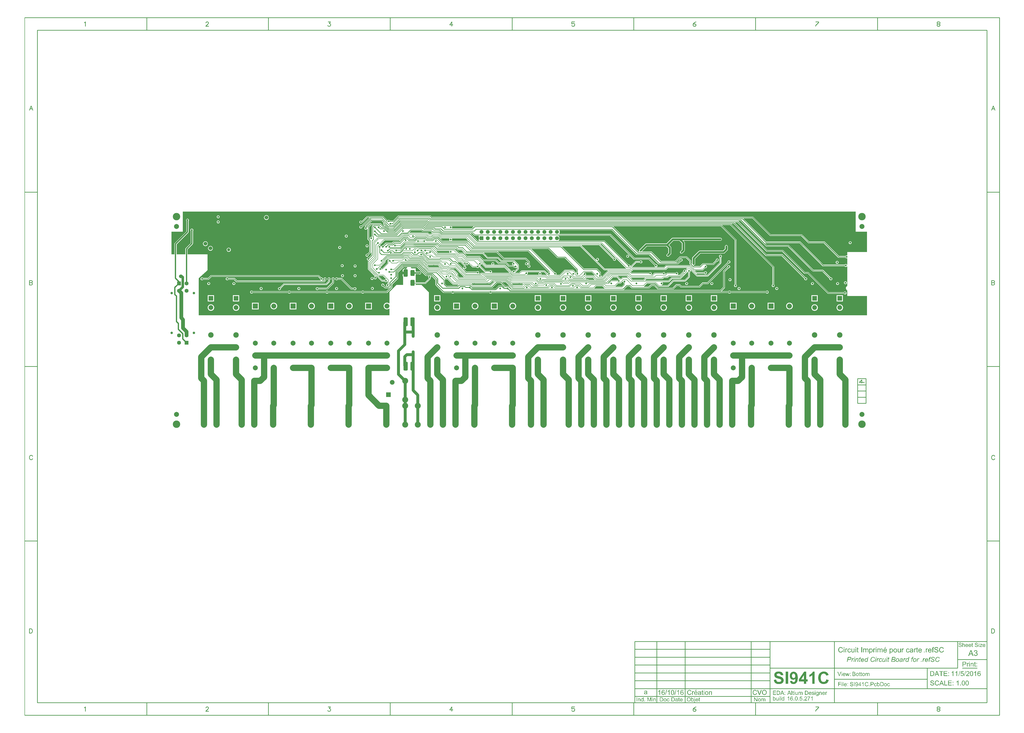
<source format=gbl>
G04 Layer_Physical_Order=4*
G04 Layer_Color=16711680*
%FSLAX25Y25*%
%MOIN*%
G70*
G01*
G75*
%ADD12C,0.03937*%
%ADD34C,0.02000*%
%ADD35C,0.00800*%
%ADD36C,0.01200*%
%ADD37C,0.03000*%
%ADD38C,0.01000*%
%ADD40C,0.04500*%
%ADD41C,0.10000*%
%ADD42C,0.04000*%
%ADD46C,0.06000*%
%ADD51C,0.00500*%
%ADD52R,0.07874X0.07874*%
%ADD53C,0.07874*%
%ADD54C,0.09500*%
%ADD55C,0.08661*%
%ADD56C,0.07480*%
%ADD57R,0.07480X0.07480*%
%ADD58R,0.06299X0.06299*%
%ADD59C,0.06299*%
%ADD60C,0.07874*%
%ADD61C,0.11811*%
%ADD62R,0.07500X0.07500*%
%ADD63C,0.07500*%
%ADD64C,0.02900*%
%ADD65C,0.06000*%
%ADD66C,0.05000*%
G04:AMPARAMS|DCode=67|XSize=137.8mil|YSize=66.54mil|CornerRadius=13.31mil|HoleSize=0mil|Usage=FLASHONLY|Rotation=90.000|XOffset=0mil|YOffset=0mil|HoleType=Round|Shape=RoundedRectangle|*
%AMROUNDEDRECTD67*
21,1,0.13780,0.03992,0,0,90.0*
21,1,0.11118,0.06654,0,0,90.0*
1,1,0.02661,0.01996,0.05559*
1,1,0.02661,0.01996,-0.05559*
1,1,0.02661,-0.01996,-0.05559*
1,1,0.02661,-0.01996,0.05559*
%
%ADD67ROUNDEDRECTD67*%
G04:AMPARAMS|DCode=68|XSize=94.49mil|YSize=66.54mil|CornerRadius=13.31mil|HoleSize=0mil|Usage=FLASHONLY|Rotation=90.000|XOffset=0mil|YOffset=0mil|HoleType=Round|Shape=RoundedRectangle|*
%AMROUNDEDRECTD68*
21,1,0.09449,0.03992,0,0,90.0*
21,1,0.06787,0.06654,0,0,90.0*
1,1,0.02661,0.01996,0.03394*
1,1,0.02661,0.01996,-0.03394*
1,1,0.02661,-0.01996,-0.03394*
1,1,0.02661,-0.01996,0.03394*
%
%ADD68ROUNDEDRECTD68*%
G04:AMPARAMS|DCode=69|XSize=118.11mil|YSize=66.54mil|CornerRadius=13.31mil|HoleSize=0mil|Usage=FLASHONLY|Rotation=90.000|XOffset=0mil|YOffset=0mil|HoleType=Round|Shape=RoundedRectangle|*
%AMROUNDEDRECTD69*
21,1,0.11811,0.03992,0,0,90.0*
21,1,0.09150,0.06654,0,0,90.0*
1,1,0.02661,0.01996,0.04575*
1,1,0.02661,0.01996,-0.04575*
1,1,0.02661,-0.01996,-0.04575*
1,1,0.02661,-0.01996,0.04575*
%
%ADD69ROUNDEDRECTD69*%
G36*
X316187Y297456D02*
Y295000D01*
X316287Y294498D01*
X316572Y294072D01*
X317777Y292867D01*
X317547Y292313D01*
X316044D01*
X312928Y295428D01*
X312502Y295713D01*
X312000Y295813D01*
X296500D01*
X295998Y295713D01*
X295572Y295428D01*
X291572Y291428D01*
X291287Y291002D01*
X291187Y290500D01*
Y289136D01*
X290632Y288896D01*
X290587Y288903D01*
X290113Y289613D01*
X289813Y289814D01*
Y290956D01*
X298544Y299687D01*
X313956D01*
X316187Y297456D01*
D02*
G37*
G36*
X459777Y290633D02*
X456956Y287813D01*
X425785D01*
X425464Y288413D01*
X425608Y288627D01*
X425781Y289500D01*
X425608Y290373D01*
X425464Y290587D01*
X425785Y291187D01*
X459547D01*
X459777Y290633D01*
D02*
G37*
G36*
X378072Y283072D02*
X378498Y282787D01*
X379000Y282687D01*
X391956D01*
X393072Y281572D01*
X393335Y281396D01*
X393508Y280720D01*
X391999Y279211D01*
X389502D01*
X387856Y280856D01*
X387463Y281118D01*
X387000Y281211D01*
X387000Y281211D01*
X358416D01*
X358167Y281811D01*
X360544Y284187D01*
X376956D01*
X378072Y283072D01*
D02*
G37*
G36*
X299777Y292633D02*
X298572Y291428D01*
X298287Y291002D01*
X298187Y290500D01*
Y275500D01*
X298287Y274998D01*
X298479Y274711D01*
X298046Y274278D01*
X298013Y274301D01*
X297140Y274474D01*
X296267Y274301D01*
X295527Y273806D01*
X295032Y273066D01*
X294859Y272193D01*
X295032Y271320D01*
X295329Y270876D01*
X294863Y270493D01*
X293813Y271544D01*
Y289956D01*
X297044Y293187D01*
X299547D01*
X299777Y292633D01*
D02*
G37*
G36*
X461072Y276572D02*
X461498Y276287D01*
X462000Y276187D01*
X468350D01*
Y272687D01*
X472500D01*
Y271487D01*
X468350D01*
Y268313D01*
X466544D01*
X455723Y279133D01*
X455953Y279687D01*
X457956D01*
X461072Y276572D01*
D02*
G37*
G36*
X450921Y268867D02*
X450691Y268313D01*
X425785D01*
X425464Y268913D01*
X425608Y269127D01*
X425781Y270000D01*
X425608Y270873D01*
X425396Y271189D01*
X425717Y271789D01*
X447999D01*
X450921Y268867D01*
D02*
G37*
G36*
X421604Y271189D02*
X421392Y270873D01*
X421219Y270000D01*
X421392Y269127D01*
X421536Y268913D01*
X421215Y268313D01*
X411044D01*
X408121Y271235D01*
X408351Y271789D01*
X421283D01*
X421604Y271189D01*
D02*
G37*
G36*
X342379Y268235D02*
X341456Y267313D01*
X333000D01*
X332498Y267213D01*
X332072Y266928D01*
X329956Y264813D01*
X320500D01*
X319998Y264713D01*
X319572Y264428D01*
X315854Y260711D01*
X315500Y260781D01*
X314627Y260608D01*
X313887Y260113D01*
X313392Y259373D01*
X313302Y258917D01*
X312690D01*
X312608Y259331D01*
X312113Y260070D01*
X311373Y260565D01*
X311167Y260606D01*
X310969Y261257D01*
X318501Y268789D01*
X342149D01*
X342379Y268235D01*
D02*
G37*
G36*
X421356Y251189D02*
X421219Y250500D01*
X421392Y249627D01*
X421604Y249311D01*
X421283Y248711D01*
X403502D01*
X401023Y251189D01*
X401271Y251789D01*
X421004D01*
X421356Y251189D01*
D02*
G37*
G36*
X1067500Y282500D02*
X1085461D01*
Y250000D01*
X1054331D01*
Y245052D01*
X1053731Y244661D01*
X1053125Y244781D01*
X1052252Y244608D01*
X1051512Y244113D01*
X1051311Y243813D01*
X1041044D01*
X1018428Y266428D01*
X1018002Y266713D01*
X1017500Y266813D01*
X993544D01*
X982428Y277928D01*
X982002Y278213D01*
X981500Y278313D01*
X932544D01*
X904928Y305928D01*
X904502Y306213D01*
X904000Y306313D01*
X393544D01*
X391928Y307928D01*
X391502Y308213D01*
X391000Y308313D01*
X340500D01*
X339998Y308213D01*
X339572Y307928D01*
X331956Y300313D01*
X326814D01*
X326613Y300613D01*
X325873Y301108D01*
X325000Y301281D01*
X324127Y301108D01*
X323676Y300806D01*
X323384Y300615D01*
X322901Y300955D01*
X316928Y306928D01*
X316502Y307213D01*
X316000Y307313D01*
X291000D01*
X290498Y307213D01*
X290072Y306928D01*
X282500Y299356D01*
X282113Y299394D01*
X281373Y299889D01*
X280500Y300062D01*
X279627Y299889D01*
X278887Y299394D01*
X278392Y298654D01*
X278219Y297781D01*
X278392Y296908D01*
X278887Y296168D01*
X279627Y295674D01*
X280500Y295500D01*
X281373Y295674D01*
X282113Y296168D01*
X282314Y296469D01*
X282781D01*
X283284Y296568D01*
X283709Y296853D01*
X291544Y304687D01*
X293547D01*
X293777Y304133D01*
X281600Y291956D01*
X281373Y292108D01*
X280500Y292281D01*
X279627Y292108D01*
X278887Y291613D01*
X278392Y290873D01*
X278219Y290000D01*
X278392Y289127D01*
X278887Y288387D01*
X279627Y287892D01*
X280500Y287719D01*
X281373Y287892D01*
X282113Y288387D01*
X282608Y289127D01*
X282638Y289282D01*
X296044Y302687D01*
X297128D01*
X297310Y302087D01*
X297072Y301928D01*
X287572Y292428D01*
X287287Y292002D01*
X287187Y291500D01*
Y289814D01*
X286887Y289613D01*
X286392Y288873D01*
X286219Y288000D01*
X286392Y287127D01*
X286887Y286387D01*
X287627Y285892D01*
X288500Y285719D01*
X289373Y285892D01*
X290113Y286387D01*
X290587Y287097D01*
X290632Y287105D01*
X291187Y286864D01*
Y271000D01*
X291287Y270498D01*
X291572Y270072D01*
X294187Y267456D01*
Y250544D01*
X290854Y247211D01*
X290500Y247281D01*
X289627Y247108D01*
X288887Y246613D01*
X288392Y245873D01*
X288219Y245000D01*
X288392Y244127D01*
X288887Y243387D01*
X289627Y242892D01*
X290500Y242719D01*
X291373Y242892D01*
X292113Y243387D01*
X292608Y244127D01*
X292781Y245000D01*
X292711Y245354D01*
X296428Y249072D01*
X296587Y249310D01*
X297187Y249128D01*
Y245544D01*
X292854Y241211D01*
X292500Y241281D01*
X291627Y241108D01*
X290887Y240613D01*
X290392Y239873D01*
X290219Y239000D01*
X290392Y238127D01*
X290887Y237387D01*
X291627Y236892D01*
X292215Y236775D01*
X292427Y236139D01*
X292144Y235856D01*
X291881Y235463D01*
X291789Y235000D01*
X291789Y235000D01*
Y223500D01*
X291789Y223500D01*
X291881Y223037D01*
X292144Y222644D01*
X302289Y212498D01*
Y210882D01*
X301887Y210613D01*
X301392Y209873D01*
X301219Y209000D01*
X301392Y208127D01*
X301887Y207387D01*
X302627Y206892D01*
X303500Y206719D01*
X304373Y206892D01*
X305113Y207387D01*
X305608Y208127D01*
X305781Y209000D01*
X305608Y209873D01*
X305113Y210613D01*
X304711Y210882D01*
Y211793D01*
X305265Y212023D01*
X313644Y203644D01*
X313644Y203644D01*
X314037Y203381D01*
X314500Y203289D01*
X318618D01*
X318887Y202887D01*
X319627Y202392D01*
X320500Y202219D01*
X321373Y202392D01*
X322113Y202887D01*
X322608Y203627D01*
X322689Y204038D01*
X323289Y203979D01*
Y199916D01*
X323125Y199781D01*
X322252Y199608D01*
X321512Y199113D01*
X321017Y198373D01*
X320844Y197500D01*
X321017Y196627D01*
X321427Y196015D01*
X321221Y195415D01*
X319811D01*
X317860Y197366D01*
X317906Y197600D01*
X317733Y198473D01*
X317238Y199213D01*
X316498Y199708D01*
X315625Y199881D01*
X314752Y199708D01*
X314012Y199213D01*
X313517Y198473D01*
X313344Y197600D01*
X313517Y196727D01*
X314012Y195987D01*
X314752Y195492D01*
X315625Y195319D01*
X315859Y195365D01*
X318225Y193000D01*
X318684Y192693D01*
X319225Y192585D01*
X324500D01*
X325041Y192693D01*
X325500Y193000D01*
X326602Y194102D01*
X327253Y193904D01*
X327278Y193779D01*
X321341Y187842D01*
X285496D01*
X285363Y188040D01*
X284623Y188535D01*
X283750Y188708D01*
X282877Y188535D01*
X282137Y188040D01*
X282004Y187842D01*
X228621D01*
X228488Y188040D01*
X227748Y188535D01*
X226875Y188708D01*
X226002Y188535D01*
X225262Y188040D01*
X225129Y187842D01*
X168621D01*
X168488Y188040D01*
X167748Y188535D01*
X166875Y188708D01*
X166002Y188535D01*
X165262Y188040D01*
X165129Y187842D01*
X108621D01*
X108488Y188040D01*
X107748Y188535D01*
X106875Y188708D01*
X106002Y188535D01*
X105262Y188040D01*
X104767Y187300D01*
X104594Y186427D01*
X104767Y185554D01*
X105262Y184814D01*
X106002Y184320D01*
X106875Y184146D01*
X107748Y184320D01*
X108488Y184814D01*
X108621Y185013D01*
X165129D01*
X165262Y184814D01*
X166002Y184320D01*
X166875Y184146D01*
X167748Y184320D01*
X168488Y184814D01*
X168621Y185013D01*
X225129D01*
X225262Y184814D01*
X226002Y184320D01*
X226875Y184146D01*
X227748Y184320D01*
X228488Y184814D01*
X228621Y185013D01*
X282004D01*
X282137Y184814D01*
X282877Y184320D01*
X283750Y184146D01*
X284623Y184320D01*
X285363Y184814D01*
X285496Y185013D01*
X321927D01*
X322468Y185120D01*
X322927Y185427D01*
X330000Y192500D01*
X330307Y192959D01*
X330415Y193500D01*
Y198414D01*
X339500Y207500D01*
X339807Y207959D01*
X339915Y208500D01*
Y217414D01*
X348586Y226085D01*
X354315D01*
X354519Y225485D01*
X353740Y224888D01*
X352951Y223860D01*
X352927Y223802D01*
X352318D01*
Y221624D01*
X352286Y221378D01*
Y216850D01*
X351718D01*
Y216250D01*
X347346D01*
Y212276D01*
X347527Y211366D01*
X347750Y211032D01*
Y197677D01*
X337250D01*
X326148Y186575D01*
Y168747D01*
X325548Y168451D01*
X324944Y168914D01*
X323651Y169450D01*
X322264Y169632D01*
X320876Y169450D01*
X319583Y168914D01*
X318473Y168062D01*
X317621Y166952D01*
X317086Y165659D01*
X316903Y164272D01*
X317086Y162884D01*
X317621Y161591D01*
X318473Y160481D01*
X319583Y159629D01*
X320876Y159093D01*
X322264Y158911D01*
X323651Y159093D01*
X324944Y159629D01*
X325548Y160092D01*
X326148Y159796D01*
Y149375D01*
X23000Y149375D01*
Y208500D01*
X37000Y221000D01*
X37000Y246500D01*
X6250Y246500D01*
Y246500D01*
X5228D01*
Y254340D01*
X13289Y262400D01*
X13289Y262400D01*
X13684Y262992D01*
X13822Y263689D01*
Y283909D01*
X14024Y284211D01*
X14198Y285084D01*
X14024Y285957D01*
X13529Y286697D01*
X12789Y287191D01*
X11916Y287365D01*
X11043Y287191D01*
X10303Y286697D01*
X9809Y285957D01*
X9635Y285084D01*
X9809Y284211D01*
X10178Y283659D01*
Y264444D01*
X2117Y256383D01*
X1722Y255792D01*
X1583Y255095D01*
X1583Y255094D01*
Y246500D01*
X-12178D01*
Y262245D01*
X6289Y280711D01*
X6289Y280711D01*
X6684Y281303D01*
X6822Y282000D01*
X6822Y282000D01*
Y299700D01*
X7108Y300127D01*
X7281Y301000D01*
X7108Y301873D01*
X6613Y302613D01*
X5873Y303108D01*
X5000Y303281D01*
X4127Y303108D01*
X3387Y302613D01*
X2892Y301873D01*
X2719Y301000D01*
X2892Y300127D01*
X3178Y299700D01*
Y282755D01*
X-15289Y264289D01*
X-15684Y263697D01*
X-15822Y263000D01*
X-15822Y263000D01*
Y246500D01*
X-20461D01*
Y282500D01*
X-2500D01*
Y314418D01*
X1067500D01*
Y282500D01*
D02*
G37*
G36*
X702477Y224311D02*
X702241Y223711D01*
X668502D01*
X656507Y235705D01*
X656803Y236258D01*
X657000Y236219D01*
X657873Y236392D01*
X658613Y236887D01*
X659108Y237627D01*
X659281Y238500D01*
X659108Y239373D01*
X658613Y240113D01*
X657873Y240608D01*
X657000Y240781D01*
X656127Y240608D01*
X655387Y240113D01*
X654892Y239373D01*
X654719Y238500D01*
X654758Y238303D01*
X654205Y238007D01*
X631477Y260735D01*
X631707Y261289D01*
X659499D01*
X681813Y238975D01*
X681719Y238500D01*
X681892Y237627D01*
X682387Y236887D01*
X683127Y236392D01*
X684000Y236219D01*
X684873Y236392D01*
X685613Y236887D01*
X686108Y237627D01*
X686281Y238500D01*
X686108Y239373D01*
X685613Y240113D01*
X684873Y240608D01*
X684000Y240781D01*
X683525Y240687D01*
X661477Y262735D01*
X661707Y263289D01*
X663498D01*
X702477Y224311D01*
D02*
G37*
G36*
X434644Y253644D02*
X434644Y253644D01*
X435037Y253381D01*
X435500Y253289D01*
X440999D01*
X446644Y247644D01*
X446644Y247644D01*
X447037Y247381D01*
X447500Y247289D01*
X474499D01*
X481644Y240144D01*
X481644Y240144D01*
X482037Y239881D01*
X482500Y239789D01*
X498498D01*
X503144Y235144D01*
X503144Y235144D01*
X503537Y234881D01*
X504000Y234789D01*
X504000Y234789D01*
X523498D01*
X523993Y234295D01*
X523697Y233742D01*
X523500Y233781D01*
X522627Y233608D01*
X521887Y233113D01*
X521392Y232373D01*
X521219Y231500D01*
X521392Y230627D01*
X521870Y229913D01*
X521840Y229764D01*
X521666Y229313D01*
X517044D01*
X512928Y233428D01*
X512502Y233713D01*
X512000Y233813D01*
X500544D01*
X496428Y237928D01*
X496002Y238213D01*
X495500Y238313D01*
X475544D01*
X470428Y243428D01*
X470002Y243713D01*
X469500Y243813D01*
X449544D01*
X444428Y248928D01*
X444002Y249213D01*
X443500Y249313D01*
X437544D01*
X431621Y255235D01*
X431851Y255789D01*
X432499D01*
X434644Y253644D01*
D02*
G37*
G36*
X578687Y218956D02*
Y217314D01*
X578387Y217113D01*
X578011Y216550D01*
X577329Y216383D01*
X573356Y220356D01*
X572963Y220619D01*
X572500Y220711D01*
X572500Y220711D01*
X536500D01*
X536500Y220711D01*
X536037Y220619D01*
X535644Y220356D01*
X535644Y220356D01*
X532499Y217211D01*
X526166D01*
X526107Y217811D01*
X526463Y217881D01*
X526856Y218144D01*
X531356Y222644D01*
X531618Y223037D01*
X531711Y223500D01*
X531711Y223500D01*
Y229500D01*
X531711Y229500D01*
X531618Y229963D01*
X531356Y230356D01*
X531356Y230356D01*
X524856Y236856D01*
X524463Y237119D01*
X524000Y237211D01*
X524000Y237211D01*
X504501D01*
X499856Y241856D01*
X499463Y242119D01*
X499000Y242211D01*
X499000Y242211D01*
X483002D01*
X476579Y248633D01*
X476809Y249187D01*
X496456D01*
X507072Y238572D01*
X507498Y238287D01*
X508000Y238187D01*
X542456D01*
X546687Y233956D01*
Y232636D01*
X546132Y232396D01*
X546087Y232403D01*
X545613Y233113D01*
X544873Y233608D01*
X544000Y233781D01*
X543127Y233608D01*
X542387Y233113D01*
X541892Y232373D01*
X541719Y231500D01*
X541892Y230627D01*
X542387Y229887D01*
X543127Y229392D01*
X544000Y229219D01*
X544873Y229392D01*
X545613Y229887D01*
X546087Y230597D01*
X546132Y230605D01*
X546687Y230364D01*
Y229314D01*
X546387Y229113D01*
X545892Y228373D01*
X545719Y227500D01*
X545892Y226627D01*
X546387Y225887D01*
X547127Y225392D01*
X548000Y225219D01*
X548873Y225392D01*
X549613Y225887D01*
X550108Y226627D01*
X550281Y227500D01*
X550108Y228373D01*
X549613Y229113D01*
X549313Y229314D01*
Y234500D01*
X549213Y235002D01*
X548928Y235428D01*
X543928Y240428D01*
X543502Y240713D01*
X543000Y240813D01*
X508544D01*
X498723Y250633D01*
X498953Y251187D01*
X546456D01*
X578687Y218956D01*
D02*
G37*
G36*
X714572Y238572D02*
X714998Y238287D01*
X715500Y238187D01*
X738456D01*
X747789Y228854D01*
X747719Y228500D01*
X747892Y227627D01*
X748387Y226887D01*
X748501Y226811D01*
X748319Y226211D01*
X712271D01*
X712023Y226811D01*
X718502Y233289D01*
X724118D01*
X724387Y232887D01*
X725127Y232392D01*
X726000Y232219D01*
X726873Y232392D01*
X727613Y232887D01*
X728108Y233627D01*
X728281Y234500D01*
X728108Y235373D01*
X727613Y236113D01*
X726873Y236608D01*
X726000Y236781D01*
X725127Y236608D01*
X724387Y236113D01*
X724118Y235711D01*
X718000D01*
X718000Y235711D01*
X717537Y235618D01*
X717144Y235356D01*
X709861Y228073D01*
X709225Y228285D01*
X709108Y228873D01*
X708613Y229613D01*
X707873Y230108D01*
X707000Y230281D01*
X706646Y230211D01*
X668928Y267928D01*
X668502Y268213D01*
X668000Y268313D01*
X595384D01*
X595180Y268913D01*
X595460Y269127D01*
X596125Y269994D01*
X596543Y271003D01*
X596606Y271487D01*
X592500D01*
Y272687D01*
X596606D01*
X596543Y273170D01*
X596125Y274179D01*
X595460Y275046D01*
X594754Y275587D01*
X594958Y276187D01*
X676956D01*
X714572Y238572D01*
D02*
G37*
G36*
X931072Y276072D02*
X931498Y275787D01*
X932000Y275687D01*
X980956D01*
X992072Y264572D01*
X992498Y264287D01*
X993000Y264187D01*
X1016956D01*
X1039572Y241572D01*
X1039998Y241287D01*
X1040500Y241187D01*
X1051311D01*
X1051512Y240887D01*
X1052252Y240392D01*
X1053125Y240219D01*
X1053731Y240339D01*
X1054331Y239948D01*
Y230182D01*
X1053731Y230000D01*
X1053488Y230363D01*
X1052748Y230858D01*
X1051875Y231031D01*
X1051002Y230858D01*
X1050262Y230363D01*
X1050061Y230063D01*
X1016294D01*
X979928Y266428D01*
X979502Y266713D01*
X979000Y266813D01*
X925544D01*
X889223Y303133D01*
X889453Y303687D01*
X903456D01*
X931072Y276072D01*
D02*
G37*
G36*
X718572Y246072D02*
X718998Y245787D01*
X719500Y245687D01*
X738956D01*
X753572Y231072D01*
X753998Y230787D01*
X754500Y230687D01*
X784500D01*
X785002Y230787D01*
X785428Y231072D01*
X789646Y235289D01*
X790000Y235219D01*
X790873Y235392D01*
X791613Y235887D01*
X792108Y236627D01*
X792281Y237500D01*
X792108Y238373D01*
X791613Y239113D01*
X790873Y239608D01*
X790000Y239781D01*
X789127Y239608D01*
X788387Y239113D01*
X787892Y238373D01*
X787719Y237500D01*
X787789Y237146D01*
X783956Y233313D01*
X782517D01*
X782269Y233913D01*
X789044Y240687D01*
X797956D01*
X803237Y235406D01*
Y231950D01*
X803337Y231448D01*
X803622Y231022D01*
X804879Y229765D01*
X804649Y229211D01*
X766000D01*
X766000Y229211D01*
X765537Y229118D01*
X765144Y228856D01*
X762499Y226211D01*
X751681D01*
X751499Y226811D01*
X751613Y226887D01*
X752108Y227627D01*
X752281Y228500D01*
X752108Y229373D01*
X751613Y230113D01*
X750873Y230608D01*
X750000Y230781D01*
X749646Y230711D01*
X739928Y240428D01*
X739502Y240713D01*
X739000Y240813D01*
X716044D01*
X678428Y278428D01*
X678002Y278713D01*
X677500Y278813D01*
X596451D01*
X596155Y279413D01*
X596455Y279803D01*
X596911Y280905D01*
X597067Y282087D01*
X596911Y283268D01*
X596455Y284370D01*
X596241Y284649D01*
X596506Y285187D01*
X679456D01*
X718572Y246072D01*
D02*
G37*
G36*
X405523Y226765D02*
X405293Y226211D01*
X389001D01*
X386477Y228735D01*
X386707Y229289D01*
X402998D01*
X405523Y226765D01*
D02*
G37*
G36*
X324523Y239735D02*
X323144Y238356D01*
X322882Y237963D01*
X322789Y237500D01*
X322789Y237500D01*
Y232502D01*
X314498Y224211D01*
X313382D01*
X313113Y224613D01*
X312373Y225108D01*
X311785Y225224D01*
X311573Y225861D01*
X319356Y233644D01*
X319356Y233644D01*
X319619Y234037D01*
X319711Y234500D01*
X319711Y234500D01*
Y236498D01*
X323501Y240289D01*
X324293D01*
X324523Y239735D01*
D02*
G37*
G36*
X435000Y233789D02*
X439499D01*
X444789Y228499D01*
Y227382D01*
X444387Y227113D01*
X443892Y226373D01*
X443719Y225500D01*
X443892Y224627D01*
X444023Y224432D01*
X443556Y224050D01*
X434394Y233212D01*
X434547Y233846D01*
X434582Y233872D01*
X435000Y233789D01*
D02*
G37*
G36*
X447604Y232689D02*
X447392Y232373D01*
X447219Y231500D01*
X447392Y230627D01*
X447887Y229887D01*
X448627Y229392D01*
X449500Y229219D01*
X450373Y229392D01*
X451113Y229887D01*
X451608Y230627D01*
X451724Y231215D01*
X452361Y231427D01*
X457644Y226144D01*
X457644Y226144D01*
X458037Y225882D01*
X458500Y225789D01*
X464618D01*
X464887Y225387D01*
X465627Y224892D01*
X466500Y224719D01*
X467373Y224892D01*
X468113Y225387D01*
X468608Y226127D01*
X468642Y226298D01*
X469293Y226495D01*
X477644Y218144D01*
X477644Y218144D01*
X478037Y217881D01*
X478393Y217811D01*
X478334Y217211D01*
X472000D01*
X472000Y217211D01*
X471537Y217119D01*
X471144Y216856D01*
X469999Y215711D01*
X468717D01*
X468396Y216311D01*
X468608Y216627D01*
X468781Y217500D01*
X468608Y218373D01*
X468113Y219113D01*
X467373Y219608D01*
X466500Y219781D01*
X465627Y219608D01*
X464887Y219113D01*
X464686Y218813D01*
X448794D01*
X444550Y223056D01*
X444932Y223522D01*
X445127Y223392D01*
X446000Y223219D01*
X446873Y223392D01*
X447613Y223887D01*
X448108Y224627D01*
X448281Y225500D01*
X448108Y226373D01*
X447613Y227113D01*
X447211Y227382D01*
Y229000D01*
X447119Y229463D01*
X446856Y229856D01*
X446856Y229856D01*
X444023Y232689D01*
X444271Y233289D01*
X447283D01*
X447604Y232689D01*
D02*
G37*
G36*
X798977Y224189D02*
X798144Y223356D01*
X797882Y222963D01*
X797789Y222500D01*
X797789Y222500D01*
Y221681D01*
X797189Y221499D01*
X797113Y221613D01*
X796373Y222108D01*
X795500Y222281D01*
X794627Y222108D01*
X793887Y221613D01*
X793392Y220873D01*
X793219Y220000D01*
X793313Y219525D01*
X787499Y213711D01*
X784681D01*
X784499Y214311D01*
X784613Y214387D01*
X785108Y215127D01*
X785281Y216000D01*
X785108Y216873D01*
X784613Y217613D01*
X783873Y218108D01*
X783000Y218281D01*
X782127Y218108D01*
X781387Y217613D01*
X781118Y217211D01*
X768000D01*
X768000Y217211D01*
X767537Y217119D01*
X767144Y216856D01*
X765296Y215008D01*
X764645Y215144D01*
X764618Y215178D01*
X764781Y216000D01*
X764608Y216873D01*
X764113Y217613D01*
X763373Y218108D01*
X762500Y218281D01*
X761627Y218108D01*
X760887Y217613D01*
X760618Y217211D01*
X748000D01*
X748000Y217211D01*
X747537Y217119D01*
X747144Y216856D01*
X747144Y216856D01*
X743998Y213711D01*
X742681D01*
X742499Y214311D01*
X742613Y214387D01*
X743108Y215127D01*
X743281Y216000D01*
X743108Y216873D01*
X742613Y217613D01*
X741873Y218108D01*
X741000Y218281D01*
X740127Y218108D01*
X739387Y217613D01*
X739118Y217211D01*
X711502D01*
X709977Y218735D01*
X710207Y219289D01*
X710500D01*
X710500Y219289D01*
X710963Y219381D01*
X711356Y219644D01*
X713502Y221789D01*
X765500D01*
X765500Y221789D01*
X765963Y221882D01*
X766356Y222144D01*
X769001Y224789D01*
X798741D01*
X798977Y224189D01*
D02*
G37*
G36*
X499072Y231572D02*
X499498Y231287D01*
X500000Y231187D01*
X511456D01*
X515572Y227072D01*
X515998Y226787D01*
X516500Y226687D01*
X522956D01*
X523572Y226072D01*
X523998Y225787D01*
X524500Y225687D01*
X525186D01*
X525387Y225387D01*
X526127Y224892D01*
X527000Y224719D01*
X527873Y224892D01*
X528613Y225387D01*
X528689Y225501D01*
X529289Y225319D01*
Y224002D01*
X525861Y220573D01*
X525113Y220613D01*
X524373Y221108D01*
X523500Y221281D01*
X522627Y221108D01*
X521887Y220613D01*
X521392Y219873D01*
X521358Y219702D01*
X520707Y219505D01*
X510856Y229356D01*
X510463Y229619D01*
X510000Y229711D01*
X510000Y229711D01*
X492717D01*
X492396Y230311D01*
X492608Y230627D01*
X492781Y231500D01*
X492608Y232373D01*
X492113Y233113D01*
X491373Y233608D01*
X490500Y233781D01*
X489627Y233608D01*
X488887Y233113D01*
X488392Y232373D01*
X488219Y231500D01*
X488392Y230627D01*
X488604Y230311D01*
X488283Y229711D01*
X480502D01*
X475125Y235087D01*
X475373Y235687D01*
X494956D01*
X499072Y231572D01*
D02*
G37*
G36*
X478144Y225644D02*
X478144Y225644D01*
X478537Y225381D01*
X479000Y225289D01*
X508998D01*
X516523Y217765D01*
X516293Y217211D01*
X489217D01*
X488896Y217811D01*
X489108Y218127D01*
X489281Y219000D01*
X489108Y219873D01*
X488613Y220613D01*
X487873Y221108D01*
X487000Y221281D01*
X486127Y221108D01*
X485387Y220613D01*
X485118Y220211D01*
X479002D01*
X470505Y228707D01*
X470702Y229358D01*
X470873Y229392D01*
X471613Y229887D01*
X472108Y230627D01*
X472142Y230798D01*
X472793Y230995D01*
X478144Y225644D01*
D02*
G37*
G36*
X592697Y241072D02*
X593123Y240787D01*
X593625Y240687D01*
X604956D01*
X623687Y221956D01*
Y217443D01*
X623221Y217002D01*
X622680Y217155D01*
X622618Y217463D01*
X622356Y217856D01*
X622356Y217856D01*
X618856Y221356D01*
X618463Y221619D01*
X618000Y221711D01*
X618000Y221711D01*
X605000D01*
X605000Y221711D01*
X604537Y221619D01*
X604144Y221356D01*
X604144Y221356D01*
X596498Y213711D01*
X591717D01*
X591396Y214311D01*
X591608Y214627D01*
X591781Y215500D01*
X591608Y216373D01*
X591113Y217113D01*
X590373Y217608D01*
X589500Y217781D01*
X589025Y217687D01*
X552079Y254633D01*
X552309Y255187D01*
X578581D01*
X592697Y241072D01*
D02*
G37*
G36*
X383500Y212500D02*
X383959Y212193D01*
X384500Y212085D01*
X387732D01*
X388015Y211556D01*
X387892Y211373D01*
X387719Y210500D01*
X387892Y209627D01*
X388387Y208887D01*
X388789Y208618D01*
Y208001D01*
X382624Y201836D01*
X367750D01*
Y215028D01*
X373112D01*
X373502Y214767D01*
X374375Y214594D01*
X375248Y214767D01*
X375988Y215262D01*
X376483Y216002D01*
X376656Y216875D01*
X376483Y217748D01*
X375988Y218488D01*
X375248Y218983D01*
X374375Y219156D01*
X373502Y218983D01*
X373038Y218673D01*
X367750D01*
Y224177D01*
X361305D01*
X360760Y224888D01*
X359981Y225485D01*
X360185Y226085D01*
X369914D01*
X383500Y212500D01*
D02*
G37*
G36*
X565038Y217689D02*
X564627Y217608D01*
X563887Y217113D01*
X563392Y216373D01*
X563219Y215500D01*
X563392Y214627D01*
X563604Y214311D01*
X563283Y213711D01*
X544521D01*
X544462Y214311D01*
X544873Y214392D01*
X545613Y214887D01*
X546108Y215627D01*
X546281Y216500D01*
X546108Y217373D01*
X545896Y217689D01*
X546217Y218289D01*
X564979D01*
X565038Y217689D01*
D02*
G37*
G36*
X576082Y214206D02*
X575785Y213654D01*
X575500Y213711D01*
X575500Y213711D01*
X567717D01*
X567396Y214311D01*
X567608Y214627D01*
X567781Y215500D01*
X567608Y216373D01*
X567113Y217113D01*
X566373Y217608D01*
X565962Y217689D01*
X566021Y218289D01*
X571999D01*
X576082Y214206D01*
D02*
G37*
G36*
X652082Y213706D02*
X651786Y213154D01*
X651500Y213211D01*
X651500Y213211D01*
X638717D01*
X638396Y213811D01*
X638608Y214127D01*
X638781Y215000D01*
X638608Y215873D01*
X638113Y216613D01*
X637373Y217108D01*
X636500Y217281D01*
X635678Y217118D01*
X635644Y217145D01*
X635508Y217796D01*
X636001Y218289D01*
X647499D01*
X652082Y213706D01*
D02*
G37*
G36*
X794868Y217428D02*
X795055Y216767D01*
X787998Y209711D01*
X775000D01*
X775000Y209711D01*
X774537Y209618D01*
X774144Y209356D01*
X774144Y209356D01*
X769498Y204711D01*
X732707D01*
X732477Y205265D01*
X734502Y207289D01*
X760000D01*
X760000Y207289D01*
X760463Y207382D01*
X760856Y207644D01*
X762501Y209289D01*
X768000D01*
X768000Y209289D01*
X768463Y209382D01*
X768856Y209644D01*
X770502Y211289D01*
X788000D01*
X788000Y211289D01*
X788463Y211382D01*
X788856Y211644D01*
X794684Y217472D01*
X794868Y217428D01*
D02*
G37*
G36*
X667144Y221644D02*
X667144Y221644D01*
X667537Y221381D01*
X668000Y221289D01*
X668000Y221289D01*
X673293D01*
X673523Y220735D01*
X663876Y211088D01*
X663185Y211241D01*
X663144Y211311D01*
X663281Y212000D01*
X663108Y212873D01*
X662613Y213613D01*
X662313Y213814D01*
Y217500D01*
X662213Y218002D01*
X661928Y218428D01*
X656928Y223428D01*
X656502Y223713D01*
X656000Y223813D01*
X635544D01*
X600621Y258735D01*
X600851Y259289D01*
X629498D01*
X667144Y221644D01*
D02*
G37*
G36*
X704977Y210811D02*
X704729Y210211D01*
X697000D01*
X697000Y210211D01*
X696537Y210119D01*
X696144Y209856D01*
X696144Y209856D01*
X694498Y208211D01*
X693002D01*
X689523Y211689D01*
X689759Y212289D01*
X703499D01*
X704977Y210811D01*
D02*
G37*
G36*
X444023Y210765D02*
X443793Y210211D01*
X437501D01*
X435211Y212502D01*
Y215500D01*
X435211Y215500D01*
X435118Y215963D01*
X434856Y216356D01*
X428306Y222906D01*
X427913Y223169D01*
X427450Y223261D01*
X427450Y223261D01*
X423001D01*
X422573Y223689D01*
X422822Y224289D01*
X430499D01*
X444023Y210765D01*
D02*
G37*
G36*
X800987Y218387D02*
X801289Y218185D01*
Y211502D01*
X795499Y205711D01*
X777500D01*
X777500Y205711D01*
X777037Y205619D01*
X776644Y205356D01*
X776644Y205356D01*
X768499Y197211D01*
X759271D01*
X759212Y197811D01*
X759623Y197892D01*
X760363Y198387D01*
X760858Y199127D01*
X761031Y200000D01*
X760858Y200873D01*
X760363Y201613D01*
X760249Y201689D01*
X760431Y202289D01*
X770000D01*
X770000Y202289D01*
X770463Y202381D01*
X770856Y202644D01*
X775501Y207289D01*
X788500D01*
X788500Y207289D01*
X788963Y207382D01*
X789356Y207644D01*
X799856Y218144D01*
X799856Y218144D01*
X800119Y218537D01*
X800129Y218591D01*
X800766Y218717D01*
X800987Y218387D01*
D02*
G37*
G36*
X320993Y207295D02*
X320697Y206742D01*
X320500Y206781D01*
X319627Y206608D01*
X318887Y206113D01*
X318618Y205711D01*
X315002D01*
X308977Y211735D01*
X309207Y212289D01*
X315999D01*
X320993Y207295D01*
D02*
G37*
G36*
X732523Y208735D02*
X729998Y206211D01*
X713001D01*
X710523Y208689D01*
X710771Y209289D01*
X732293D01*
X732523Y208735D01*
D02*
G37*
G36*
X652523Y206265D02*
X652293Y205711D01*
X643502D01*
X642856Y206356D01*
X642463Y206618D01*
X642000Y206711D01*
X642000Y206711D01*
X638207D01*
X637977Y207265D01*
X639501Y208789D01*
X649999D01*
X652523Y206265D01*
D02*
G37*
G36*
X690927Y206861D02*
X690715Y206224D01*
X690127Y206108D01*
X689387Y205613D01*
X689118Y205211D01*
X679000D01*
X678537Y205118D01*
X678144Y204856D01*
X678144Y204856D01*
X674499Y201211D01*
X673707D01*
X673477Y201765D01*
X681501Y209789D01*
X687998D01*
X690927Y206861D01*
D02*
G37*
G36*
X697758Y203197D02*
X697719Y203000D01*
X697892Y202127D01*
X698387Y201387D01*
X698789Y201118D01*
Y198502D01*
X695499Y195211D01*
X685759D01*
X685523Y195811D01*
X690001Y200289D01*
X693500D01*
X693500Y200289D01*
X693963Y200381D01*
X694356Y200644D01*
X697205Y203493D01*
X697758Y203197D01*
D02*
G37*
G36*
X492023Y203235D02*
X486498Y197711D01*
X458501D01*
X456477Y199735D01*
X456707Y200289D01*
X486000D01*
X486000Y200289D01*
X486463Y200381D01*
X486856Y200644D01*
X490001Y203789D01*
X491793D01*
X492023Y203235D01*
D02*
G37*
G36*
X538523Y199735D02*
X536498Y197711D01*
X523001D01*
X520977Y199735D01*
X521207Y200289D01*
X538293D01*
X538523Y199735D01*
D02*
G37*
G36*
X414500Y206789D02*
X414500Y206789D01*
X418499D01*
X426644Y198644D01*
X426644Y198644D01*
X427037Y198381D01*
X427500Y198289D01*
X427500Y198289D01*
X435149D01*
X435379Y197735D01*
X433956Y196313D01*
X417544D01*
X414313Y199544D01*
Y205500D01*
X414213Y206002D01*
X414034Y206270D01*
X414301Y206757D01*
X414368Y206816D01*
X414500Y206789D01*
D02*
G37*
G36*
X509349Y194295D02*
X509144Y193651D01*
X508893Y193608D01*
X506000Y196500D01*
X505541Y196807D01*
X505000Y196915D01*
X500500D01*
X499959Y196807D01*
X499500Y196500D01*
X494414Y191415D01*
X458086D01*
X456898Y192602D01*
X456930Y192785D01*
X457162Y193187D01*
X489000D01*
X489502Y193287D01*
X489928Y193572D01*
X497044Y200687D01*
X502956D01*
X509349Y194295D01*
D02*
G37*
G36*
X519956Y193332D02*
X519758Y192681D01*
X519689Y192667D01*
X516428Y195928D01*
X516002Y196213D01*
X515500Y196313D01*
X511044D01*
X505621Y201735D01*
X505851Y202289D01*
X510998D01*
X519956Y193332D01*
D02*
G37*
G36*
X667644Y193144D02*
X667685Y192408D01*
X667621Y192313D01*
X652309D01*
X652079Y192867D01*
X655001Y195789D01*
X664998D01*
X667644Y193144D01*
D02*
G37*
G36*
X925072Y259072D02*
X925498Y258787D01*
X926000Y258687D01*
X959956D01*
X998947Y219697D01*
X999373Y219412D01*
X999875Y219312D01*
X1014456D01*
X1025914Y207854D01*
X1025844Y207500D01*
X1026017Y206627D01*
X1026512Y205887D01*
X1027252Y205392D01*
X1028125Y205219D01*
X1028998Y205392D01*
X1029738Y205887D01*
X1030233Y206627D01*
X1030406Y207500D01*
X1030233Y208373D01*
X1029738Y209113D01*
X1028998Y209608D01*
X1028125Y209781D01*
X1027771Y209711D01*
X1015928Y221553D01*
X1015502Y221838D01*
X1015000Y221938D01*
X1000419D01*
X961428Y260928D01*
X961002Y261213D01*
X960500Y261313D01*
X926544D01*
X923874Y263983D01*
X924256Y264449D01*
X924498Y264287D01*
X925000Y264187D01*
X978456D01*
X1014822Y227822D01*
X1015248Y227537D01*
X1015750Y227437D01*
X1050061D01*
X1050262Y227137D01*
X1051002Y226642D01*
X1051875Y226469D01*
X1052748Y226642D01*
X1053488Y227137D01*
X1053731Y227500D01*
X1054331Y227318D01*
Y196433D01*
X1053981Y196288D01*
X1053136Y195640D01*
X1052488Y194795D01*
X1052080Y193812D01*
X1051941Y192756D01*
X1052080Y191700D01*
X1052488Y190716D01*
X1053136Y189872D01*
X1053981Y189223D01*
X1054331Y189078D01*
Y180000D01*
X1085461D01*
Y149375D01*
X388746Y149375D01*
Y186181D01*
X377250Y197677D01*
X367750D01*
Y199414D01*
X383125D01*
X383125Y199414D01*
X383588Y199506D01*
X383981Y199769D01*
X390856Y206644D01*
X390856Y206644D01*
X391119Y207037D01*
X391211Y207500D01*
X391211Y207500D01*
Y208618D01*
X391613Y208887D01*
X392108Y209627D01*
X392281Y210500D01*
X392108Y211373D01*
X391985Y211556D01*
X392268Y212085D01*
X392914D01*
X399335Y205664D01*
Y198250D01*
X399443Y197709D01*
X399750Y197250D01*
X411573Y185427D01*
X412032Y185120D01*
X412573Y185013D01*
X425129D01*
X425262Y184814D01*
X426002Y184320D01*
X426875Y184146D01*
X427748Y184320D01*
X428488Y184814D01*
X428621Y185013D01*
X485129D01*
X485262Y184814D01*
X486002Y184320D01*
X486875Y184146D01*
X487748Y184320D01*
X488488Y184814D01*
X488621Y185013D01*
X865129D01*
X865262Y184814D01*
X866002Y184320D01*
X866875Y184146D01*
X867748Y184320D01*
X868488Y184814D01*
X868621Y185013D01*
X925129D01*
X925262Y184814D01*
X926002Y184320D01*
X926875Y184146D01*
X927748Y184320D01*
X928488Y184814D01*
X928983Y185554D01*
X929156Y186427D01*
X928983Y187300D01*
X928488Y188040D01*
X927748Y188535D01*
X926875Y188708D01*
X926002Y188535D01*
X925262Y188040D01*
X925129Y187842D01*
X868621D01*
X868488Y188040D01*
X867748Y188535D01*
X866875Y188708D01*
X866002Y188535D01*
X865262Y188040D01*
X865129Y187842D01*
X855001D01*
X854772Y188396D01*
X859125Y192750D01*
X859432Y193209D01*
X859540Y193750D01*
Y218789D01*
X865391Y224640D01*
X865625Y224594D01*
X866498Y224767D01*
X867238Y225262D01*
X867733Y226002D01*
X867906Y226875D01*
X867733Y227748D01*
X867238Y228488D01*
X866498Y228983D01*
X865625Y229156D01*
X864752Y228983D01*
X864012Y228488D01*
X863517Y227748D01*
X863344Y226875D01*
X863390Y226641D01*
X857125Y220375D01*
X856818Y219916D01*
X856710Y219375D01*
Y194336D01*
X852289Y189915D01*
X699119D01*
X698871Y190515D01*
X704044Y195687D01*
X707956D01*
X711072Y192572D01*
X711498Y192287D01*
X712000Y192187D01*
X738500D01*
X739002Y192287D01*
X739428Y192572D01*
X743044Y196187D01*
X747456D01*
X752572Y191072D01*
X752998Y190787D01*
X753500Y190687D01*
X777000D01*
X777502Y190787D01*
X777928Y191072D01*
X783044Y196187D01*
X786956D01*
X789072Y194072D01*
X789498Y193787D01*
X790000Y193687D01*
X819000D01*
X819502Y193787D01*
X819928Y194072D01*
X825044Y199187D01*
X832000D01*
X832502Y199287D01*
X832928Y199572D01*
X865646Y232289D01*
X866000Y232219D01*
X866873Y232392D01*
X867613Y232887D01*
X868108Y233627D01*
X868281Y234500D01*
X868108Y235373D01*
X867613Y236113D01*
X866873Y236608D01*
X866000Y236781D01*
X865127Y236608D01*
X864387Y236113D01*
X863892Y235373D01*
X863719Y234500D01*
X863789Y234146D01*
X831456Y201813D01*
X824500D01*
X823998Y201713D01*
X823572Y201428D01*
X818456Y196313D01*
X790544D01*
X788428Y198428D01*
X788002Y198713D01*
X787500Y198813D01*
X782500D01*
X781998Y198713D01*
X781572Y198428D01*
X776456Y193313D01*
X754044D01*
X748928Y198428D01*
X748502Y198713D01*
X748000Y198813D01*
X742500D01*
X741998Y198713D01*
X741572Y198428D01*
X737956Y194813D01*
X730879D01*
X730815Y194908D01*
X730856Y195644D01*
X735501Y200289D01*
X748998D01*
X754144Y195144D01*
X754144Y195144D01*
X754537Y194881D01*
X755000Y194789D01*
X769000D01*
X769000Y194789D01*
X769463Y194881D01*
X769856Y195144D01*
X778001Y203289D01*
X796000D01*
X796000Y203289D01*
X796463Y203381D01*
X796856Y203644D01*
X803356Y210144D01*
X803356Y210144D01*
X803619Y210537D01*
X803711Y211000D01*
X803711Y211000D01*
Y218051D01*
X804213Y218387D01*
X804708Y219127D01*
X804881Y220000D01*
X804743Y220697D01*
X805293Y220995D01*
X814644Y211644D01*
X815037Y211382D01*
X815500Y211289D01*
X815500Y211289D01*
X832000D01*
X832000Y211289D01*
X832463Y211382D01*
X832856Y211644D01*
X853356Y232144D01*
X853356Y232144D01*
X853619Y232537D01*
X853711Y233000D01*
X853711Y233000D01*
Y241618D01*
X854113Y241887D01*
X854608Y242627D01*
X854781Y243500D01*
X854608Y244373D01*
X854113Y245113D01*
X853373Y245608D01*
X852500Y245781D01*
X851627Y245608D01*
X850887Y245113D01*
X850392Y244373D01*
X850219Y243500D01*
X850392Y242627D01*
X850887Y241887D01*
X851289Y241618D01*
Y233502D01*
X831499Y213711D01*
X816002D01*
X814471Y215242D01*
X814719Y215842D01*
X826868D01*
X827137Y215439D01*
X827877Y214945D01*
X828750Y214771D01*
X829623Y214945D01*
X830363Y215439D01*
X830858Y216179D01*
X831031Y217052D01*
X830858Y217925D01*
X830363Y218665D01*
X829623Y219160D01*
X828750Y219333D01*
X827877Y219160D01*
X827137Y218665D01*
X826868Y218263D01*
X814449D01*
X811977Y220735D01*
X812207Y221289D01*
X824375D01*
X824375Y221289D01*
X824838Y221381D01*
X825231Y221644D01*
X828275Y224688D01*
X828750Y224594D01*
X829623Y224767D01*
X830363Y225262D01*
X830858Y226002D01*
X831031Y226875D01*
X830858Y227748D01*
X830363Y228488D01*
X829623Y228983D01*
X829096Y229087D01*
X829155Y229687D01*
X841000D01*
X841502Y229787D01*
X841928Y230072D01*
X847146Y235289D01*
X847500Y235219D01*
X848373Y235392D01*
X849113Y235887D01*
X849608Y236627D01*
X849781Y237500D01*
X849608Y238373D01*
X849113Y239113D01*
X848373Y239608D01*
X847500Y239781D01*
X846627Y239608D01*
X845887Y239113D01*
X845392Y238373D01*
X845219Y237500D01*
X845289Y237146D01*
X840456Y232313D01*
X825000D01*
X824498Y232213D01*
X824072Y231928D01*
X819956Y227813D01*
X810544D01*
X809751Y228606D01*
X809946Y229046D01*
X810031Y229174D01*
X810892Y229345D01*
X811649Y229851D01*
X812155Y230608D01*
X812332Y231500D01*
Y239534D01*
X820466Y247668D01*
X857500D01*
X858393Y247845D01*
X859149Y248351D01*
X863649Y252851D01*
X864155Y253608D01*
X864332Y254500D01*
Y259000D01*
X864155Y259893D01*
X863649Y260649D01*
X862893Y261155D01*
X862000Y261332D01*
X861108Y261155D01*
X860351Y260649D01*
X859845Y259893D01*
X859668Y259000D01*
Y255466D01*
X856534Y252332D01*
X819500D01*
X818608Y252155D01*
X817851Y251649D01*
X808351Y242149D01*
X807845Y241392D01*
X807668Y240500D01*
Y231537D01*
X807584Y231463D01*
X807106Y231251D01*
X805863Y232494D01*
Y235950D01*
X805763Y236452D01*
X805478Y236878D01*
X799428Y242928D01*
X799002Y243213D01*
X798500Y243313D01*
X788500D01*
X787998Y243213D01*
X787572Y242928D01*
X780456Y235813D01*
X758044D01*
X743428Y250428D01*
X743002Y250713D01*
X742500Y250813D01*
X727959D01*
X727711Y251413D01*
X735466Y259168D01*
X766534D01*
X769668Y256034D01*
Y248966D01*
X767351Y246649D01*
X766845Y245893D01*
X766668Y245000D01*
X766845Y244108D01*
X767351Y243351D01*
X768108Y242845D01*
X769000Y242668D01*
X769893Y242845D01*
X770649Y243351D01*
X773649Y246351D01*
X774155Y247108D01*
X774332Y248000D01*
Y257000D01*
X774155Y257892D01*
X773649Y258649D01*
X770798Y261500D01*
X777466Y268168D01*
X787034D01*
X791168Y264034D01*
Y253966D01*
X788851Y251649D01*
X788345Y250892D01*
X788168Y250000D01*
X788345Y249108D01*
X788851Y248351D01*
X789607Y247845D01*
X790500Y247668D01*
X791393Y247845D01*
X792149Y248351D01*
X795149Y251351D01*
X795655Y252108D01*
X795832Y253000D01*
Y265000D01*
X795655Y265893D01*
X795149Y266649D01*
X794185Y267614D01*
X794414Y268168D01*
X852500D01*
X853393Y268345D01*
X854149Y268851D01*
X854655Y269607D01*
X854832Y270500D01*
X854655Y271392D01*
X854149Y272149D01*
X853393Y272655D01*
X852500Y272832D01*
X776500D01*
X775607Y272655D01*
X774851Y272149D01*
X766534Y263832D01*
X734500D01*
X733607Y263655D01*
X732851Y263149D01*
X723851Y254149D01*
X723345Y253393D01*
X723168Y252500D01*
X723345Y251607D01*
X723476Y251413D01*
X723155Y250813D01*
X722044D01*
X682223Y290633D01*
X682453Y291187D01*
X852956D01*
X875087Y269056D01*
Y198577D01*
X874787Y198376D01*
X874292Y197636D01*
X874119Y196763D01*
X874292Y195890D01*
X874787Y195150D01*
X875527Y194655D01*
X876400Y194482D01*
X877273Y194655D01*
X878013Y195150D01*
X878508Y195890D01*
X878681Y196763D01*
X878508Y197636D01*
X878013Y198376D01*
X877713Y198577D01*
Y269600D01*
X877613Y270102D01*
X877328Y270528D01*
X855223Y292633D01*
X855453Y293187D01*
X867956D01*
X935087Y226056D01*
Y198577D01*
X934787Y198376D01*
X934292Y197636D01*
X934119Y196763D01*
X934292Y195890D01*
X934787Y195150D01*
X935527Y194655D01*
X936400Y194482D01*
X937273Y194655D01*
X938013Y195150D01*
X938508Y195890D01*
X938681Y196763D01*
X938508Y197636D01*
X938013Y198376D01*
X937713Y198577D01*
Y226600D01*
X937613Y227102D01*
X937328Y227528D01*
X870223Y294633D01*
X870453Y295187D01*
X873456D01*
X924447Y244197D01*
X924873Y243912D01*
X925375Y243812D01*
X949956D01*
X985914Y207854D01*
X985844Y207500D01*
X986017Y206627D01*
X986512Y205887D01*
X987252Y205392D01*
X988125Y205219D01*
X988998Y205392D01*
X989738Y205887D01*
X990233Y206627D01*
X990406Y207500D01*
X990233Y208373D01*
X989738Y209113D01*
X988998Y209608D01*
X988125Y209781D01*
X987771Y209711D01*
X951428Y246053D01*
X951002Y246338D01*
X950500Y246438D01*
X925919D01*
X875723Y296633D01*
X875953Y297187D01*
X879456D01*
X925572Y251072D01*
X925998Y250787D01*
X926500Y250687D01*
X950956D01*
X985572Y216072D01*
X985998Y215787D01*
X986500Y215687D01*
X991456D01*
X1023072Y184072D01*
X1023498Y183787D01*
X1024000Y183687D01*
X1048811D01*
X1049012Y183387D01*
X1049752Y182892D01*
X1050625Y182719D01*
X1051498Y182892D01*
X1052238Y183387D01*
X1052733Y184127D01*
X1052906Y185000D01*
X1052733Y185873D01*
X1052238Y186613D01*
X1051498Y187108D01*
X1050625Y187281D01*
X1049752Y187108D01*
X1049012Y186613D01*
X1048811Y186313D01*
X1024544D01*
X992928Y217928D01*
X992502Y218213D01*
X992000Y218313D01*
X987044D01*
X952428Y252928D01*
X952002Y253213D01*
X951500Y253313D01*
X927044D01*
X881269Y299087D01*
X881518Y299687D01*
X884456D01*
X925072Y259072D01*
D02*
G37*
G36*
X1263962Y-372636D02*
X1263171D01*
Y-371738D01*
X1263962D01*
Y-372636D01*
D02*
G37*
G36*
X1259687Y-371640D02*
X1259755D01*
X1259921Y-371660D01*
X1260116Y-371689D01*
X1260331Y-371728D01*
X1260546Y-371786D01*
X1260751Y-371865D01*
X1260760D01*
X1260770Y-371874D01*
X1260800Y-371884D01*
X1260839Y-371904D01*
X1260936Y-371962D01*
X1261063Y-372030D01*
X1261200Y-372128D01*
X1261336Y-372245D01*
X1261473Y-372382D01*
X1261590Y-372538D01*
X1261600Y-372557D01*
X1261639Y-372616D01*
X1261688Y-372714D01*
X1261736Y-372831D01*
X1261795Y-372977D01*
X1261854Y-373153D01*
X1261893Y-373338D01*
X1261912Y-373543D01*
X1261102Y-373602D01*
Y-373592D01*
Y-373573D01*
X1261092Y-373543D01*
X1261083Y-373504D01*
X1261063Y-373397D01*
X1261024Y-373260D01*
X1260966Y-373114D01*
X1260887Y-372967D01*
X1260780Y-372821D01*
X1260653Y-372694D01*
X1260634Y-372684D01*
X1260585Y-372645D01*
X1260497Y-372597D01*
X1260380Y-372538D01*
X1260224Y-372479D01*
X1260028Y-372431D01*
X1259804Y-372392D01*
X1259540Y-372382D01*
X1259414D01*
X1259355Y-372392D01*
X1259277D01*
X1259111Y-372421D01*
X1258926Y-372450D01*
X1258740Y-372499D01*
X1258564Y-372567D01*
X1258486Y-372616D01*
X1258418Y-372665D01*
X1258408Y-372675D01*
X1258369Y-372714D01*
X1258311Y-372772D01*
X1258252Y-372860D01*
X1258184Y-372958D01*
X1258135Y-373075D01*
X1258096Y-373202D01*
X1258076Y-373348D01*
Y-373368D01*
Y-373407D01*
X1258086Y-373475D01*
X1258106Y-373553D01*
X1258135Y-373641D01*
X1258184Y-373739D01*
X1258242Y-373826D01*
X1258321Y-373914D01*
X1258330Y-373924D01*
X1258379Y-373953D01*
X1258408Y-373973D01*
X1258447Y-374002D01*
X1258506Y-374022D01*
X1258574Y-374051D01*
X1258652Y-374090D01*
X1258740Y-374129D01*
X1258838Y-374158D01*
X1258955Y-374197D01*
X1259091Y-374246D01*
X1259238Y-374285D01*
X1259404Y-374324D01*
X1259589Y-374373D01*
X1259599D01*
X1259638Y-374383D01*
X1259687Y-374392D01*
X1259755Y-374412D01*
X1259843Y-374431D01*
X1259941Y-374461D01*
X1260155Y-374510D01*
X1260390Y-374578D01*
X1260624Y-374646D01*
X1260741Y-374675D01*
X1260839Y-374714D01*
X1260936Y-374753D01*
X1261014Y-374783D01*
X1261024D01*
X1261043Y-374793D01*
X1261063Y-374812D01*
X1261102Y-374832D01*
X1261200Y-374890D01*
X1261327Y-374958D01*
X1261463Y-375056D01*
X1261600Y-375173D01*
X1261727Y-375300D01*
X1261834Y-375437D01*
X1261844Y-375456D01*
X1261873Y-375505D01*
X1261922Y-375583D01*
X1261971Y-375700D01*
X1262020Y-375827D01*
X1262068Y-375983D01*
X1262098Y-376159D01*
X1262107Y-376344D01*
Y-376354D01*
Y-376364D01*
Y-376393D01*
Y-376432D01*
X1262088Y-376530D01*
X1262068Y-376657D01*
X1262039Y-376803D01*
X1261981Y-376969D01*
X1261912Y-377145D01*
X1261815Y-377311D01*
X1261805Y-377330D01*
X1261756Y-377389D01*
X1261697Y-377467D01*
X1261600Y-377564D01*
X1261483Y-377681D01*
X1261336Y-377799D01*
X1261161Y-377906D01*
X1260966Y-378013D01*
X1260956D01*
X1260936Y-378023D01*
X1260907Y-378033D01*
X1260868Y-378052D01*
X1260819Y-378072D01*
X1260760Y-378091D01*
X1260604Y-378131D01*
X1260429Y-378179D01*
X1260214Y-378218D01*
X1259989Y-378248D01*
X1259736Y-378257D01*
X1259589D01*
X1259521Y-378248D01*
X1259433D01*
X1259336Y-378238D01*
X1259228Y-378228D01*
X1259004Y-378199D01*
X1258760Y-378150D01*
X1258516Y-378091D01*
X1258282Y-378013D01*
X1258272D01*
X1258252Y-378004D01*
X1258223Y-377984D01*
X1258184Y-377965D01*
X1258076Y-377906D01*
X1257950Y-377818D01*
X1257793Y-377711D01*
X1257647Y-377584D01*
X1257491Y-377428D01*
X1257354Y-377252D01*
Y-377242D01*
X1257345Y-377233D01*
X1257325Y-377203D01*
X1257306Y-377164D01*
X1257276Y-377115D01*
X1257247Y-377057D01*
X1257188Y-376910D01*
X1257130Y-376745D01*
X1257071Y-376540D01*
X1257032Y-376325D01*
X1257013Y-376091D01*
X1257813Y-376022D01*
Y-376032D01*
Y-376042D01*
X1257823Y-376100D01*
X1257842Y-376188D01*
X1257862Y-376305D01*
X1257901Y-376432D01*
X1257940Y-376569D01*
X1257998Y-376696D01*
X1258067Y-376823D01*
X1258076Y-376832D01*
X1258106Y-376871D01*
X1258155Y-376930D01*
X1258233Y-376998D01*
X1258321Y-377076D01*
X1258428Y-377164D01*
X1258564Y-377242D01*
X1258711Y-377320D01*
X1258721D01*
X1258730Y-377330D01*
X1258789Y-377350D01*
X1258877Y-377379D01*
X1259004Y-377408D01*
X1259140Y-377447D01*
X1259316Y-377477D01*
X1259501Y-377496D01*
X1259697Y-377506D01*
X1259775D01*
X1259872Y-377496D01*
X1259980Y-377486D01*
X1260116Y-377477D01*
X1260253Y-377447D01*
X1260399Y-377418D01*
X1260546Y-377369D01*
X1260565Y-377359D01*
X1260604Y-377340D01*
X1260673Y-377311D01*
X1260751Y-377262D01*
X1260848Y-377203D01*
X1260936Y-377135D01*
X1261024Y-377057D01*
X1261102Y-376969D01*
X1261112Y-376959D01*
X1261131Y-376920D01*
X1261161Y-376871D01*
X1261200Y-376803D01*
X1261229Y-376725D01*
X1261258Y-376627D01*
X1261278Y-376530D01*
X1261287Y-376423D01*
Y-376413D01*
Y-376374D01*
X1261278Y-376315D01*
X1261268Y-376247D01*
X1261248Y-376159D01*
X1261209Y-376071D01*
X1261170Y-375983D01*
X1261112Y-375895D01*
X1261102Y-375886D01*
X1261083Y-375856D01*
X1261034Y-375817D01*
X1260975Y-375759D01*
X1260897Y-375700D01*
X1260800Y-375642D01*
X1260673Y-375573D01*
X1260536Y-375515D01*
X1260526Y-375505D01*
X1260487Y-375495D01*
X1260409Y-375476D01*
X1260360Y-375456D01*
X1260302Y-375437D01*
X1260224Y-375417D01*
X1260146Y-375398D01*
X1260048Y-375368D01*
X1259950Y-375339D01*
X1259833Y-375310D01*
X1259697Y-375281D01*
X1259550Y-375241D01*
X1259394Y-375202D01*
X1259384D01*
X1259355Y-375193D01*
X1259306Y-375183D01*
X1259248Y-375163D01*
X1259179Y-375144D01*
X1259101Y-375124D01*
X1258916Y-375076D01*
X1258711Y-375007D01*
X1258506Y-374939D01*
X1258321Y-374871D01*
X1258233Y-374841D01*
X1258164Y-374802D01*
X1258155D01*
X1258145Y-374793D01*
X1258086Y-374753D01*
X1258008Y-374705D01*
X1257911Y-374636D01*
X1257793Y-374549D01*
X1257686Y-374451D01*
X1257579Y-374334D01*
X1257481Y-374207D01*
X1257471Y-374187D01*
X1257442Y-374139D01*
X1257413Y-374070D01*
X1257374Y-373973D01*
X1257325Y-373856D01*
X1257296Y-373719D01*
X1257266Y-373563D01*
X1257257Y-373407D01*
Y-373397D01*
Y-373387D01*
Y-373358D01*
Y-373319D01*
X1257276Y-373231D01*
X1257296Y-373114D01*
X1257325Y-372967D01*
X1257374Y-372821D01*
X1257442Y-372655D01*
X1257530Y-372499D01*
Y-372489D01*
X1257540Y-372479D01*
X1257579Y-372431D01*
X1257647Y-372353D01*
X1257735Y-372255D01*
X1257842Y-372157D01*
X1257979Y-372050D01*
X1258145Y-371943D01*
X1258330Y-371855D01*
X1258340D01*
X1258350Y-371845D01*
X1258379Y-371835D01*
X1258428Y-371816D01*
X1258477Y-371806D01*
X1258535Y-371786D01*
X1258672Y-371738D01*
X1258848Y-371699D01*
X1259043Y-371669D01*
X1259267Y-371640D01*
X1259501Y-371630D01*
X1259619D01*
X1259687Y-371640D01*
D02*
G37*
G36*
X1233803D02*
X1233872D01*
X1234038Y-371660D01*
X1234233Y-371689D01*
X1234447Y-371728D01*
X1234662Y-371786D01*
X1234867Y-371865D01*
X1234877D01*
X1234887Y-371874D01*
X1234916Y-371884D01*
X1234955Y-371904D01*
X1235053Y-371962D01*
X1235180Y-372030D01*
X1235316Y-372128D01*
X1235453Y-372245D01*
X1235590Y-372382D01*
X1235707Y-372538D01*
X1235716Y-372557D01*
X1235755Y-372616D01*
X1235804Y-372714D01*
X1235853Y-372831D01*
X1235911Y-372977D01*
X1235970Y-373153D01*
X1236009Y-373338D01*
X1236029Y-373543D01*
X1235219Y-373602D01*
Y-373592D01*
Y-373573D01*
X1235209Y-373543D01*
X1235199Y-373504D01*
X1235180Y-373397D01*
X1235141Y-373260D01*
X1235082Y-373114D01*
X1235004Y-372967D01*
X1234896Y-372821D01*
X1234770Y-372694D01*
X1234750Y-372684D01*
X1234701Y-372645D01*
X1234614Y-372597D01*
X1234496Y-372538D01*
X1234340Y-372479D01*
X1234145Y-372431D01*
X1233920Y-372392D01*
X1233657Y-372382D01*
X1233530D01*
X1233471Y-372392D01*
X1233393D01*
X1233228Y-372421D01*
X1233042Y-372450D01*
X1232857Y-372499D01*
X1232681Y-372567D01*
X1232603Y-372616D01*
X1232535Y-372665D01*
X1232525Y-372675D01*
X1232486Y-372714D01*
X1232427Y-372772D01*
X1232369Y-372860D01*
X1232300Y-372958D01*
X1232251Y-373075D01*
X1232213Y-373202D01*
X1232193Y-373348D01*
Y-373368D01*
Y-373407D01*
X1232203Y-373475D01*
X1232222Y-373553D01*
X1232251Y-373641D01*
X1232300Y-373739D01*
X1232359Y-373826D01*
X1232437Y-373914D01*
X1232447Y-373924D01*
X1232495Y-373953D01*
X1232525Y-373973D01*
X1232564Y-374002D01*
X1232622Y-374022D01*
X1232691Y-374051D01*
X1232769Y-374090D01*
X1232857Y-374129D01*
X1232954Y-374158D01*
X1233071Y-374197D01*
X1233208Y-374246D01*
X1233354Y-374285D01*
X1233520Y-374324D01*
X1233706Y-374373D01*
X1233716D01*
X1233755Y-374383D01*
X1233803Y-374392D01*
X1233872Y-374412D01*
X1233959Y-374431D01*
X1234057Y-374461D01*
X1234272Y-374510D01*
X1234506Y-374578D01*
X1234740Y-374646D01*
X1234857Y-374675D01*
X1234955Y-374714D01*
X1235053Y-374753D01*
X1235131Y-374783D01*
X1235141D01*
X1235160Y-374793D01*
X1235180Y-374812D01*
X1235219Y-374832D01*
X1235316Y-374890D01*
X1235443Y-374958D01*
X1235580Y-375056D01*
X1235716Y-375173D01*
X1235843Y-375300D01*
X1235951Y-375437D01*
X1235960Y-375456D01*
X1235990Y-375505D01*
X1236038Y-375583D01*
X1236087Y-375700D01*
X1236136Y-375827D01*
X1236185Y-375983D01*
X1236214Y-376159D01*
X1236224Y-376344D01*
Y-376354D01*
Y-376364D01*
Y-376393D01*
Y-376432D01*
X1236204Y-376530D01*
X1236185Y-376657D01*
X1236156Y-376803D01*
X1236097Y-376969D01*
X1236029Y-377145D01*
X1235931Y-377311D01*
X1235921Y-377330D01*
X1235872Y-377389D01*
X1235814Y-377467D01*
X1235716Y-377564D01*
X1235599Y-377681D01*
X1235453Y-377799D01*
X1235277Y-377906D01*
X1235082Y-378013D01*
X1235072D01*
X1235053Y-378023D01*
X1235023Y-378033D01*
X1234984Y-378052D01*
X1234935Y-378072D01*
X1234877Y-378091D01*
X1234721Y-378131D01*
X1234545Y-378179D01*
X1234330Y-378218D01*
X1234106Y-378248D01*
X1233852Y-378257D01*
X1233706D01*
X1233637Y-378248D01*
X1233550D01*
X1233452Y-378238D01*
X1233345Y-378228D01*
X1233120Y-378199D01*
X1232876Y-378150D01*
X1232632Y-378091D01*
X1232398Y-378013D01*
X1232388D01*
X1232369Y-378004D01*
X1232339Y-377984D01*
X1232300Y-377965D01*
X1232193Y-377906D01*
X1232066Y-377818D01*
X1231910Y-377711D01*
X1231763Y-377584D01*
X1231607Y-377428D01*
X1231471Y-377252D01*
Y-377242D01*
X1231461Y-377233D01*
X1231441Y-377203D01*
X1231422Y-377164D01*
X1231393Y-377115D01*
X1231363Y-377057D01*
X1231305Y-376910D01*
X1231246Y-376745D01*
X1231188Y-376540D01*
X1231149Y-376325D01*
X1231129Y-376091D01*
X1231929Y-376022D01*
Y-376032D01*
Y-376042D01*
X1231939Y-376100D01*
X1231959Y-376188D01*
X1231978Y-376305D01*
X1232017Y-376432D01*
X1232056Y-376569D01*
X1232115Y-376696D01*
X1232183Y-376823D01*
X1232193Y-376832D01*
X1232222Y-376871D01*
X1232271Y-376930D01*
X1232349Y-376998D01*
X1232437Y-377076D01*
X1232544Y-377164D01*
X1232681Y-377242D01*
X1232827Y-377320D01*
X1232837D01*
X1232847Y-377330D01*
X1232905Y-377350D01*
X1232993Y-377379D01*
X1233120Y-377408D01*
X1233257Y-377447D01*
X1233432Y-377477D01*
X1233618Y-377496D01*
X1233813Y-377506D01*
X1233891D01*
X1233989Y-377496D01*
X1234096Y-377486D01*
X1234233Y-377477D01*
X1234369Y-377447D01*
X1234516Y-377418D01*
X1234662Y-377369D01*
X1234682Y-377359D01*
X1234721Y-377340D01*
X1234789Y-377311D01*
X1234867Y-377262D01*
X1234965Y-377203D01*
X1235053Y-377135D01*
X1235141Y-377057D01*
X1235219Y-376969D01*
X1235228Y-376959D01*
X1235248Y-376920D01*
X1235277Y-376871D01*
X1235316Y-376803D01*
X1235345Y-376725D01*
X1235375Y-376627D01*
X1235394Y-376530D01*
X1235404Y-376423D01*
Y-376413D01*
Y-376374D01*
X1235394Y-376315D01*
X1235384Y-376247D01*
X1235365Y-376159D01*
X1235326Y-376071D01*
X1235287Y-375983D01*
X1235228Y-375895D01*
X1235219Y-375886D01*
X1235199Y-375856D01*
X1235150Y-375817D01*
X1235092Y-375759D01*
X1235014Y-375700D01*
X1234916Y-375642D01*
X1234789Y-375573D01*
X1234653Y-375515D01*
X1234643Y-375505D01*
X1234604Y-375495D01*
X1234526Y-375476D01*
X1234477Y-375456D01*
X1234418Y-375437D01*
X1234340Y-375417D01*
X1234262Y-375398D01*
X1234165Y-375368D01*
X1234067Y-375339D01*
X1233950Y-375310D01*
X1233813Y-375281D01*
X1233667Y-375241D01*
X1233511Y-375202D01*
X1233501D01*
X1233471Y-375193D01*
X1233423Y-375183D01*
X1233364Y-375163D01*
X1233296Y-375144D01*
X1233218Y-375124D01*
X1233032Y-375076D01*
X1232827Y-375007D01*
X1232622Y-374939D01*
X1232437Y-374871D01*
X1232349Y-374841D01*
X1232281Y-374802D01*
X1232271D01*
X1232261Y-374793D01*
X1232203Y-374753D01*
X1232125Y-374705D01*
X1232027Y-374636D01*
X1231910Y-374549D01*
X1231803Y-374451D01*
X1231695Y-374334D01*
X1231598Y-374207D01*
X1231588Y-374187D01*
X1231559Y-374139D01*
X1231529Y-374070D01*
X1231490Y-373973D01*
X1231441Y-373856D01*
X1231412Y-373719D01*
X1231383Y-373563D01*
X1231373Y-373407D01*
Y-373397D01*
Y-373387D01*
Y-373358D01*
Y-373319D01*
X1231393Y-373231D01*
X1231412Y-373114D01*
X1231441Y-372967D01*
X1231490Y-372821D01*
X1231559Y-372655D01*
X1231646Y-372499D01*
Y-372489D01*
X1231656Y-372479D01*
X1231695Y-372431D01*
X1231763Y-372353D01*
X1231851Y-372255D01*
X1231959Y-372157D01*
X1232095Y-372050D01*
X1232261Y-371943D01*
X1232447Y-371855D01*
X1232456D01*
X1232466Y-371845D01*
X1232495Y-371835D01*
X1232544Y-371816D01*
X1232593Y-371806D01*
X1232652Y-371786D01*
X1232788Y-371738D01*
X1232964Y-371699D01*
X1233159Y-371669D01*
X1233384Y-371640D01*
X1233618Y-371630D01*
X1233735D01*
X1233803Y-371640D01*
D02*
G37*
G36*
X1268705Y-374022D02*
X1266187Y-376979D01*
X1265699Y-377525D01*
X1265748D01*
X1265787Y-377516D01*
X1265894Y-377506D01*
X1266021Y-377496D01*
X1266177D01*
X1266343Y-377486D01*
X1266695Y-377477D01*
X1268842D01*
Y-378150D01*
X1264733D01*
Y-377516D01*
X1267690Y-374109D01*
X1267602D01*
X1267514Y-374119D01*
X1267387D01*
X1267251Y-374129D01*
X1267105D01*
X1266948Y-374139D01*
X1264909D01*
Y-373504D01*
X1268705D01*
Y-374022D01*
D02*
G37*
G36*
X1263962Y-378150D02*
X1263171D01*
Y-373504D01*
X1263962D01*
Y-378150D01*
D02*
G37*
G36*
X1238068Y-374031D02*
X1238078Y-374022D01*
X1238098Y-374002D01*
X1238127Y-373973D01*
X1238166Y-373934D01*
X1238225Y-373885D01*
X1238283Y-373826D01*
X1238361Y-373778D01*
X1238449Y-373709D01*
X1238547Y-373651D01*
X1238644Y-373602D01*
X1238888Y-373495D01*
X1239015Y-373455D01*
X1239152Y-373426D01*
X1239298Y-373407D01*
X1239454Y-373397D01*
X1239542D01*
X1239640Y-373407D01*
X1239757Y-373426D01*
X1239894Y-373446D01*
X1240040Y-373485D01*
X1240196Y-373534D01*
X1240343Y-373602D01*
X1240362Y-373612D01*
X1240401Y-373641D01*
X1240469Y-373690D01*
X1240557Y-373748D01*
X1240645Y-373826D01*
X1240733Y-373924D01*
X1240821Y-374041D01*
X1240889Y-374168D01*
X1240899Y-374187D01*
X1240918Y-374236D01*
X1240938Y-374314D01*
X1240977Y-374431D01*
X1241006Y-374578D01*
X1241026Y-374763D01*
X1241045Y-374968D01*
X1241055Y-375212D01*
Y-378150D01*
X1240265D01*
Y-375202D01*
Y-375193D01*
Y-375173D01*
Y-375144D01*
Y-375105D01*
X1240255Y-375007D01*
X1240235Y-374871D01*
X1240196Y-374734D01*
X1240157Y-374597D01*
X1240089Y-374461D01*
X1240001Y-374344D01*
X1239991Y-374334D01*
X1239952Y-374305D01*
X1239894Y-374256D01*
X1239816Y-374207D01*
X1239718Y-374158D01*
X1239591Y-374109D01*
X1239454Y-374080D01*
X1239289Y-374070D01*
X1239230D01*
X1239162Y-374080D01*
X1239074Y-374090D01*
X1238976Y-374119D01*
X1238859Y-374148D01*
X1238742Y-374197D01*
X1238625Y-374256D01*
X1238615Y-374266D01*
X1238576Y-374285D01*
X1238527Y-374334D01*
X1238459Y-374383D01*
X1238391Y-374461D01*
X1238313Y-374539D01*
X1238254Y-374646D01*
X1238195Y-374753D01*
X1238186Y-374763D01*
X1238176Y-374812D01*
X1238156Y-374880D01*
X1238137Y-374978D01*
X1238107Y-375105D01*
X1238088Y-375251D01*
X1238078Y-375417D01*
X1238068Y-375612D01*
Y-378150D01*
X1237278D01*
Y-371738D01*
X1238068D01*
Y-374031D01*
D02*
G37*
G36*
X1253138Y-373504D02*
X1253928D01*
Y-374119D01*
X1253138D01*
Y-376842D01*
Y-376852D01*
Y-376891D01*
Y-376950D01*
X1253148Y-377018D01*
X1253158Y-377164D01*
X1253167Y-377223D01*
X1253177Y-377272D01*
X1253187Y-377291D01*
X1253206Y-377330D01*
X1253245Y-377379D01*
X1253304Y-377428D01*
X1253323Y-377437D01*
X1253372Y-377447D01*
X1253460Y-377467D01*
X1253577Y-377477D01*
X1253675D01*
X1253724Y-377467D01*
X1253782D01*
X1253928Y-377447D01*
X1254036Y-378140D01*
X1254016D01*
X1253977Y-378150D01*
X1253919Y-378160D01*
X1253831Y-378169D01*
X1253743Y-378189D01*
X1253645Y-378199D01*
X1253440Y-378209D01*
X1253372D01*
X1253294Y-378199D01*
X1253197Y-378189D01*
X1253089Y-378179D01*
X1252972Y-378150D01*
X1252865Y-378121D01*
X1252767Y-378082D01*
X1252757Y-378072D01*
X1252728Y-378052D01*
X1252689Y-378023D01*
X1252640Y-377984D01*
X1252582Y-377935D01*
X1252533Y-377877D01*
X1252474Y-377808D01*
X1252435Y-377730D01*
Y-377721D01*
X1252425Y-377681D01*
X1252406Y-377623D01*
X1252396Y-377525D01*
X1252377Y-377398D01*
X1252367Y-377330D01*
X1252357Y-377242D01*
Y-377145D01*
X1252347Y-377037D01*
Y-376920D01*
Y-376793D01*
Y-374119D01*
X1251762D01*
Y-373504D01*
X1252347D01*
Y-372362D01*
X1253138Y-371884D01*
Y-373504D01*
D02*
G37*
G36*
X1271692Y-373407D02*
X1271770Y-373416D01*
X1271867Y-373426D01*
X1271965Y-373446D01*
X1272082Y-373475D01*
X1272316Y-373553D01*
X1272443Y-373602D01*
X1272570Y-373670D01*
X1272697Y-373739D01*
X1272824Y-373826D01*
X1272941Y-373924D01*
X1273058Y-374041D01*
X1273068Y-374051D01*
X1273087Y-374070D01*
X1273117Y-374109D01*
X1273156Y-374158D01*
X1273195Y-374226D01*
X1273244Y-374305D01*
X1273302Y-374392D01*
X1273361Y-374500D01*
X1273409Y-374627D01*
X1273468Y-374753D01*
X1273517Y-374900D01*
X1273566Y-375066D01*
X1273595Y-375232D01*
X1273624Y-375417D01*
X1273644Y-375612D01*
X1273653Y-375827D01*
Y-375837D01*
Y-375876D01*
Y-375944D01*
X1273644Y-376032D01*
X1270189D01*
Y-376042D01*
Y-376061D01*
X1270198Y-376110D01*
Y-376159D01*
X1270208Y-376227D01*
X1270218Y-376296D01*
X1270257Y-376471D01*
X1270315Y-376657D01*
X1270384Y-376852D01*
X1270491Y-377047D01*
X1270618Y-377213D01*
X1270638Y-377233D01*
X1270686Y-377272D01*
X1270774Y-377340D01*
X1270882Y-377408D01*
X1271028Y-377486D01*
X1271194Y-377555D01*
X1271379Y-377594D01*
X1271584Y-377613D01*
X1271662D01*
X1271741Y-377603D01*
X1271838Y-377584D01*
X1271955Y-377555D01*
X1272082Y-377516D01*
X1272209Y-377467D01*
X1272326Y-377389D01*
X1272336Y-377379D01*
X1272375Y-377340D01*
X1272433Y-377291D01*
X1272502Y-377203D01*
X1272580Y-377106D01*
X1272658Y-376979D01*
X1272736Y-376823D01*
X1272814Y-376647D01*
X1273624Y-376754D01*
Y-376764D01*
X1273614Y-376784D01*
X1273605Y-376823D01*
X1273585Y-376871D01*
X1273566Y-376930D01*
X1273536Y-376998D01*
X1273458Y-377164D01*
X1273361Y-377340D01*
X1273244Y-377525D01*
X1273087Y-377711D01*
X1272912Y-377867D01*
X1272902D01*
X1272892Y-377887D01*
X1272863Y-377906D01*
X1272814Y-377925D01*
X1272765Y-377955D01*
X1272707Y-377994D01*
X1272638Y-378023D01*
X1272551Y-378062D01*
X1272365Y-378131D01*
X1272131Y-378199D01*
X1271877Y-378238D01*
X1271584Y-378257D01*
X1271487D01*
X1271418Y-378248D01*
X1271331Y-378238D01*
X1271233Y-378228D01*
X1271126Y-378209D01*
X1270999Y-378179D01*
X1270745Y-378101D01*
X1270608Y-378052D01*
X1270481Y-377994D01*
X1270345Y-377925D01*
X1270218Y-377838D01*
X1270091Y-377740D01*
X1269974Y-377633D01*
X1269964Y-377623D01*
X1269945Y-377603D01*
X1269915Y-377564D01*
X1269886Y-377516D01*
X1269837Y-377457D01*
X1269788Y-377379D01*
X1269730Y-377281D01*
X1269681Y-377174D01*
X1269623Y-377057D01*
X1269564Y-376930D01*
X1269515Y-376784D01*
X1269476Y-376627D01*
X1269437Y-376462D01*
X1269408Y-376276D01*
X1269388Y-376081D01*
X1269379Y-375876D01*
Y-375866D01*
Y-375827D01*
Y-375759D01*
X1269388Y-375681D01*
X1269398Y-375583D01*
X1269408Y-375466D01*
X1269427Y-375339D01*
X1269457Y-375202D01*
X1269525Y-374910D01*
X1269574Y-374763D01*
X1269632Y-374607D01*
X1269701Y-374461D01*
X1269779Y-374314D01*
X1269867Y-374178D01*
X1269974Y-374051D01*
X1269984Y-374041D01*
X1270003Y-374022D01*
X1270033Y-373992D01*
X1270081Y-373943D01*
X1270140Y-373895D01*
X1270218Y-373846D01*
X1270296Y-373787D01*
X1270394Y-373719D01*
X1270501Y-373660D01*
X1270618Y-373602D01*
X1270745Y-373553D01*
X1270891Y-373495D01*
X1271038Y-373455D01*
X1271194Y-373426D01*
X1271360Y-373407D01*
X1271535Y-373397D01*
X1271623D01*
X1271692Y-373407D01*
D02*
G37*
G36*
X1249292D02*
X1249371Y-373416D01*
X1249468Y-373426D01*
X1249566Y-373446D01*
X1249683Y-373475D01*
X1249917Y-373553D01*
X1250044Y-373602D01*
X1250171Y-373670D01*
X1250298Y-373739D01*
X1250425Y-373826D01*
X1250542Y-373924D01*
X1250659Y-374041D01*
X1250669Y-374051D01*
X1250688Y-374070D01*
X1250717Y-374109D01*
X1250756Y-374158D01*
X1250795Y-374226D01*
X1250844Y-374305D01*
X1250903Y-374392D01*
X1250961Y-374500D01*
X1251010Y-374627D01*
X1251069Y-374753D01*
X1251118Y-374900D01*
X1251166Y-375066D01*
X1251196Y-375232D01*
X1251225Y-375417D01*
X1251245Y-375612D01*
X1251254Y-375827D01*
Y-375837D01*
Y-375876D01*
Y-375944D01*
X1251245Y-376032D01*
X1247789D01*
Y-376042D01*
Y-376061D01*
X1247799Y-376110D01*
Y-376159D01*
X1247809Y-376227D01*
X1247819Y-376296D01*
X1247858Y-376471D01*
X1247916Y-376657D01*
X1247985Y-376852D01*
X1248092Y-377047D01*
X1248219Y-377213D01*
X1248238Y-377233D01*
X1248287Y-377272D01*
X1248375Y-377340D01*
X1248482Y-377408D01*
X1248629Y-377486D01*
X1248795Y-377555D01*
X1248980Y-377594D01*
X1249185Y-377613D01*
X1249263D01*
X1249341Y-377603D01*
X1249439Y-377584D01*
X1249556Y-377555D01*
X1249683Y-377516D01*
X1249810Y-377467D01*
X1249927Y-377389D01*
X1249937Y-377379D01*
X1249976Y-377340D01*
X1250034Y-377291D01*
X1250103Y-377203D01*
X1250181Y-377106D01*
X1250259Y-376979D01*
X1250337Y-376823D01*
X1250415Y-376647D01*
X1251225Y-376754D01*
Y-376764D01*
X1251215Y-376784D01*
X1251206Y-376823D01*
X1251186Y-376871D01*
X1251166Y-376930D01*
X1251137Y-376998D01*
X1251059Y-377164D01*
X1250961Y-377340D01*
X1250844Y-377525D01*
X1250688Y-377711D01*
X1250513Y-377867D01*
X1250503D01*
X1250493Y-377887D01*
X1250464Y-377906D01*
X1250415Y-377925D01*
X1250366Y-377955D01*
X1250307Y-377994D01*
X1250239Y-378023D01*
X1250151Y-378062D01*
X1249966Y-378131D01*
X1249732Y-378199D01*
X1249478Y-378238D01*
X1249185Y-378257D01*
X1249088D01*
X1249019Y-378248D01*
X1248931Y-378238D01*
X1248834Y-378228D01*
X1248726Y-378209D01*
X1248600Y-378179D01*
X1248346Y-378101D01*
X1248209Y-378052D01*
X1248082Y-377994D01*
X1247946Y-377925D01*
X1247819Y-377838D01*
X1247692Y-377740D01*
X1247575Y-377633D01*
X1247565Y-377623D01*
X1247545Y-377603D01*
X1247516Y-377564D01*
X1247487Y-377516D01*
X1247438Y-377457D01*
X1247389Y-377379D01*
X1247331Y-377281D01*
X1247282Y-377174D01*
X1247223Y-377057D01*
X1247165Y-376930D01*
X1247116Y-376784D01*
X1247077Y-376627D01*
X1247038Y-376462D01*
X1247009Y-376276D01*
X1246989Y-376081D01*
X1246979Y-375876D01*
Y-375866D01*
Y-375827D01*
Y-375759D01*
X1246989Y-375681D01*
X1246999Y-375583D01*
X1247009Y-375466D01*
X1247028Y-375339D01*
X1247058Y-375202D01*
X1247126Y-374910D01*
X1247175Y-374763D01*
X1247233Y-374607D01*
X1247301Y-374461D01*
X1247379Y-374314D01*
X1247467Y-374178D01*
X1247575Y-374051D01*
X1247585Y-374041D01*
X1247604Y-374022D01*
X1247633Y-373992D01*
X1247682Y-373943D01*
X1247741Y-373895D01*
X1247819Y-373846D01*
X1247897Y-373787D01*
X1247994Y-373719D01*
X1248102Y-373660D01*
X1248219Y-373602D01*
X1248346Y-373553D01*
X1248492Y-373495D01*
X1248639Y-373455D01*
X1248795Y-373426D01*
X1248961Y-373407D01*
X1249136Y-373397D01*
X1249224D01*
X1249292Y-373407D01*
D02*
G37*
G36*
X1244315D02*
X1244393Y-373416D01*
X1244491Y-373426D01*
X1244588Y-373446D01*
X1244705Y-373475D01*
X1244940Y-373553D01*
X1245066Y-373602D01*
X1245193Y-373670D01*
X1245320Y-373739D01*
X1245447Y-373826D01*
X1245564Y-373924D01*
X1245681Y-374041D01*
X1245691Y-374051D01*
X1245711Y-374070D01*
X1245740Y-374109D01*
X1245779Y-374158D01*
X1245818Y-374226D01*
X1245867Y-374305D01*
X1245925Y-374392D01*
X1245984Y-374500D01*
X1246033Y-374627D01*
X1246091Y-374753D01*
X1246140Y-374900D01*
X1246189Y-375066D01*
X1246218Y-375232D01*
X1246247Y-375417D01*
X1246267Y-375612D01*
X1246277Y-375827D01*
Y-375837D01*
Y-375876D01*
Y-375944D01*
X1246267Y-376032D01*
X1242812D01*
Y-376042D01*
Y-376061D01*
X1242822Y-376110D01*
Y-376159D01*
X1242831Y-376227D01*
X1242841Y-376296D01*
X1242880Y-376471D01*
X1242939Y-376657D01*
X1243007Y-376852D01*
X1243114Y-377047D01*
X1243241Y-377213D01*
X1243261Y-377233D01*
X1243310Y-377272D01*
X1243398Y-377340D01*
X1243505Y-377408D01*
X1243651Y-377486D01*
X1243817Y-377555D01*
X1244003Y-377594D01*
X1244207Y-377613D01*
X1244286D01*
X1244364Y-377603D01*
X1244461Y-377584D01*
X1244578Y-377555D01*
X1244705Y-377516D01*
X1244832Y-377467D01*
X1244949Y-377389D01*
X1244959Y-377379D01*
X1244998Y-377340D01*
X1245057Y-377291D01*
X1245125Y-377203D01*
X1245203Y-377106D01*
X1245281Y-376979D01*
X1245359Y-376823D01*
X1245437Y-376647D01*
X1246247Y-376754D01*
Y-376764D01*
X1246238Y-376784D01*
X1246228Y-376823D01*
X1246208Y-376871D01*
X1246189Y-376930D01*
X1246159Y-376998D01*
X1246082Y-377164D01*
X1245984Y-377340D01*
X1245867Y-377525D01*
X1245711Y-377711D01*
X1245535Y-377867D01*
X1245525D01*
X1245515Y-377887D01*
X1245486Y-377906D01*
X1245437Y-377925D01*
X1245389Y-377955D01*
X1245330Y-377994D01*
X1245262Y-378023D01*
X1245174Y-378062D01*
X1244988Y-378131D01*
X1244754Y-378199D01*
X1244500Y-378238D01*
X1244207Y-378257D01*
X1244110D01*
X1244042Y-378248D01*
X1243954Y-378238D01*
X1243856Y-378228D01*
X1243749Y-378209D01*
X1243622Y-378179D01*
X1243368Y-378101D01*
X1243231Y-378052D01*
X1243105Y-377994D01*
X1242968Y-377925D01*
X1242841Y-377838D01*
X1242714Y-377740D01*
X1242597Y-377633D01*
X1242587Y-377623D01*
X1242568Y-377603D01*
X1242539Y-377564D01*
X1242509Y-377516D01*
X1242461Y-377457D01*
X1242412Y-377379D01*
X1242353Y-377281D01*
X1242304Y-377174D01*
X1242246Y-377057D01*
X1242187Y-376930D01*
X1242138Y-376784D01*
X1242099Y-376627D01*
X1242060Y-376462D01*
X1242031Y-376276D01*
X1242012Y-376081D01*
X1242002Y-375876D01*
Y-375866D01*
Y-375827D01*
Y-375759D01*
X1242012Y-375681D01*
X1242021Y-375583D01*
X1242031Y-375466D01*
X1242051Y-375339D01*
X1242080Y-375202D01*
X1242148Y-374910D01*
X1242197Y-374763D01*
X1242255Y-374607D01*
X1242324Y-374461D01*
X1242402Y-374314D01*
X1242490Y-374178D01*
X1242597Y-374051D01*
X1242607Y-374041D01*
X1242626Y-374022D01*
X1242656Y-373992D01*
X1242704Y-373943D01*
X1242763Y-373895D01*
X1242841Y-373846D01*
X1242919Y-373787D01*
X1243017Y-373719D01*
X1243124Y-373660D01*
X1243241Y-373602D01*
X1243368Y-373553D01*
X1243515Y-373495D01*
X1243661Y-373455D01*
X1243817Y-373426D01*
X1243983Y-373407D01*
X1244159Y-373397D01*
X1244247D01*
X1244315Y-373407D01*
D02*
G37*
G36*
X1191611Y-378436D02*
X1191751Y-378449D01*
X1191916Y-378474D01*
X1192093Y-378499D01*
X1192284Y-378537D01*
X1192131Y-379426D01*
X1192118D01*
X1192080Y-379413D01*
X1192017Y-379400D01*
X1191941Y-379387D01*
X1191839D01*
X1191738Y-379375D01*
X1191522Y-379362D01*
X1191446D01*
X1191370Y-379375D01*
X1191268Y-379387D01*
X1191167Y-379413D01*
X1191053Y-379451D01*
X1190951Y-379502D01*
X1190862Y-379565D01*
X1190849Y-379578D01*
X1190837Y-379603D01*
X1190799Y-379654D01*
X1190773Y-379730D01*
X1190735Y-379832D01*
X1190697Y-379971D01*
X1190685Y-380123D01*
X1190672Y-380314D01*
Y-380860D01*
X1191852D01*
Y-381659D01*
X1190685D01*
Y-386900D01*
X1189657D01*
Y-381659D01*
X1188756D01*
Y-380860D01*
X1189657D01*
Y-380225D01*
Y-380212D01*
Y-380200D01*
Y-380123D01*
X1189669Y-380022D01*
Y-379882D01*
X1189682Y-379743D01*
X1189707Y-379591D01*
X1189733Y-379451D01*
X1189771Y-379324D01*
X1189784Y-379311D01*
X1189796Y-379261D01*
X1189834Y-379185D01*
X1189885Y-379096D01*
X1189961Y-378981D01*
X1190050Y-378880D01*
X1190152Y-378778D01*
X1190279Y-378677D01*
X1190291Y-378664D01*
X1190355Y-378639D01*
X1190431Y-378601D01*
X1190558Y-378550D01*
X1190697Y-378499D01*
X1190888Y-378461D01*
X1191091Y-378436D01*
X1191332Y-378423D01*
X1191497D01*
X1191611Y-378436D01*
D02*
G37*
G36*
X1100588Y-379730D02*
X1099560D01*
Y-378563D01*
X1100588D01*
Y-379730D01*
D02*
G37*
G36*
X1068254D02*
X1067226D01*
Y-378563D01*
X1068254D01*
Y-379730D01*
D02*
G37*
G36*
X1049498D02*
X1048470D01*
Y-378563D01*
X1049498D01*
Y-379730D01*
D02*
G37*
G36*
X1114319Y-380111D02*
X1113468D01*
X1114230Y-378525D01*
X1115575D01*
X1114319Y-380111D01*
D02*
G37*
G36*
X1195900Y-378436D02*
X1195989D01*
X1196205Y-378461D01*
X1196459Y-378499D01*
X1196738Y-378550D01*
X1197017Y-378626D01*
X1197283Y-378728D01*
X1197296D01*
X1197309Y-378740D01*
X1197347Y-378753D01*
X1197398Y-378778D01*
X1197525Y-378854D01*
X1197689Y-378943D01*
X1197867Y-379070D01*
X1198045Y-379223D01*
X1198222Y-379400D01*
X1198375Y-379603D01*
X1198387Y-379629D01*
X1198438Y-379705D01*
X1198502Y-379832D01*
X1198565Y-379984D01*
X1198641Y-380174D01*
X1198717Y-380403D01*
X1198768Y-380644D01*
X1198794Y-380910D01*
X1197740Y-380986D01*
Y-380974D01*
Y-380948D01*
X1197727Y-380910D01*
X1197715Y-380860D01*
X1197689Y-380720D01*
X1197639Y-380542D01*
X1197563Y-380352D01*
X1197461Y-380162D01*
X1197321Y-379971D01*
X1197157Y-379806D01*
X1197131Y-379794D01*
X1197068Y-379743D01*
X1196953Y-379679D01*
X1196801Y-379603D01*
X1196598Y-379527D01*
X1196344Y-379464D01*
X1196052Y-379413D01*
X1195710Y-379400D01*
X1195545D01*
X1195469Y-379413D01*
X1195367D01*
X1195151Y-379451D01*
X1194910Y-379489D01*
X1194669Y-379553D01*
X1194441Y-379641D01*
X1194339Y-379705D01*
X1194250Y-379768D01*
X1194238Y-379781D01*
X1194187Y-379832D01*
X1194111Y-379908D01*
X1194035Y-380022D01*
X1193946Y-380149D01*
X1193882Y-380301D01*
X1193832Y-380466D01*
X1193806Y-380657D01*
Y-380682D01*
Y-380733D01*
X1193819Y-380821D01*
X1193844Y-380923D01*
X1193882Y-381037D01*
X1193946Y-381164D01*
X1194022Y-381278D01*
X1194124Y-381393D01*
X1194136Y-381405D01*
X1194200Y-381443D01*
X1194238Y-381469D01*
X1194289Y-381507D01*
X1194365Y-381532D01*
X1194454Y-381570D01*
X1194555Y-381621D01*
X1194669Y-381672D01*
X1194796Y-381710D01*
X1194948Y-381761D01*
X1195126Y-381824D01*
X1195316Y-381875D01*
X1195532Y-381926D01*
X1195773Y-381989D01*
X1195786D01*
X1195837Y-382002D01*
X1195900Y-382014D01*
X1195989Y-382040D01*
X1196103Y-382065D01*
X1196230Y-382103D01*
X1196509Y-382167D01*
X1196814Y-382256D01*
X1197118Y-382344D01*
X1197271Y-382382D01*
X1197398Y-382433D01*
X1197525Y-382484D01*
X1197626Y-382522D01*
X1197639D01*
X1197664Y-382535D01*
X1197689Y-382560D01*
X1197740Y-382585D01*
X1197867Y-382662D01*
X1198032Y-382750D01*
X1198210Y-382877D01*
X1198387Y-383030D01*
X1198552Y-383194D01*
X1198692Y-383372D01*
X1198705Y-383398D01*
X1198743Y-383461D01*
X1198806Y-383562D01*
X1198870Y-383715D01*
X1198933Y-383880D01*
X1198997Y-384083D01*
X1199035Y-384311D01*
X1199047Y-384552D01*
Y-384565D01*
Y-384578D01*
Y-384616D01*
Y-384667D01*
X1199022Y-384793D01*
X1198997Y-384958D01*
X1198958Y-385149D01*
X1198882Y-385365D01*
X1198794Y-385593D01*
X1198667Y-385809D01*
X1198654Y-385834D01*
X1198590Y-385910D01*
X1198514Y-386012D01*
X1198387Y-386139D01*
X1198235Y-386291D01*
X1198045Y-386443D01*
X1197816Y-386583D01*
X1197563Y-386722D01*
X1197550D01*
X1197525Y-386735D01*
X1197486Y-386748D01*
X1197436Y-386773D01*
X1197372Y-386799D01*
X1197296Y-386824D01*
X1197093Y-386875D01*
X1196865Y-386938D01*
X1196585Y-386989D01*
X1196294Y-387027D01*
X1195964Y-387040D01*
X1195773D01*
X1195684Y-387027D01*
X1195570D01*
X1195443Y-387014D01*
X1195304Y-387001D01*
X1195012Y-386964D01*
X1194695Y-386900D01*
X1194377Y-386824D01*
X1194073Y-386722D01*
X1194060D01*
X1194035Y-386710D01*
X1193997Y-386684D01*
X1193946Y-386659D01*
X1193806Y-386583D01*
X1193641Y-386469D01*
X1193438Y-386329D01*
X1193248Y-386164D01*
X1193045Y-385961D01*
X1192867Y-385733D01*
Y-385720D01*
X1192855Y-385707D01*
X1192829Y-385669D01*
X1192804Y-385618D01*
X1192766Y-385555D01*
X1192728Y-385479D01*
X1192651Y-385288D01*
X1192575Y-385073D01*
X1192499Y-384806D01*
X1192449Y-384527D01*
X1192423Y-384222D01*
X1193464Y-384134D01*
Y-384146D01*
Y-384159D01*
X1193476Y-384235D01*
X1193502Y-384349D01*
X1193527Y-384502D01*
X1193578Y-384667D01*
X1193629Y-384844D01*
X1193705Y-385009D01*
X1193794Y-385174D01*
X1193806Y-385187D01*
X1193844Y-385238D01*
X1193908Y-385314D01*
X1194009Y-385403D01*
X1194124Y-385504D01*
X1194263Y-385618D01*
X1194441Y-385720D01*
X1194631Y-385821D01*
X1194644D01*
X1194656Y-385834D01*
X1194733Y-385859D01*
X1194847Y-385897D01*
X1195012Y-385936D01*
X1195189Y-385986D01*
X1195418Y-386024D01*
X1195659Y-386050D01*
X1195913Y-386063D01*
X1196014D01*
X1196141Y-386050D01*
X1196281Y-386037D01*
X1196459Y-386024D01*
X1196636Y-385986D01*
X1196826Y-385948D01*
X1197017Y-385885D01*
X1197042Y-385872D01*
X1197093Y-385847D01*
X1197182Y-385809D01*
X1197283Y-385745D01*
X1197410Y-385669D01*
X1197525Y-385580D01*
X1197639Y-385479D01*
X1197740Y-385365D01*
X1197753Y-385352D01*
X1197778Y-385301D01*
X1197816Y-385238D01*
X1197867Y-385149D01*
X1197905Y-385047D01*
X1197943Y-384920D01*
X1197969Y-384793D01*
X1197981Y-384654D01*
Y-384641D01*
Y-384590D01*
X1197969Y-384514D01*
X1197956Y-384425D01*
X1197931Y-384311D01*
X1197880Y-384197D01*
X1197829Y-384083D01*
X1197753Y-383969D01*
X1197740Y-383956D01*
X1197715Y-383918D01*
X1197651Y-383867D01*
X1197575Y-383791D01*
X1197474Y-383715D01*
X1197347Y-383639D01*
X1197182Y-383550D01*
X1197004Y-383474D01*
X1196992Y-383461D01*
X1196941Y-383448D01*
X1196839Y-383423D01*
X1196776Y-383398D01*
X1196700Y-383372D01*
X1196598Y-383347D01*
X1196497Y-383321D01*
X1196370Y-383283D01*
X1196243Y-383245D01*
X1196091Y-383207D01*
X1195913Y-383169D01*
X1195722Y-383118D01*
X1195519Y-383068D01*
X1195507D01*
X1195469Y-383055D01*
X1195405Y-383042D01*
X1195329Y-383017D01*
X1195240Y-382992D01*
X1195139Y-382966D01*
X1194898Y-382903D01*
X1194631Y-382814D01*
X1194365Y-382725D01*
X1194124Y-382636D01*
X1194009Y-382598D01*
X1193921Y-382547D01*
X1193908D01*
X1193895Y-382535D01*
X1193819Y-382484D01*
X1193717Y-382420D01*
X1193591Y-382332D01*
X1193438Y-382217D01*
X1193299Y-382090D01*
X1193159Y-381938D01*
X1193032Y-381773D01*
X1193019Y-381748D01*
X1192982Y-381684D01*
X1192943Y-381596D01*
X1192893Y-381469D01*
X1192829Y-381316D01*
X1192791Y-381139D01*
X1192753Y-380936D01*
X1192740Y-380733D01*
Y-380720D01*
Y-380707D01*
Y-380669D01*
Y-380618D01*
X1192766Y-380504D01*
X1192791Y-380352D01*
X1192829Y-380162D01*
X1192893Y-379971D01*
X1192982Y-379755D01*
X1193096Y-379553D01*
Y-379540D01*
X1193108Y-379527D01*
X1193159Y-379464D01*
X1193248Y-379362D01*
X1193362Y-379235D01*
X1193502Y-379108D01*
X1193679Y-378969D01*
X1193895Y-378829D01*
X1194136Y-378715D01*
X1194149D01*
X1194162Y-378702D01*
X1194200Y-378690D01*
X1194263Y-378664D01*
X1194327Y-378651D01*
X1194403Y-378626D01*
X1194580Y-378563D01*
X1194809Y-378512D01*
X1195063Y-378474D01*
X1195354Y-378436D01*
X1195659Y-378423D01*
X1195811D01*
X1195900Y-378436D01*
D02*
G37*
G36*
X1204377D02*
X1204479Y-378449D01*
X1204605Y-378461D01*
X1204745Y-378474D01*
X1204897Y-378499D01*
X1205227Y-378575D01*
X1205583Y-378690D01*
X1205760Y-378766D01*
X1205938Y-378854D01*
X1206103Y-378956D01*
X1206268Y-379070D01*
X1206281Y-379083D01*
X1206306Y-379096D01*
X1206344Y-379134D01*
X1206408Y-379185D01*
X1206471Y-379248D01*
X1206560Y-379337D01*
X1206649Y-379426D01*
X1206737Y-379527D01*
X1206839Y-379654D01*
X1206928Y-379781D01*
X1207029Y-379933D01*
X1207131Y-380098D01*
X1207220Y-380263D01*
X1207308Y-380453D01*
X1207461Y-380860D01*
X1206369Y-381113D01*
Y-381101D01*
X1206357Y-381075D01*
X1206344Y-381025D01*
X1206319Y-380961D01*
X1206281Y-380885D01*
X1206242Y-380796D01*
X1206154Y-380606D01*
X1206040Y-380390D01*
X1205887Y-380162D01*
X1205722Y-379959D01*
X1205519Y-379781D01*
X1205494Y-379768D01*
X1205418Y-379717D01*
X1205303Y-379654D01*
X1205138Y-379565D01*
X1204948Y-379489D01*
X1204707Y-379426D01*
X1204440Y-379375D01*
X1204136Y-379362D01*
X1204047D01*
X1203984Y-379375D01*
X1203895D01*
X1203806Y-379387D01*
X1203578Y-379426D01*
X1203324Y-379476D01*
X1203057Y-379565D01*
X1202791Y-379679D01*
X1202537Y-379832D01*
X1202524D01*
X1202512Y-379857D01*
X1202435Y-379921D01*
X1202321Y-380022D01*
X1202182Y-380162D01*
X1202042Y-380339D01*
X1201890Y-380542D01*
X1201750Y-380796D01*
X1201636Y-381075D01*
Y-381088D01*
X1201623Y-381113D01*
X1201611Y-381151D01*
X1201598Y-381215D01*
X1201573Y-381278D01*
X1201560Y-381367D01*
X1201509Y-381570D01*
X1201458Y-381811D01*
X1201420Y-382078D01*
X1201395Y-382370D01*
X1201382Y-382674D01*
Y-382687D01*
Y-382725D01*
Y-382776D01*
Y-382852D01*
X1201395Y-382941D01*
Y-383055D01*
X1201408Y-383169D01*
X1201420Y-383296D01*
X1201458Y-383588D01*
X1201509Y-383905D01*
X1201585Y-384222D01*
X1201687Y-384527D01*
Y-384540D01*
X1201700Y-384565D01*
X1201725Y-384603D01*
X1201750Y-384654D01*
X1201814Y-384806D01*
X1201915Y-384971D01*
X1202055Y-385174D01*
X1202220Y-385365D01*
X1202410Y-385555D01*
X1202639Y-385720D01*
X1202651D01*
X1202664Y-385733D01*
X1202702Y-385758D01*
X1202753Y-385783D01*
X1202892Y-385834D01*
X1203070Y-385910D01*
X1203273Y-385974D01*
X1203514Y-386037D01*
X1203781Y-386088D01*
X1204060Y-386101D01*
X1204149D01*
X1204212Y-386088D01*
X1204288D01*
X1204390Y-386075D01*
X1204605Y-386037D01*
X1204847Y-385974D01*
X1205113Y-385872D01*
X1205367Y-385745D01*
X1205621Y-385567D01*
X1205633Y-385555D01*
X1205646Y-385542D01*
X1205722Y-385466D01*
X1205836Y-385339D01*
X1205976Y-385174D01*
X1206116Y-384946D01*
X1206268Y-384679D01*
X1206395Y-384349D01*
X1206496Y-383981D01*
X1207600Y-384261D01*
Y-384273D01*
X1207588Y-384324D01*
X1207562Y-384387D01*
X1207537Y-384489D01*
X1207486Y-384590D01*
X1207435Y-384730D01*
X1207385Y-384870D01*
X1207308Y-385022D01*
X1207143Y-385365D01*
X1206915Y-385707D01*
X1206661Y-386037D01*
X1206509Y-386189D01*
X1206344Y-386329D01*
X1206331Y-386342D01*
X1206306Y-386354D01*
X1206255Y-386392D01*
X1206179Y-386443D01*
X1206090Y-386494D01*
X1205989Y-386557D01*
X1205875Y-386621D01*
X1205735Y-386684D01*
X1205583Y-386748D01*
X1205418Y-386811D01*
X1205227Y-386875D01*
X1205037Y-386925D01*
X1204618Y-387014D01*
X1204390Y-387027D01*
X1204149Y-387040D01*
X1204022D01*
X1203920Y-387027D01*
X1203806D01*
X1203679Y-387014D01*
X1203527Y-386989D01*
X1203375Y-386976D01*
X1203019Y-386900D01*
X1202651Y-386811D01*
X1202296Y-386672D01*
X1202118Y-386595D01*
X1201953Y-386494D01*
X1201941Y-386481D01*
X1201915Y-386469D01*
X1201877Y-386431D01*
X1201814Y-386392D01*
X1201661Y-386265D01*
X1201484Y-386088D01*
X1201268Y-385872D01*
X1201065Y-385593D01*
X1200849Y-385276D01*
X1200672Y-384908D01*
Y-384895D01*
X1200659Y-384857D01*
X1200634Y-384806D01*
X1200608Y-384730D01*
X1200570Y-384629D01*
X1200532Y-384514D01*
X1200494Y-384387D01*
X1200456Y-384235D01*
X1200418Y-384083D01*
X1200380Y-383905D01*
X1200304Y-383524D01*
X1200253Y-383118D01*
X1200240Y-382674D01*
Y-382662D01*
Y-382611D01*
Y-382547D01*
X1200253Y-382458D01*
Y-382344D01*
X1200266Y-382205D01*
X1200278Y-382065D01*
X1200304Y-381900D01*
X1200367Y-381545D01*
X1200443Y-381164D01*
X1200570Y-380771D01*
X1200735Y-380403D01*
Y-380390D01*
X1200760Y-380365D01*
X1200786Y-380314D01*
X1200824Y-380238D01*
X1200875Y-380162D01*
X1200938Y-380073D01*
X1201103Y-379857D01*
X1201293Y-379616D01*
X1201534Y-379375D01*
X1201826Y-379134D01*
X1202144Y-378931D01*
X1202156D01*
X1202182Y-378905D01*
X1202232Y-378880D01*
X1202309Y-378854D01*
X1202385Y-378817D01*
X1202486Y-378766D01*
X1202613Y-378728D01*
X1202740Y-378677D01*
X1202880Y-378626D01*
X1203032Y-378588D01*
X1203375Y-378499D01*
X1203755Y-378449D01*
X1204161Y-378423D01*
X1204288D01*
X1204377Y-378436D01*
D02*
G37*
G36*
X1044016D02*
X1044118Y-378449D01*
X1044244Y-378461D01*
X1044384Y-378474D01*
X1044536Y-378499D01*
X1044866Y-378575D01*
X1045222Y-378690D01*
X1045399Y-378766D01*
X1045577Y-378854D01*
X1045742Y-378956D01*
X1045907Y-379070D01*
X1045920Y-379083D01*
X1045945Y-379096D01*
X1045983Y-379134D01*
X1046047Y-379185D01*
X1046110Y-379248D01*
X1046199Y-379337D01*
X1046288Y-379426D01*
X1046376Y-379527D01*
X1046478Y-379654D01*
X1046567Y-379781D01*
X1046668Y-379933D01*
X1046770Y-380098D01*
X1046859Y-380263D01*
X1046947Y-380453D01*
X1047100Y-380860D01*
X1046008Y-381113D01*
Y-381101D01*
X1045996Y-381075D01*
X1045983Y-381025D01*
X1045958Y-380961D01*
X1045920Y-380885D01*
X1045881Y-380796D01*
X1045793Y-380606D01*
X1045679Y-380390D01*
X1045526Y-380162D01*
X1045361Y-379959D01*
X1045158Y-379781D01*
X1045133Y-379768D01*
X1045057Y-379717D01*
X1044942Y-379654D01*
X1044777Y-379565D01*
X1044587Y-379489D01*
X1044346Y-379426D01*
X1044079Y-379375D01*
X1043775Y-379362D01*
X1043686D01*
X1043623Y-379375D01*
X1043534D01*
X1043445Y-379387D01*
X1043217Y-379426D01*
X1042963Y-379476D01*
X1042696Y-379565D01*
X1042430Y-379679D01*
X1042176Y-379832D01*
X1042163D01*
X1042151Y-379857D01*
X1042074Y-379921D01*
X1041960Y-380022D01*
X1041821Y-380162D01*
X1041681Y-380339D01*
X1041529Y-380542D01*
X1041389Y-380796D01*
X1041275Y-381075D01*
Y-381088D01*
X1041262Y-381113D01*
X1041250Y-381151D01*
X1041237Y-381215D01*
X1041212Y-381278D01*
X1041199Y-381367D01*
X1041148Y-381570D01*
X1041097Y-381811D01*
X1041059Y-382078D01*
X1041034Y-382370D01*
X1041021Y-382674D01*
Y-382687D01*
Y-382725D01*
Y-382776D01*
Y-382852D01*
X1041034Y-382941D01*
Y-383055D01*
X1041047Y-383169D01*
X1041059Y-383296D01*
X1041097Y-383588D01*
X1041148Y-383905D01*
X1041224Y-384222D01*
X1041326Y-384527D01*
Y-384540D01*
X1041339Y-384565D01*
X1041364Y-384603D01*
X1041389Y-384654D01*
X1041453Y-384806D01*
X1041554Y-384971D01*
X1041694Y-385174D01*
X1041859Y-385365D01*
X1042049Y-385555D01*
X1042278Y-385720D01*
X1042290D01*
X1042303Y-385733D01*
X1042341Y-385758D01*
X1042392Y-385783D01*
X1042531Y-385834D01*
X1042709Y-385910D01*
X1042912Y-385974D01*
X1043153Y-386037D01*
X1043420Y-386088D01*
X1043699Y-386101D01*
X1043788D01*
X1043851Y-386088D01*
X1043927D01*
X1044029Y-386075D01*
X1044244Y-386037D01*
X1044486Y-385974D01*
X1044752Y-385872D01*
X1045006Y-385745D01*
X1045260Y-385567D01*
X1045272Y-385555D01*
X1045285Y-385542D01*
X1045361Y-385466D01*
X1045475Y-385339D01*
X1045615Y-385174D01*
X1045755Y-384946D01*
X1045907Y-384679D01*
X1046034Y-384349D01*
X1046135Y-383981D01*
X1047239Y-384261D01*
Y-384273D01*
X1047227Y-384324D01*
X1047201Y-384387D01*
X1047176Y-384489D01*
X1047125Y-384590D01*
X1047074Y-384730D01*
X1047024Y-384870D01*
X1046947Y-385022D01*
X1046782Y-385365D01*
X1046554Y-385707D01*
X1046300Y-386037D01*
X1046148Y-386189D01*
X1045983Y-386329D01*
X1045970Y-386342D01*
X1045945Y-386354D01*
X1045894Y-386392D01*
X1045818Y-386443D01*
X1045729Y-386494D01*
X1045628Y-386557D01*
X1045514Y-386621D01*
X1045374Y-386684D01*
X1045222Y-386748D01*
X1045057Y-386811D01*
X1044866Y-386875D01*
X1044676Y-386925D01*
X1044257Y-387014D01*
X1044029Y-387027D01*
X1043788Y-387040D01*
X1043661D01*
X1043559Y-387027D01*
X1043445D01*
X1043318Y-387014D01*
X1043166Y-386989D01*
X1043014Y-386976D01*
X1042658Y-386900D01*
X1042290Y-386811D01*
X1041935Y-386672D01*
X1041757Y-386595D01*
X1041592Y-386494D01*
X1041580Y-386481D01*
X1041554Y-386469D01*
X1041516Y-386431D01*
X1041453Y-386392D01*
X1041300Y-386265D01*
X1041123Y-386088D01*
X1040907Y-385872D01*
X1040704Y-385593D01*
X1040488Y-385276D01*
X1040311Y-384908D01*
Y-384895D01*
X1040298Y-384857D01*
X1040273Y-384806D01*
X1040247Y-384730D01*
X1040209Y-384629D01*
X1040171Y-384514D01*
X1040133Y-384387D01*
X1040095Y-384235D01*
X1040057Y-384083D01*
X1040019Y-383905D01*
X1039943Y-383524D01*
X1039892Y-383118D01*
X1039879Y-382674D01*
Y-382662D01*
Y-382611D01*
Y-382547D01*
X1039892Y-382458D01*
Y-382344D01*
X1039904Y-382205D01*
X1039917Y-382065D01*
X1039943Y-381900D01*
X1040006Y-381545D01*
X1040082Y-381164D01*
X1040209Y-380771D01*
X1040374Y-380403D01*
Y-380390D01*
X1040399Y-380365D01*
X1040425Y-380314D01*
X1040463Y-380238D01*
X1040514Y-380162D01*
X1040577Y-380073D01*
X1040742Y-379857D01*
X1040932Y-379616D01*
X1041173Y-379375D01*
X1041465Y-379134D01*
X1041783Y-378931D01*
X1041795D01*
X1041821Y-378905D01*
X1041871Y-378880D01*
X1041948Y-378854D01*
X1042024Y-378817D01*
X1042125Y-378766D01*
X1042252Y-378728D01*
X1042379Y-378677D01*
X1042519Y-378626D01*
X1042671Y-378588D01*
X1043014Y-378499D01*
X1043394Y-378449D01*
X1043800Y-378423D01*
X1043927D01*
X1044016Y-378436D01*
D02*
G37*
G36*
X1124496Y-380745D02*
X1124674Y-380771D01*
X1124889Y-380821D01*
X1125118Y-380885D01*
X1125346Y-380986D01*
X1125575Y-381126D01*
X1125587D01*
X1125600Y-381139D01*
X1125676Y-381202D01*
X1125778Y-381291D01*
X1125917Y-381418D01*
X1126057Y-381570D01*
X1126209Y-381773D01*
X1126349Y-381989D01*
X1126476Y-382256D01*
Y-382268D01*
X1126488Y-382294D01*
X1126501Y-382332D01*
X1126526Y-382382D01*
X1126552Y-382446D01*
X1126577Y-382535D01*
X1126628Y-382725D01*
X1126679Y-382966D01*
X1126729Y-383233D01*
X1126768Y-383524D01*
X1126780Y-383842D01*
Y-383854D01*
Y-383880D01*
Y-383930D01*
Y-383994D01*
X1126768Y-384083D01*
Y-384172D01*
X1126742Y-384400D01*
X1126691Y-384654D01*
X1126641Y-384933D01*
X1126552Y-385225D01*
X1126438Y-385517D01*
Y-385529D01*
X1126425Y-385555D01*
X1126400Y-385593D01*
X1126374Y-385644D01*
X1126298Y-385771D01*
X1126196Y-385936D01*
X1126057Y-386113D01*
X1125892Y-386304D01*
X1125702Y-386481D01*
X1125473Y-386646D01*
X1125461D01*
X1125448Y-386659D01*
X1125410Y-386684D01*
X1125359Y-386710D01*
X1125232Y-386773D01*
X1125067Y-386837D01*
X1124864Y-386913D01*
X1124648Y-386976D01*
X1124395Y-387027D01*
X1124141Y-387040D01*
X1124052D01*
X1123963Y-387027D01*
X1123836Y-387014D01*
X1123697Y-386989D01*
X1123544Y-386951D01*
X1123379Y-386900D01*
X1123227Y-386837D01*
X1123214Y-386824D01*
X1123164Y-386799D01*
X1123088Y-386748D01*
X1122999Y-386684D01*
X1122884Y-386608D01*
X1122783Y-386519D01*
X1122669Y-386405D01*
X1122567Y-386291D01*
Y-389210D01*
X1121539D01*
Y-380860D01*
X1122478D01*
Y-381646D01*
X1122491Y-381621D01*
X1122529Y-381570D01*
X1122605Y-381494D01*
X1122694Y-381393D01*
X1122796Y-381278D01*
X1122923Y-381164D01*
X1123062Y-381050D01*
X1123214Y-380961D01*
X1123240Y-380948D01*
X1123291Y-380923D01*
X1123379Y-380885D01*
X1123493Y-380834D01*
X1123646Y-380796D01*
X1123811Y-380758D01*
X1124001Y-380733D01*
X1124217Y-380720D01*
X1124344D01*
X1124496Y-380745D01*
D02*
G37*
G36*
X1092162D02*
X1092340Y-380771D01*
X1092555Y-380821D01*
X1092784Y-380885D01*
X1093012Y-380986D01*
X1093241Y-381126D01*
X1093253D01*
X1093266Y-381139D01*
X1093342Y-381202D01*
X1093444Y-381291D01*
X1093583Y-381418D01*
X1093723Y-381570D01*
X1093875Y-381773D01*
X1094015Y-381989D01*
X1094142Y-382256D01*
Y-382268D01*
X1094154Y-382294D01*
X1094167Y-382332D01*
X1094192Y-382382D01*
X1094218Y-382446D01*
X1094243Y-382535D01*
X1094294Y-382725D01*
X1094345Y-382966D01*
X1094395Y-383233D01*
X1094433Y-383524D01*
X1094446Y-383842D01*
Y-383854D01*
Y-383880D01*
Y-383930D01*
Y-383994D01*
X1094433Y-384083D01*
Y-384172D01*
X1094408Y-384400D01*
X1094357Y-384654D01*
X1094306Y-384933D01*
X1094218Y-385225D01*
X1094104Y-385517D01*
Y-385529D01*
X1094091Y-385555D01*
X1094065Y-385593D01*
X1094040Y-385644D01*
X1093964Y-385771D01*
X1093862Y-385936D01*
X1093723Y-386113D01*
X1093558Y-386304D01*
X1093367Y-386481D01*
X1093139Y-386646D01*
X1093126D01*
X1093114Y-386659D01*
X1093076Y-386684D01*
X1093025Y-386710D01*
X1092898Y-386773D01*
X1092733Y-386837D01*
X1092530Y-386913D01*
X1092314Y-386976D01*
X1092060Y-387027D01*
X1091807Y-387040D01*
X1091718D01*
X1091629Y-387027D01*
X1091502Y-387014D01*
X1091362Y-386989D01*
X1091210Y-386951D01*
X1091045Y-386900D01*
X1090893Y-386837D01*
X1090880Y-386824D01*
X1090829Y-386799D01*
X1090753Y-386748D01*
X1090664Y-386684D01*
X1090550Y-386608D01*
X1090449Y-386519D01*
X1090335Y-386405D01*
X1090233Y-386291D01*
Y-389210D01*
X1089205D01*
Y-380860D01*
X1090144D01*
Y-381646D01*
X1090157Y-381621D01*
X1090195Y-381570D01*
X1090271Y-381494D01*
X1090360Y-381393D01*
X1090462Y-381278D01*
X1090588Y-381164D01*
X1090728Y-381050D01*
X1090880Y-380961D01*
X1090906Y-380948D01*
X1090956Y-380923D01*
X1091045Y-380885D01*
X1091159Y-380834D01*
X1091312Y-380796D01*
X1091477Y-380758D01*
X1091667Y-380733D01*
X1091883Y-380720D01*
X1092010D01*
X1092162Y-380745D01*
D02*
G37*
G36*
X1181484Y-380733D02*
X1181624Y-380758D01*
X1181776Y-380809D01*
X1181954Y-380860D01*
X1182144Y-380948D01*
X1182347Y-381063D01*
X1181979Y-382002D01*
X1181966Y-381989D01*
X1181916Y-381964D01*
X1181840Y-381926D01*
X1181751Y-381887D01*
X1181637Y-381849D01*
X1181510Y-381811D01*
X1181370Y-381786D01*
X1181231Y-381773D01*
X1181180D01*
X1181116Y-381786D01*
X1181028Y-381799D01*
X1180939Y-381824D01*
X1180837Y-381862D01*
X1180736Y-381913D01*
X1180634Y-381976D01*
X1180621Y-381989D01*
X1180596Y-382014D01*
X1180545Y-382065D01*
X1180494Y-382129D01*
X1180431Y-382205D01*
X1180368Y-382306D01*
X1180317Y-382420D01*
X1180266Y-382547D01*
X1180253Y-382573D01*
X1180241Y-382636D01*
X1180215Y-382750D01*
X1180190Y-382903D01*
X1180152Y-383080D01*
X1180126Y-383283D01*
X1180114Y-383499D01*
X1180101Y-383740D01*
Y-386900D01*
X1179073D01*
Y-380860D01*
X1180000D01*
Y-381761D01*
X1180012Y-381748D01*
X1180063Y-381672D01*
X1180126Y-381557D01*
X1180203Y-381431D01*
X1180304Y-381291D01*
X1180418Y-381151D01*
X1180520Y-381025D01*
X1180634Y-380936D01*
X1180647Y-380923D01*
X1180685Y-380898D01*
X1180748Y-380872D01*
X1180837Y-380821D01*
X1180926Y-380783D01*
X1181040Y-380758D01*
X1181167Y-380733D01*
X1181294Y-380720D01*
X1181383D01*
X1181484Y-380733D01*
D02*
G37*
G36*
X1162769D02*
X1162909Y-380758D01*
X1163061Y-380809D01*
X1163239Y-380860D01*
X1163429Y-380948D01*
X1163632Y-381063D01*
X1163264Y-382002D01*
X1163251Y-381989D01*
X1163200Y-381964D01*
X1163124Y-381926D01*
X1163036Y-381887D01*
X1162921Y-381849D01*
X1162794Y-381811D01*
X1162655Y-381786D01*
X1162515Y-381773D01*
X1162465D01*
X1162401Y-381786D01*
X1162312Y-381799D01*
X1162223Y-381824D01*
X1162122Y-381862D01*
X1162020Y-381913D01*
X1161919Y-381976D01*
X1161906Y-381989D01*
X1161881Y-382014D01*
X1161830Y-382065D01*
X1161779Y-382129D01*
X1161716Y-382205D01*
X1161652Y-382306D01*
X1161602Y-382420D01*
X1161551Y-382547D01*
X1161538Y-382573D01*
X1161526Y-382636D01*
X1161500Y-382750D01*
X1161475Y-382903D01*
X1161437Y-383080D01*
X1161411Y-383283D01*
X1161399Y-383499D01*
X1161386Y-383740D01*
Y-386900D01*
X1160358D01*
Y-380860D01*
X1161284D01*
Y-381761D01*
X1161297Y-381748D01*
X1161348Y-381672D01*
X1161411Y-381557D01*
X1161487Y-381431D01*
X1161589Y-381291D01*
X1161703Y-381151D01*
X1161805Y-381025D01*
X1161919Y-380936D01*
X1161932Y-380923D01*
X1161970Y-380898D01*
X1162033Y-380872D01*
X1162122Y-380821D01*
X1162211Y-380783D01*
X1162325Y-380758D01*
X1162452Y-380733D01*
X1162579Y-380720D01*
X1162668D01*
X1162769Y-380733D01*
D02*
G37*
G36*
X1143366D02*
X1143506Y-380758D01*
X1143658Y-380809D01*
X1143836Y-380860D01*
X1144026Y-380948D01*
X1144229Y-381063D01*
X1143861Y-382002D01*
X1143848Y-381989D01*
X1143797Y-381964D01*
X1143721Y-381926D01*
X1143633Y-381887D01*
X1143518Y-381849D01*
X1143392Y-381811D01*
X1143252Y-381786D01*
X1143112Y-381773D01*
X1143062D01*
X1142998Y-381786D01*
X1142909Y-381799D01*
X1142820Y-381824D01*
X1142719Y-381862D01*
X1142617Y-381913D01*
X1142516Y-381976D01*
X1142503Y-381989D01*
X1142478Y-382014D01*
X1142427Y-382065D01*
X1142376Y-382129D01*
X1142313Y-382205D01*
X1142249Y-382306D01*
X1142199Y-382420D01*
X1142148Y-382547D01*
X1142135Y-382573D01*
X1142122Y-382636D01*
X1142097Y-382750D01*
X1142072Y-382903D01*
X1142034Y-383080D01*
X1142008Y-383283D01*
X1141996Y-383499D01*
X1141983Y-383740D01*
Y-386900D01*
X1140955D01*
Y-380860D01*
X1141881D01*
Y-381761D01*
X1141894Y-381748D01*
X1141945Y-381672D01*
X1142008Y-381557D01*
X1142084Y-381431D01*
X1142186Y-381291D01*
X1142300Y-381151D01*
X1142402Y-381025D01*
X1142516Y-380936D01*
X1142529Y-380923D01*
X1142567Y-380898D01*
X1142630Y-380872D01*
X1142719Y-380821D01*
X1142808Y-380783D01*
X1142922Y-380758D01*
X1143049Y-380733D01*
X1143176Y-380720D01*
X1143265D01*
X1143366Y-380733D01*
D02*
G37*
G36*
X1098088D02*
X1098228Y-380758D01*
X1098380Y-380809D01*
X1098558Y-380860D01*
X1098748Y-380948D01*
X1098951Y-381063D01*
X1098583Y-382002D01*
X1098570Y-381989D01*
X1098520Y-381964D01*
X1098444Y-381926D01*
X1098355Y-381887D01*
X1098240Y-381849D01*
X1098114Y-381811D01*
X1097974Y-381786D01*
X1097834Y-381773D01*
X1097784D01*
X1097720Y-381786D01*
X1097631Y-381799D01*
X1097542Y-381824D01*
X1097441Y-381862D01*
X1097340Y-381913D01*
X1097238Y-381976D01*
X1097225Y-381989D01*
X1097200Y-382014D01*
X1097149Y-382065D01*
X1097098Y-382129D01*
X1097035Y-382205D01*
X1096971Y-382306D01*
X1096921Y-382420D01*
X1096870Y-382547D01*
X1096857Y-382573D01*
X1096844Y-382636D01*
X1096819Y-382750D01*
X1096794Y-382903D01*
X1096756Y-383080D01*
X1096730Y-383283D01*
X1096718Y-383499D01*
X1096705Y-383740D01*
Y-386900D01*
X1095677D01*
Y-380860D01*
X1096603D01*
Y-381761D01*
X1096616Y-381748D01*
X1096667Y-381672D01*
X1096730Y-381557D01*
X1096807Y-381431D01*
X1096908Y-381291D01*
X1097022Y-381151D01*
X1097124Y-381025D01*
X1097238Y-380936D01*
X1097251Y-380923D01*
X1097289Y-380898D01*
X1097352Y-380872D01*
X1097441Y-380821D01*
X1097530Y-380783D01*
X1097644Y-380758D01*
X1097771Y-380733D01*
X1097898Y-380720D01*
X1097987D01*
X1098088Y-380733D01*
D02*
G37*
G36*
X1053457D02*
X1053597Y-380758D01*
X1053749Y-380809D01*
X1053927Y-380860D01*
X1054117Y-380948D01*
X1054320Y-381063D01*
X1053952Y-382002D01*
X1053940Y-381989D01*
X1053889Y-381964D01*
X1053813Y-381926D01*
X1053724Y-381887D01*
X1053610Y-381849D01*
X1053483Y-381811D01*
X1053343Y-381786D01*
X1053204Y-381773D01*
X1053153D01*
X1053089Y-381786D01*
X1053001Y-381799D01*
X1052912Y-381824D01*
X1052810Y-381862D01*
X1052709Y-381913D01*
X1052607Y-381976D01*
X1052594Y-381989D01*
X1052569Y-382014D01*
X1052518Y-382065D01*
X1052468Y-382129D01*
X1052404Y-382205D01*
X1052341Y-382306D01*
X1052290Y-382420D01*
X1052239Y-382547D01*
X1052227Y-382573D01*
X1052214Y-382636D01*
X1052188Y-382750D01*
X1052163Y-382903D01*
X1052125Y-383080D01*
X1052100Y-383283D01*
X1052087Y-383499D01*
X1052074Y-383740D01*
Y-386900D01*
X1051046D01*
Y-380860D01*
X1051973D01*
Y-381761D01*
X1051985Y-381748D01*
X1052036Y-381672D01*
X1052100Y-381557D01*
X1052176Y-381431D01*
X1052277Y-381291D01*
X1052392Y-381151D01*
X1052493Y-381025D01*
X1052607Y-380936D01*
X1052620Y-380923D01*
X1052658Y-380898D01*
X1052721Y-380872D01*
X1052810Y-380821D01*
X1052899Y-380783D01*
X1053013Y-380758D01*
X1053140Y-380733D01*
X1053267Y-380720D01*
X1053356D01*
X1053457Y-380733D01*
D02*
G37*
G36*
X1108621D02*
X1108697D01*
X1108786Y-380745D01*
X1108976Y-380783D01*
X1109205Y-380847D01*
X1109433Y-380936D01*
X1109649Y-381063D01*
X1109852Y-381228D01*
X1109877Y-381253D01*
X1109928Y-381316D01*
X1110004Y-381443D01*
X1110106Y-381608D01*
X1110194Y-381824D01*
X1110271Y-382078D01*
X1110321Y-382395D01*
X1110347Y-382573D01*
Y-382763D01*
Y-386900D01*
X1109319D01*
Y-383106D01*
Y-383093D01*
Y-383080D01*
Y-383004D01*
Y-382890D01*
X1109306Y-382763D01*
X1109281Y-382471D01*
X1109255Y-382332D01*
X1109217Y-382217D01*
Y-382205D01*
X1109192Y-382167D01*
X1109167Y-382116D01*
X1109128Y-382052D01*
X1109078Y-381989D01*
X1109014Y-381913D01*
X1108938Y-381837D01*
X1108849Y-381773D01*
X1108837Y-381761D01*
X1108799Y-381748D01*
X1108748Y-381722D01*
X1108684Y-381684D01*
X1108595Y-381659D01*
X1108481Y-381634D01*
X1108367Y-381621D01*
X1108240Y-381608D01*
X1108139D01*
X1108012Y-381634D01*
X1107872Y-381659D01*
X1107707Y-381710D01*
X1107530Y-381786D01*
X1107339Y-381900D01*
X1107174Y-382040D01*
X1107162Y-382065D01*
X1107111Y-382116D01*
X1107047Y-382217D01*
X1106971Y-382370D01*
X1106882Y-382560D01*
X1106819Y-382788D01*
X1106768Y-383068D01*
X1106755Y-383398D01*
Y-386900D01*
X1105727D01*
Y-382979D01*
Y-382966D01*
Y-382953D01*
Y-382915D01*
Y-382865D01*
X1105715Y-382738D01*
X1105702Y-382598D01*
X1105664Y-382420D01*
X1105626Y-382256D01*
X1105563Y-382090D01*
X1105474Y-381951D01*
X1105461Y-381938D01*
X1105423Y-381900D01*
X1105372Y-381837D01*
X1105283Y-381773D01*
X1105169Y-381722D01*
X1105030Y-381659D01*
X1104865Y-381621D01*
X1104662Y-381608D01*
X1104585D01*
X1104509Y-381621D01*
X1104395Y-381634D01*
X1104281Y-381659D01*
X1104141Y-381710D01*
X1104002Y-381761D01*
X1103862Y-381837D01*
X1103849Y-381849D01*
X1103799Y-381875D01*
X1103735Y-381938D01*
X1103659Y-382002D01*
X1103570Y-382103D01*
X1103481Y-382217D01*
X1103405Y-382357D01*
X1103329Y-382509D01*
X1103316Y-382535D01*
X1103304Y-382585D01*
X1103278Y-382687D01*
X1103253Y-382826D01*
X1103215Y-383004D01*
X1103189Y-383220D01*
X1103177Y-383474D01*
X1103164Y-383766D01*
Y-386900D01*
X1102136D01*
Y-380860D01*
X1103050D01*
Y-381710D01*
X1103063Y-381684D01*
X1103101Y-381634D01*
X1103164Y-381557D01*
X1103253Y-381456D01*
X1103354Y-381342D01*
X1103481Y-381228D01*
X1103634Y-381101D01*
X1103799Y-380999D01*
X1103824Y-380986D01*
X1103887Y-380961D01*
X1103989Y-380910D01*
X1104116Y-380860D01*
X1104281Y-380809D01*
X1104459Y-380758D01*
X1104674Y-380733D01*
X1104890Y-380720D01*
X1105004D01*
X1105131Y-380733D01*
X1105283Y-380758D01*
X1105448Y-380783D01*
X1105639Y-380834D01*
X1105816Y-380910D01*
X1105981Y-380999D01*
X1106007Y-381012D01*
X1106057Y-381050D01*
X1106134Y-381113D01*
X1106223Y-381202D01*
X1106324Y-381316D01*
X1106425Y-381443D01*
X1106514Y-381608D01*
X1106590Y-381786D01*
X1106603Y-381773D01*
X1106629Y-381735D01*
X1106667Y-381684D01*
X1106717Y-381621D01*
X1106793Y-381532D01*
X1106882Y-381443D01*
X1106984Y-381354D01*
X1107098Y-381253D01*
X1107225Y-381151D01*
X1107365Y-381063D01*
X1107695Y-380885D01*
X1107872Y-380821D01*
X1108062Y-380771D01*
X1108253Y-380733D01*
X1108469Y-380720D01*
X1108557D01*
X1108621Y-380733D01*
D02*
G37*
G36*
X1085995D02*
X1086071D01*
X1086160Y-380745D01*
X1086350Y-380783D01*
X1086578Y-380847D01*
X1086807Y-380936D01*
X1087022Y-381063D01*
X1087226Y-381228D01*
X1087251Y-381253D01*
X1087302Y-381316D01*
X1087378Y-381443D01*
X1087479Y-381608D01*
X1087568Y-381824D01*
X1087644Y-382078D01*
X1087695Y-382395D01*
X1087720Y-382573D01*
Y-382763D01*
Y-386900D01*
X1086693D01*
Y-383106D01*
Y-383093D01*
Y-383080D01*
Y-383004D01*
Y-382890D01*
X1086680Y-382763D01*
X1086654Y-382471D01*
X1086629Y-382332D01*
X1086591Y-382217D01*
Y-382205D01*
X1086566Y-382167D01*
X1086540Y-382116D01*
X1086502Y-382052D01*
X1086451Y-381989D01*
X1086388Y-381913D01*
X1086312Y-381837D01*
X1086223Y-381773D01*
X1086210Y-381761D01*
X1086172Y-381748D01*
X1086121Y-381722D01*
X1086058Y-381684D01*
X1085969Y-381659D01*
X1085855Y-381634D01*
X1085741Y-381621D01*
X1085614Y-381608D01*
X1085512D01*
X1085386Y-381634D01*
X1085246Y-381659D01*
X1085081Y-381710D01*
X1084903Y-381786D01*
X1084713Y-381900D01*
X1084548Y-382040D01*
X1084535Y-382065D01*
X1084484Y-382116D01*
X1084421Y-382217D01*
X1084345Y-382370D01*
X1084256Y-382560D01*
X1084193Y-382788D01*
X1084142Y-383068D01*
X1084129Y-383398D01*
Y-386900D01*
X1083101D01*
Y-382979D01*
Y-382966D01*
Y-382953D01*
Y-382915D01*
Y-382865D01*
X1083089Y-382738D01*
X1083076Y-382598D01*
X1083038Y-382420D01*
X1083000Y-382256D01*
X1082936Y-382090D01*
X1082847Y-381951D01*
X1082835Y-381938D01*
X1082797Y-381900D01*
X1082746Y-381837D01*
X1082657Y-381773D01*
X1082543Y-381722D01*
X1082403Y-381659D01*
X1082238Y-381621D01*
X1082035Y-381608D01*
X1081959D01*
X1081883Y-381621D01*
X1081769Y-381634D01*
X1081655Y-381659D01*
X1081515Y-381710D01*
X1081375Y-381761D01*
X1081236Y-381837D01*
X1081223Y-381849D01*
X1081172Y-381875D01*
X1081109Y-381938D01*
X1081033Y-382002D01*
X1080944Y-382103D01*
X1080855Y-382217D01*
X1080779Y-382357D01*
X1080703Y-382509D01*
X1080690Y-382535D01*
X1080678Y-382585D01*
X1080652Y-382687D01*
X1080627Y-382826D01*
X1080589Y-383004D01*
X1080563Y-383220D01*
X1080551Y-383474D01*
X1080538Y-383766D01*
Y-386900D01*
X1079510D01*
Y-380860D01*
X1080424D01*
Y-381710D01*
X1080436Y-381684D01*
X1080474Y-381634D01*
X1080538Y-381557D01*
X1080627Y-381456D01*
X1080728Y-381342D01*
X1080855Y-381228D01*
X1081007Y-381101D01*
X1081172Y-380999D01*
X1081198Y-380986D01*
X1081261Y-380961D01*
X1081363Y-380910D01*
X1081490Y-380860D01*
X1081655Y-380809D01*
X1081832Y-380758D01*
X1082048Y-380733D01*
X1082264Y-380720D01*
X1082378D01*
X1082505Y-380733D01*
X1082657Y-380758D01*
X1082822Y-380783D01*
X1083012Y-380834D01*
X1083190Y-380910D01*
X1083355Y-380999D01*
X1083381Y-381012D01*
X1083431Y-381050D01*
X1083507Y-381113D01*
X1083596Y-381202D01*
X1083698Y-381316D01*
X1083799Y-381443D01*
X1083888Y-381608D01*
X1083964Y-381786D01*
X1083977Y-381773D01*
X1084002Y-381735D01*
X1084040Y-381684D01*
X1084091Y-381621D01*
X1084167Y-381532D01*
X1084256Y-381443D01*
X1084358Y-381354D01*
X1084472Y-381253D01*
X1084599Y-381151D01*
X1084738Y-381063D01*
X1085068Y-380885D01*
X1085246Y-380821D01*
X1085436Y-380771D01*
X1085627Y-380733D01*
X1085842Y-380720D01*
X1085931D01*
X1085995Y-380733D01*
D02*
G37*
G36*
X1150663D02*
X1150752D01*
X1150840Y-380745D01*
X1151069Y-380783D01*
X1151323Y-380847D01*
X1151602Y-380936D01*
X1151868Y-381063D01*
X1152110Y-381228D01*
X1152122D01*
X1152135Y-381253D01*
X1152211Y-381316D01*
X1152312Y-381431D01*
X1152439Y-381583D01*
X1152579Y-381786D01*
X1152706Y-382027D01*
X1152820Y-382319D01*
X1152909Y-382636D01*
X1151919Y-382788D01*
Y-382776D01*
X1151906Y-382763D01*
X1151894Y-382687D01*
X1151856Y-382585D01*
X1151805Y-382446D01*
X1151729Y-382294D01*
X1151640Y-382141D01*
X1151538Y-382002D01*
X1151412Y-381875D01*
X1151399Y-381862D01*
X1151348Y-381824D01*
X1151272Y-381773D01*
X1151170Y-381710D01*
X1151044Y-381659D01*
X1150904Y-381608D01*
X1150726Y-381570D01*
X1150549Y-381557D01*
X1150473D01*
X1150422Y-381570D01*
X1150282Y-381583D01*
X1150105Y-381621D01*
X1149901Y-381697D01*
X1149698Y-381799D01*
X1149483Y-381926D01*
X1149381Y-382014D01*
X1149292Y-382116D01*
X1149267Y-382141D01*
X1149254Y-382179D01*
X1149216Y-382217D01*
X1149178Y-382281D01*
X1149140Y-382357D01*
X1149102Y-382446D01*
X1149064Y-382547D01*
X1149013Y-382662D01*
X1148975Y-382788D01*
X1148937Y-382941D01*
X1148899Y-383093D01*
X1148861Y-383271D01*
X1148848Y-383461D01*
X1148823Y-383664D01*
Y-383880D01*
Y-383892D01*
Y-383930D01*
Y-383994D01*
X1148835Y-384083D01*
Y-384184D01*
X1148848Y-384298D01*
X1148886Y-384552D01*
X1148937Y-384844D01*
X1149013Y-385149D01*
X1149127Y-385415D01*
X1149203Y-385542D01*
X1149280Y-385656D01*
X1149305Y-385682D01*
X1149368Y-385745D01*
X1149470Y-385834D01*
X1149610Y-385923D01*
X1149774Y-386024D01*
X1149990Y-386113D01*
X1150219Y-386177D01*
X1150346Y-386189D01*
X1150485Y-386202D01*
X1150587D01*
X1150701Y-386177D01*
X1150840Y-386151D01*
X1150993Y-386113D01*
X1151170Y-386050D01*
X1151335Y-385961D01*
X1151488Y-385834D01*
X1151500Y-385821D01*
X1151551Y-385758D01*
X1151627Y-385682D01*
X1151703Y-385555D01*
X1151792Y-385390D01*
X1151881Y-385199D01*
X1151957Y-384958D01*
X1152008Y-384692D01*
X1153010Y-384832D01*
Y-384844D01*
X1152998Y-384882D01*
X1152985Y-384933D01*
X1152972Y-384997D01*
X1152947Y-385085D01*
X1152922Y-385187D01*
X1152845Y-385428D01*
X1152731Y-385682D01*
X1152579Y-385961D01*
X1152389Y-386215D01*
X1152160Y-386456D01*
X1152148D01*
X1152135Y-386481D01*
X1152097Y-386507D01*
X1152046Y-386545D01*
X1151970Y-386595D01*
X1151894Y-386646D01*
X1151703Y-386748D01*
X1151462Y-386849D01*
X1151170Y-386951D01*
X1150853Y-387014D01*
X1150675Y-387027D01*
X1150498Y-387040D01*
X1150384D01*
X1150295Y-387027D01*
X1150193Y-387014D01*
X1150066Y-387001D01*
X1149940Y-386976D01*
X1149787Y-386938D01*
X1149470Y-386849D01*
X1149305Y-386773D01*
X1149140Y-386697D01*
X1148975Y-386608D01*
X1148823Y-386507D01*
X1148670Y-386380D01*
X1148518Y-386240D01*
X1148505Y-386227D01*
X1148480Y-386202D01*
X1148455Y-386151D01*
X1148404Y-386088D01*
X1148341Y-385999D01*
X1148277Y-385897D01*
X1148214Y-385783D01*
X1148150Y-385644D01*
X1148074Y-385491D01*
X1148011Y-385314D01*
X1147947Y-385123D01*
X1147884Y-384908D01*
X1147833Y-384692D01*
X1147808Y-384438D01*
X1147782Y-384184D01*
X1147770Y-383905D01*
Y-383892D01*
Y-383867D01*
Y-383804D01*
Y-383740D01*
X1147782Y-383651D01*
Y-383562D01*
X1147808Y-383321D01*
X1147846Y-383055D01*
X1147909Y-382776D01*
X1147985Y-382471D01*
X1148087Y-382192D01*
Y-382179D01*
X1148100Y-382154D01*
X1148125Y-382116D01*
X1148150Y-382065D01*
X1148226Y-381938D01*
X1148328Y-381773D01*
X1148468Y-381596D01*
X1148632Y-381418D01*
X1148835Y-381240D01*
X1149064Y-381088D01*
X1149077D01*
X1149089Y-381075D01*
X1149127Y-381050D01*
X1149178Y-381025D01*
X1149318Y-380974D01*
X1149495Y-380898D01*
X1149698Y-380834D01*
X1149952Y-380771D01*
X1150219Y-380733D01*
X1150498Y-380720D01*
X1150599D01*
X1150663Y-380733D01*
D02*
G37*
G36*
X1057518D02*
X1057607D01*
X1057696Y-380745D01*
X1057924Y-380783D01*
X1058178Y-380847D01*
X1058457Y-380936D01*
X1058724Y-381063D01*
X1058965Y-381228D01*
X1058978D01*
X1058990Y-381253D01*
X1059066Y-381316D01*
X1059168Y-381431D01*
X1059295Y-381583D01*
X1059434Y-381786D01*
X1059561Y-382027D01*
X1059676Y-382319D01*
X1059764Y-382636D01*
X1058774Y-382788D01*
Y-382776D01*
X1058762Y-382763D01*
X1058749Y-382687D01*
X1058711Y-382585D01*
X1058660Y-382446D01*
X1058584Y-382294D01*
X1058495Y-382141D01*
X1058394Y-382002D01*
X1058267Y-381875D01*
X1058254Y-381862D01*
X1058204Y-381824D01*
X1058127Y-381773D01*
X1058026Y-381710D01*
X1057899Y-381659D01*
X1057759Y-381608D01*
X1057582Y-381570D01*
X1057404Y-381557D01*
X1057328D01*
X1057277Y-381570D01*
X1057137Y-381583D01*
X1056960Y-381621D01*
X1056757Y-381697D01*
X1056554Y-381799D01*
X1056338Y-381926D01*
X1056236Y-382014D01*
X1056148Y-382116D01*
X1056122Y-382141D01*
X1056110Y-382179D01*
X1056072Y-382217D01*
X1056034Y-382281D01*
X1055995Y-382357D01*
X1055957Y-382446D01*
X1055919Y-382547D01*
X1055869Y-382662D01*
X1055830Y-382788D01*
X1055792Y-382941D01*
X1055754Y-383093D01*
X1055716Y-383271D01*
X1055704Y-383461D01*
X1055678Y-383664D01*
Y-383880D01*
Y-383892D01*
Y-383930D01*
Y-383994D01*
X1055691Y-384083D01*
Y-384184D01*
X1055704Y-384298D01*
X1055742Y-384552D01*
X1055792Y-384844D01*
X1055869Y-385149D01*
X1055983Y-385415D01*
X1056059Y-385542D01*
X1056135Y-385656D01*
X1056160Y-385682D01*
X1056224Y-385745D01*
X1056325Y-385834D01*
X1056465Y-385923D01*
X1056630Y-386024D01*
X1056846Y-386113D01*
X1057074Y-386177D01*
X1057201Y-386189D01*
X1057341Y-386202D01*
X1057442D01*
X1057556Y-386177D01*
X1057696Y-386151D01*
X1057848Y-386113D01*
X1058026Y-386050D01*
X1058191Y-385961D01*
X1058343Y-385834D01*
X1058356Y-385821D01*
X1058407Y-385758D01*
X1058483Y-385682D01*
X1058559Y-385555D01*
X1058648Y-385390D01*
X1058737Y-385199D01*
X1058813Y-384958D01*
X1058863Y-384692D01*
X1059866Y-384832D01*
Y-384844D01*
X1059853Y-384882D01*
X1059840Y-384933D01*
X1059828Y-384997D01*
X1059802Y-385085D01*
X1059777Y-385187D01*
X1059701Y-385428D01*
X1059587Y-385682D01*
X1059434Y-385961D01*
X1059244Y-386215D01*
X1059016Y-386456D01*
X1059003D01*
X1058990Y-386481D01*
X1058952Y-386507D01*
X1058901Y-386545D01*
X1058825Y-386595D01*
X1058749Y-386646D01*
X1058559Y-386748D01*
X1058318Y-386849D01*
X1058026Y-386951D01*
X1057709Y-387014D01*
X1057531Y-387027D01*
X1057353Y-387040D01*
X1057239D01*
X1057150Y-387027D01*
X1057049Y-387014D01*
X1056922Y-387001D01*
X1056795Y-386976D01*
X1056643Y-386938D01*
X1056325Y-386849D01*
X1056160Y-386773D01*
X1055995Y-386697D01*
X1055830Y-386608D01*
X1055678Y-386507D01*
X1055526Y-386380D01*
X1055374Y-386240D01*
X1055361Y-386227D01*
X1055336Y-386202D01*
X1055310Y-386151D01*
X1055259Y-386088D01*
X1055196Y-385999D01*
X1055132Y-385897D01*
X1055069Y-385783D01*
X1055006Y-385644D01*
X1054930Y-385491D01*
X1054866Y-385314D01*
X1054803Y-385123D01*
X1054739Y-384908D01*
X1054688Y-384692D01*
X1054663Y-384438D01*
X1054638Y-384184D01*
X1054625Y-383905D01*
Y-383892D01*
Y-383867D01*
Y-383804D01*
Y-383740D01*
X1054638Y-383651D01*
Y-383562D01*
X1054663Y-383321D01*
X1054701Y-383055D01*
X1054764Y-382776D01*
X1054841Y-382471D01*
X1054942Y-382192D01*
Y-382179D01*
X1054955Y-382154D01*
X1054980Y-382116D01*
X1055006Y-382065D01*
X1055082Y-381938D01*
X1055183Y-381773D01*
X1055323Y-381596D01*
X1055488Y-381418D01*
X1055691Y-381240D01*
X1055919Y-381088D01*
X1055932D01*
X1055945Y-381075D01*
X1055983Y-381050D01*
X1056034Y-381025D01*
X1056173Y-380974D01*
X1056351Y-380898D01*
X1056554Y-380834D01*
X1056808Y-380771D01*
X1057074Y-380733D01*
X1057353Y-380720D01*
X1057455D01*
X1057518Y-380733D01*
D02*
G37*
G36*
X1139356Y-386900D02*
X1138442D01*
Y-386024D01*
X1138430Y-386037D01*
X1138404Y-386063D01*
X1138366Y-386113D01*
X1138315Y-386177D01*
X1138239Y-386265D01*
X1138151Y-386342D01*
X1138049Y-386443D01*
X1137935Y-386532D01*
X1137808Y-386621D01*
X1137668Y-386722D01*
X1137503Y-386799D01*
X1137338Y-386875D01*
X1137148Y-386951D01*
X1136958Y-387001D01*
X1136742Y-387027D01*
X1136526Y-387040D01*
X1136437D01*
X1136336Y-387027D01*
X1136196Y-387014D01*
X1136044Y-386989D01*
X1135879Y-386951D01*
X1135701Y-386900D01*
X1135524Y-386837D01*
X1135498Y-386824D01*
X1135448Y-386799D01*
X1135371Y-386760D01*
X1135270Y-386697D01*
X1135156Y-386621D01*
X1135041Y-386532D01*
X1134940Y-386443D01*
X1134838Y-386329D01*
X1134826Y-386316D01*
X1134800Y-386278D01*
X1134762Y-386202D01*
X1134724Y-386113D01*
X1134661Y-385999D01*
X1134610Y-385872D01*
X1134559Y-385733D01*
X1134521Y-385567D01*
Y-385555D01*
X1134509Y-385504D01*
Y-385441D01*
X1134496Y-385339D01*
X1134483Y-385199D01*
Y-385035D01*
X1134470Y-384844D01*
Y-384616D01*
Y-380860D01*
X1135498D01*
Y-384222D01*
Y-384235D01*
Y-384261D01*
Y-384298D01*
Y-384349D01*
Y-384489D01*
X1135511Y-384654D01*
Y-384832D01*
X1135524Y-385009D01*
X1135536Y-385174D01*
X1135549Y-385301D01*
Y-385314D01*
X1135574Y-385365D01*
X1135600Y-385441D01*
X1135638Y-385529D01*
X1135689Y-385631D01*
X1135765Y-385745D01*
X1135854Y-385847D01*
X1135955Y-385936D01*
X1135968Y-385948D01*
X1136019Y-385974D01*
X1136082Y-386012D01*
X1136171Y-386050D01*
X1136285Y-386088D01*
X1136412Y-386126D01*
X1136564Y-386151D01*
X1136729Y-386164D01*
X1136805D01*
X1136894Y-386151D01*
X1137008Y-386139D01*
X1137135Y-386113D01*
X1137275Y-386063D01*
X1137427Y-386012D01*
X1137579Y-385936D01*
X1137592Y-385923D01*
X1137643Y-385885D01*
X1137719Y-385834D01*
X1137808Y-385758D01*
X1137897Y-385669D01*
X1137998Y-385555D01*
X1138074Y-385428D01*
X1138151Y-385288D01*
X1138163Y-385263D01*
X1138176Y-385212D01*
X1138201Y-385123D01*
X1138239Y-384984D01*
X1138277Y-384819D01*
X1138303Y-384616D01*
X1138315Y-384375D01*
X1138328Y-384108D01*
Y-380860D01*
X1139356D01*
Y-386900D01*
D02*
G37*
G36*
X1065615D02*
X1064701D01*
Y-386024D01*
X1064688Y-386037D01*
X1064663Y-386063D01*
X1064625Y-386113D01*
X1064574Y-386177D01*
X1064498Y-386265D01*
X1064409Y-386342D01*
X1064307Y-386443D01*
X1064193Y-386532D01*
X1064066Y-386621D01*
X1063927Y-386722D01*
X1063762Y-386799D01*
X1063597Y-386875D01*
X1063406Y-386951D01*
X1063216Y-387001D01*
X1063000Y-387027D01*
X1062785Y-387040D01*
X1062696D01*
X1062594Y-387027D01*
X1062455Y-387014D01*
X1062302Y-386989D01*
X1062137Y-386951D01*
X1061960Y-386900D01*
X1061782Y-386837D01*
X1061757Y-386824D01*
X1061706Y-386799D01*
X1061630Y-386760D01*
X1061528Y-386697D01*
X1061414Y-386621D01*
X1061300Y-386532D01*
X1061198Y-386443D01*
X1061097Y-386329D01*
X1061084Y-386316D01*
X1061059Y-386278D01*
X1061021Y-386202D01*
X1060983Y-386113D01*
X1060919Y-385999D01*
X1060868Y-385872D01*
X1060818Y-385733D01*
X1060780Y-385567D01*
Y-385555D01*
X1060767Y-385504D01*
Y-385441D01*
X1060754Y-385339D01*
X1060742Y-385199D01*
Y-385035D01*
X1060729Y-384844D01*
Y-384616D01*
Y-380860D01*
X1061757D01*
Y-384222D01*
Y-384235D01*
Y-384261D01*
Y-384298D01*
Y-384349D01*
Y-384489D01*
X1061769Y-384654D01*
Y-384832D01*
X1061782Y-385009D01*
X1061795Y-385174D01*
X1061808Y-385301D01*
Y-385314D01*
X1061833Y-385365D01*
X1061858Y-385441D01*
X1061896Y-385529D01*
X1061947Y-385631D01*
X1062023Y-385745D01*
X1062112Y-385847D01*
X1062214Y-385936D01*
X1062226Y-385948D01*
X1062277Y-385974D01*
X1062340Y-386012D01*
X1062429Y-386050D01*
X1062543Y-386088D01*
X1062670Y-386126D01*
X1062823Y-386151D01*
X1062988Y-386164D01*
X1063064D01*
X1063153Y-386151D01*
X1063267Y-386139D01*
X1063394Y-386113D01*
X1063533Y-386063D01*
X1063686Y-386012D01*
X1063838Y-385936D01*
X1063850Y-385923D01*
X1063901Y-385885D01*
X1063977Y-385834D01*
X1064066Y-385758D01*
X1064155Y-385669D01*
X1064257Y-385555D01*
X1064333Y-385428D01*
X1064409Y-385288D01*
X1064422Y-385263D01*
X1064434Y-385212D01*
X1064460Y-385123D01*
X1064498Y-384984D01*
X1064536Y-384819D01*
X1064561Y-384616D01*
X1064574Y-384375D01*
X1064587Y-384108D01*
Y-380860D01*
X1065615D01*
Y-386900D01*
D02*
G37*
G36*
X1177297D02*
X1176129D01*
Y-385733D01*
X1177297D01*
Y-386900D01*
D02*
G37*
G36*
X1156703Y-380733D02*
X1156881Y-380745D01*
X1157084Y-380771D01*
X1157300Y-380796D01*
X1157503Y-380847D01*
X1157693Y-380910D01*
X1157718Y-380923D01*
X1157769Y-380936D01*
X1157858Y-380986D01*
X1157960Y-381037D01*
X1158074Y-381101D01*
X1158201Y-381177D01*
X1158302Y-381266D01*
X1158404Y-381367D01*
X1158416Y-381380D01*
X1158442Y-381418D01*
X1158480Y-381469D01*
X1158531Y-381557D01*
X1158581Y-381659D01*
X1158632Y-381773D01*
X1158683Y-381913D01*
X1158721Y-382065D01*
Y-382078D01*
X1158734Y-382116D01*
X1158746Y-382179D01*
X1158759Y-382281D01*
Y-382408D01*
X1158772Y-382573D01*
X1158784Y-382763D01*
Y-383004D01*
Y-384375D01*
Y-384387D01*
Y-384438D01*
Y-384514D01*
Y-384603D01*
Y-384717D01*
Y-384844D01*
X1158797Y-385136D01*
Y-385453D01*
X1158810Y-385745D01*
X1158823Y-385885D01*
Y-385999D01*
X1158835Y-386101D01*
X1158848Y-386189D01*
Y-386202D01*
X1158861Y-386253D01*
X1158873Y-386329D01*
X1158899Y-386418D01*
X1158937Y-386519D01*
X1158988Y-386646D01*
X1159102Y-386900D01*
X1158036D01*
X1158023Y-386887D01*
X1158010Y-386849D01*
X1157985Y-386773D01*
X1157947Y-386684D01*
X1157909Y-386570D01*
X1157883Y-386443D01*
X1157858Y-386304D01*
X1157833Y-386139D01*
X1157807Y-386164D01*
X1157731Y-386215D01*
X1157630Y-386304D01*
X1157477Y-386405D01*
X1157312Y-386532D01*
X1157122Y-386646D01*
X1156932Y-386748D01*
X1156729Y-386837D01*
X1156703Y-386849D01*
X1156640Y-386862D01*
X1156538Y-386900D01*
X1156399Y-386938D01*
X1156221Y-386976D01*
X1156031Y-387001D01*
X1155828Y-387027D01*
X1155599Y-387040D01*
X1155510D01*
X1155434Y-387027D01*
X1155358D01*
X1155257Y-387014D01*
X1155041Y-386976D01*
X1154787Y-386925D01*
X1154546Y-386837D01*
X1154292Y-386722D01*
X1154076Y-386557D01*
X1154051Y-386532D01*
X1153988Y-386469D01*
X1153911Y-386367D01*
X1153810Y-386215D01*
X1153708Y-386037D01*
X1153632Y-385834D01*
X1153569Y-385580D01*
X1153543Y-385314D01*
Y-385288D01*
Y-385238D01*
X1153556Y-385149D01*
X1153569Y-385047D01*
X1153594Y-384920D01*
X1153620Y-384781D01*
X1153670Y-384641D01*
X1153734Y-384502D01*
X1153747Y-384489D01*
X1153772Y-384438D01*
X1153810Y-384375D01*
X1153873Y-384286D01*
X1153950Y-384197D01*
X1154051Y-384096D01*
X1154153Y-384007D01*
X1154267Y-383918D01*
X1154280Y-383905D01*
X1154330Y-383880D01*
X1154394Y-383842D01*
X1154482Y-383791D01*
X1154597Y-383728D01*
X1154711Y-383677D01*
X1154850Y-383626D01*
X1155003Y-383575D01*
X1155015D01*
X1155066Y-383562D01*
X1155130Y-383550D01*
X1155231Y-383524D01*
X1155358Y-383499D01*
X1155523Y-383474D01*
X1155701Y-383448D01*
X1155917Y-383423D01*
X1155929D01*
X1155967Y-383410D01*
X1156031D01*
X1156120Y-383398D01*
X1156221Y-383385D01*
X1156335Y-383372D01*
X1156614Y-383321D01*
X1156906Y-383271D01*
X1157211Y-383220D01*
X1157503Y-383144D01*
X1157630Y-383106D01*
X1157744Y-383068D01*
Y-383055D01*
Y-383030D01*
X1157757Y-382953D01*
Y-382865D01*
Y-382826D01*
Y-382801D01*
Y-382788D01*
Y-382776D01*
Y-382700D01*
X1157744Y-382585D01*
X1157718Y-382458D01*
X1157680Y-382319D01*
X1157630Y-382167D01*
X1157566Y-382040D01*
X1157465Y-381926D01*
X1157452Y-381913D01*
X1157388Y-381875D01*
X1157300Y-381811D01*
X1157173Y-381748D01*
X1157008Y-381684D01*
X1156805Y-381621D01*
X1156564Y-381583D01*
X1156297Y-381570D01*
X1156183D01*
X1156056Y-381583D01*
X1155891Y-381596D01*
X1155713Y-381634D01*
X1155548Y-381672D01*
X1155371Y-381735D01*
X1155231Y-381824D01*
X1155219Y-381837D01*
X1155180Y-381875D01*
X1155117Y-381938D01*
X1155041Y-382027D01*
X1154952Y-382154D01*
X1154876Y-382306D01*
X1154787Y-382497D01*
X1154724Y-382712D01*
X1153721Y-382573D01*
Y-382560D01*
X1153734Y-382547D01*
X1153747Y-382471D01*
X1153785Y-382357D01*
X1153823Y-382205D01*
X1153886Y-382040D01*
X1153962Y-381875D01*
X1154051Y-381697D01*
X1154165Y-381545D01*
X1154178Y-381532D01*
X1154229Y-381481D01*
X1154292Y-381405D01*
X1154394Y-381316D01*
X1154521Y-381228D01*
X1154686Y-381126D01*
X1154863Y-381025D01*
X1155066Y-380936D01*
X1155079D01*
X1155092Y-380923D01*
X1155130Y-380910D01*
X1155168Y-380898D01*
X1155295Y-380872D01*
X1155460Y-380821D01*
X1155663Y-380783D01*
X1155891Y-380758D01*
X1156158Y-380733D01*
X1156437Y-380720D01*
X1156564D01*
X1156703Y-380733D01*
D02*
G37*
G36*
X1100588Y-386900D02*
X1099560D01*
Y-380860D01*
X1100588D01*
Y-386900D01*
D02*
G37*
G36*
X1077708D02*
X1076604D01*
Y-378563D01*
X1077708D01*
Y-386900D01*
D02*
G37*
G36*
X1068254D02*
X1067226D01*
Y-380860D01*
X1068254D01*
Y-386900D01*
D02*
G37*
G36*
X1049498D02*
X1048470D01*
Y-380860D01*
X1049498D01*
Y-386900D01*
D02*
G37*
G36*
X1165434Y-380860D02*
X1166462D01*
Y-381659D01*
X1165434D01*
Y-385199D01*
Y-385212D01*
Y-385263D01*
Y-385339D01*
X1165447Y-385428D01*
X1165459Y-385618D01*
X1165472Y-385695D01*
X1165485Y-385758D01*
X1165497Y-385783D01*
X1165523Y-385834D01*
X1165574Y-385897D01*
X1165650Y-385961D01*
X1165675Y-385974D01*
X1165739Y-385986D01*
X1165853Y-386012D01*
X1166005Y-386024D01*
X1166132D01*
X1166195Y-386012D01*
X1166271D01*
X1166462Y-385986D01*
X1166601Y-386887D01*
X1166576D01*
X1166525Y-386900D01*
X1166449Y-386913D01*
X1166335Y-386925D01*
X1166221Y-386951D01*
X1166094Y-386964D01*
X1165827Y-386976D01*
X1165739D01*
X1165637Y-386964D01*
X1165510Y-386951D01*
X1165370Y-386938D01*
X1165218Y-386900D01*
X1165079Y-386862D01*
X1164952Y-386811D01*
X1164939Y-386799D01*
X1164901Y-386773D01*
X1164850Y-386735D01*
X1164787Y-386684D01*
X1164711Y-386621D01*
X1164647Y-386545D01*
X1164571Y-386456D01*
X1164520Y-386354D01*
Y-386342D01*
X1164508Y-386291D01*
X1164482Y-386215D01*
X1164470Y-386088D01*
X1164444Y-385923D01*
X1164431Y-385834D01*
X1164419Y-385720D01*
Y-385593D01*
X1164406Y-385453D01*
Y-385301D01*
Y-385136D01*
Y-381659D01*
X1163645D01*
Y-380860D01*
X1164406D01*
Y-379375D01*
X1165434Y-378753D01*
Y-380860D01*
D02*
G37*
G36*
X1071008D02*
X1072036D01*
Y-381659D01*
X1071008D01*
Y-385199D01*
Y-385212D01*
Y-385263D01*
Y-385339D01*
X1071020Y-385428D01*
X1071033Y-385618D01*
X1071046Y-385695D01*
X1071058Y-385758D01*
X1071071Y-385783D01*
X1071097Y-385834D01*
X1071147Y-385897D01*
X1071223Y-385961D01*
X1071249Y-385974D01*
X1071312Y-385986D01*
X1071426Y-386012D01*
X1071579Y-386024D01*
X1071706D01*
X1071769Y-386012D01*
X1071845D01*
X1072036Y-385986D01*
X1072175Y-386887D01*
X1072150D01*
X1072099Y-386900D01*
X1072023Y-386913D01*
X1071909Y-386925D01*
X1071795Y-386951D01*
X1071668Y-386964D01*
X1071401Y-386976D01*
X1071312D01*
X1071211Y-386964D01*
X1071084Y-386951D01*
X1070944Y-386938D01*
X1070792Y-386900D01*
X1070652Y-386862D01*
X1070525Y-386811D01*
X1070513Y-386799D01*
X1070475Y-386773D01*
X1070424Y-386735D01*
X1070360Y-386684D01*
X1070284Y-386621D01*
X1070221Y-386545D01*
X1070145Y-386456D01*
X1070094Y-386354D01*
Y-386342D01*
X1070081Y-386291D01*
X1070056Y-386215D01*
X1070043Y-386088D01*
X1070018Y-385923D01*
X1070005Y-385834D01*
X1069993Y-385720D01*
Y-385593D01*
X1069980Y-385453D01*
Y-385301D01*
Y-385136D01*
Y-381659D01*
X1069218D01*
Y-380860D01*
X1069980D01*
Y-379375D01*
X1071008Y-378753D01*
Y-380860D01*
D02*
G37*
G36*
X1185621Y-380733D02*
X1185723Y-380745D01*
X1185850Y-380758D01*
X1185977Y-380783D01*
X1186129Y-380821D01*
X1186433Y-380923D01*
X1186598Y-380986D01*
X1186763Y-381075D01*
X1186928Y-381164D01*
X1187093Y-381278D01*
X1187246Y-381405D01*
X1187398Y-381557D01*
X1187411Y-381570D01*
X1187436Y-381596D01*
X1187474Y-381646D01*
X1187525Y-381710D01*
X1187576Y-381799D01*
X1187639Y-381900D01*
X1187715Y-382014D01*
X1187791Y-382154D01*
X1187855Y-382319D01*
X1187931Y-382484D01*
X1187994Y-382674D01*
X1188058Y-382890D01*
X1188096Y-383106D01*
X1188134Y-383347D01*
X1188159Y-383601D01*
X1188172Y-383880D01*
Y-383892D01*
Y-383943D01*
Y-384032D01*
X1188159Y-384146D01*
X1183667D01*
Y-384159D01*
Y-384184D01*
X1183680Y-384248D01*
Y-384311D01*
X1183692Y-384400D01*
X1183705Y-384489D01*
X1183756Y-384717D01*
X1183832Y-384958D01*
X1183921Y-385212D01*
X1184060Y-385466D01*
X1184225Y-385682D01*
X1184251Y-385707D01*
X1184314Y-385758D01*
X1184428Y-385847D01*
X1184568Y-385936D01*
X1184758Y-386037D01*
X1184974Y-386126D01*
X1185215Y-386177D01*
X1185482Y-386202D01*
X1185583D01*
X1185685Y-386189D01*
X1185812Y-386164D01*
X1185964Y-386126D01*
X1186129Y-386075D01*
X1186294Y-386012D01*
X1186446Y-385910D01*
X1186459Y-385897D01*
X1186510Y-385847D01*
X1186586Y-385783D01*
X1186674Y-385669D01*
X1186776Y-385542D01*
X1186878Y-385377D01*
X1186979Y-385174D01*
X1187081Y-384946D01*
X1188134Y-385085D01*
Y-385098D01*
X1188121Y-385123D01*
X1188109Y-385174D01*
X1188083Y-385238D01*
X1188058Y-385314D01*
X1188020Y-385403D01*
X1187918Y-385618D01*
X1187791Y-385847D01*
X1187639Y-386088D01*
X1187436Y-386329D01*
X1187208Y-386532D01*
X1187195D01*
X1187182Y-386557D01*
X1187144Y-386583D01*
X1187081Y-386608D01*
X1187017Y-386646D01*
X1186941Y-386697D01*
X1186852Y-386735D01*
X1186738Y-386786D01*
X1186497Y-386875D01*
X1186192Y-386964D01*
X1185862Y-387014D01*
X1185482Y-387040D01*
X1185355D01*
X1185266Y-387027D01*
X1185152Y-387014D01*
X1185025Y-387001D01*
X1184885Y-386976D01*
X1184720Y-386938D01*
X1184390Y-386837D01*
X1184213Y-386773D01*
X1184048Y-386697D01*
X1183870Y-386608D01*
X1183705Y-386494D01*
X1183540Y-386367D01*
X1183388Y-386227D01*
X1183375Y-386215D01*
X1183350Y-386189D01*
X1183312Y-386139D01*
X1183274Y-386075D01*
X1183210Y-385999D01*
X1183147Y-385897D01*
X1183071Y-385771D01*
X1183007Y-385631D01*
X1182931Y-385479D01*
X1182855Y-385314D01*
X1182791Y-385123D01*
X1182741Y-384920D01*
X1182690Y-384705D01*
X1182652Y-384464D01*
X1182626Y-384210D01*
X1182614Y-383943D01*
Y-383930D01*
Y-383880D01*
Y-383791D01*
X1182626Y-383689D01*
X1182639Y-383562D01*
X1182652Y-383410D01*
X1182677Y-383245D01*
X1182715Y-383068D01*
X1182804Y-382687D01*
X1182868Y-382497D01*
X1182944Y-382294D01*
X1183033Y-382103D01*
X1183134Y-381913D01*
X1183248Y-381735D01*
X1183388Y-381570D01*
X1183401Y-381557D01*
X1183426Y-381532D01*
X1183464Y-381494D01*
X1183527Y-381431D01*
X1183603Y-381367D01*
X1183705Y-381304D01*
X1183807Y-381228D01*
X1183934Y-381139D01*
X1184073Y-381063D01*
X1184225Y-380986D01*
X1184390Y-380923D01*
X1184581Y-380847D01*
X1184771Y-380796D01*
X1184974Y-380758D01*
X1185190Y-380733D01*
X1185418Y-380720D01*
X1185532D01*
X1185621Y-380733D01*
D02*
G37*
G36*
X1170142D02*
X1170243Y-380745D01*
X1170370Y-380758D01*
X1170497Y-380783D01*
X1170650Y-380821D01*
X1170954Y-380923D01*
X1171119Y-380986D01*
X1171284Y-381075D01*
X1171449Y-381164D01*
X1171614Y-381278D01*
X1171766Y-381405D01*
X1171919Y-381557D01*
X1171931Y-381570D01*
X1171957Y-381596D01*
X1171995Y-381646D01*
X1172046Y-381710D01*
X1172096Y-381799D01*
X1172160Y-381900D01*
X1172236Y-382014D01*
X1172312Y-382154D01*
X1172375Y-382319D01*
X1172452Y-382484D01*
X1172515Y-382674D01*
X1172579Y-382890D01*
X1172616Y-383106D01*
X1172655Y-383347D01*
X1172680Y-383601D01*
X1172693Y-383880D01*
Y-383892D01*
Y-383943D01*
Y-384032D01*
X1172680Y-384146D01*
X1168188D01*
Y-384159D01*
Y-384184D01*
X1168200Y-384248D01*
Y-384311D01*
X1168213Y-384400D01*
X1168226Y-384489D01*
X1168277Y-384717D01*
X1168353Y-384958D01*
X1168441Y-385212D01*
X1168581Y-385466D01*
X1168746Y-385682D01*
X1168771Y-385707D01*
X1168835Y-385758D01*
X1168949Y-385847D01*
X1169089Y-385936D01*
X1169279Y-386037D01*
X1169495Y-386126D01*
X1169736Y-386177D01*
X1170002Y-386202D01*
X1170104D01*
X1170205Y-386189D01*
X1170332Y-386164D01*
X1170485Y-386126D01*
X1170650Y-386075D01*
X1170815Y-386012D01*
X1170967Y-385910D01*
X1170979Y-385897D01*
X1171030Y-385847D01*
X1171106Y-385783D01*
X1171195Y-385669D01*
X1171297Y-385542D01*
X1171398Y-385377D01*
X1171500Y-385174D01*
X1171601Y-384946D01*
X1172655Y-385085D01*
Y-385098D01*
X1172642Y-385123D01*
X1172629Y-385174D01*
X1172604Y-385238D01*
X1172579Y-385314D01*
X1172540Y-385403D01*
X1172439Y-385618D01*
X1172312Y-385847D01*
X1172160Y-386088D01*
X1171957Y-386329D01*
X1171728Y-386532D01*
X1171716D01*
X1171703Y-386557D01*
X1171665Y-386583D01*
X1171601Y-386608D01*
X1171538Y-386646D01*
X1171462Y-386697D01*
X1171373Y-386735D01*
X1171259Y-386786D01*
X1171018Y-386875D01*
X1170713Y-386964D01*
X1170383Y-387014D01*
X1170002Y-387040D01*
X1169876D01*
X1169787Y-387027D01*
X1169672Y-387014D01*
X1169546Y-387001D01*
X1169406Y-386976D01*
X1169241Y-386938D01*
X1168911Y-386837D01*
X1168733Y-386773D01*
X1168568Y-386697D01*
X1168391Y-386608D01*
X1168226Y-386494D01*
X1168061Y-386367D01*
X1167908Y-386227D01*
X1167896Y-386215D01*
X1167871Y-386189D01*
X1167832Y-386139D01*
X1167794Y-386075D01*
X1167731Y-385999D01*
X1167667Y-385897D01*
X1167591Y-385771D01*
X1167528Y-385631D01*
X1167452Y-385479D01*
X1167376Y-385314D01*
X1167312Y-385123D01*
X1167261Y-384920D01*
X1167211Y-384705D01*
X1167173Y-384464D01*
X1167147Y-384210D01*
X1167134Y-383943D01*
Y-383930D01*
Y-383880D01*
Y-383791D01*
X1167147Y-383689D01*
X1167160Y-383562D01*
X1167173Y-383410D01*
X1167198Y-383245D01*
X1167236Y-383068D01*
X1167325Y-382687D01*
X1167388Y-382497D01*
X1167464Y-382294D01*
X1167553Y-382103D01*
X1167655Y-381913D01*
X1167769Y-381735D01*
X1167908Y-381570D01*
X1167921Y-381557D01*
X1167947Y-381532D01*
X1167985Y-381494D01*
X1168048Y-381431D01*
X1168124Y-381367D01*
X1168226Y-381304D01*
X1168327Y-381228D01*
X1168454Y-381139D01*
X1168594Y-381063D01*
X1168746Y-380986D01*
X1168911Y-380923D01*
X1169101Y-380847D01*
X1169292Y-380796D01*
X1169495Y-380758D01*
X1169711Y-380733D01*
X1169939Y-380720D01*
X1170053D01*
X1170142Y-380733D01*
D02*
G37*
G36*
X1130663D02*
X1130778Y-380745D01*
X1130892Y-380758D01*
X1131031Y-380783D01*
X1131184Y-380821D01*
X1131501Y-380923D01*
X1131666Y-380986D01*
X1131844Y-381063D01*
X1132008Y-381164D01*
X1132174Y-381278D01*
X1132339Y-381405D01*
X1132491Y-381545D01*
X1132503Y-381557D01*
X1132529Y-381583D01*
X1132567Y-381634D01*
X1132618Y-381697D01*
X1132681Y-381773D01*
X1132745Y-381875D01*
X1132821Y-382002D01*
X1132897Y-382129D01*
X1132960Y-382281D01*
X1133036Y-382458D01*
X1133100Y-382636D01*
X1133163Y-382839D01*
X1133214Y-383055D01*
X1133252Y-383296D01*
X1133278Y-383537D01*
X1133290Y-383804D01*
Y-383816D01*
Y-383854D01*
Y-383918D01*
Y-383994D01*
X1133278Y-384096D01*
Y-384210D01*
X1133265Y-384337D01*
X1133252Y-384476D01*
X1133201Y-384768D01*
X1133138Y-385073D01*
X1133049Y-385377D01*
X1132935Y-385644D01*
Y-385656D01*
X1132922Y-385669D01*
X1132872Y-385758D01*
X1132783Y-385872D01*
X1132668Y-386024D01*
X1132529Y-386189D01*
X1132351Y-386354D01*
X1132148Y-386519D01*
X1131907Y-386672D01*
X1131894D01*
X1131882Y-386684D01*
X1131844Y-386710D01*
X1131793Y-386722D01*
X1131653Y-386786D01*
X1131476Y-386849D01*
X1131260Y-386925D01*
X1131019Y-386976D01*
X1130752Y-387027D01*
X1130460Y-387040D01*
X1130334D01*
X1130245Y-387027D01*
X1130143Y-387014D01*
X1130016Y-387001D01*
X1129877Y-386976D01*
X1129724Y-386938D01*
X1129407Y-386837D01*
X1129229Y-386773D01*
X1129064Y-386697D01*
X1128887Y-386608D01*
X1128722Y-386494D01*
X1128557Y-386367D01*
X1128405Y-386227D01*
X1128392Y-386215D01*
X1128366Y-386189D01*
X1128328Y-386139D01*
X1128290Y-386075D01*
X1128227Y-385986D01*
X1128164Y-385885D01*
X1128087Y-385771D01*
X1128024Y-385631D01*
X1127948Y-385466D01*
X1127872Y-385301D01*
X1127808Y-385098D01*
X1127757Y-384895D01*
X1127707Y-384667D01*
X1127668Y-384425D01*
X1127643Y-384159D01*
X1127631Y-383880D01*
Y-383854D01*
Y-383804D01*
X1127643Y-383715D01*
Y-383601D01*
X1127656Y-383461D01*
X1127681Y-383309D01*
X1127707Y-383131D01*
X1127745Y-382941D01*
X1127795Y-382738D01*
X1127859Y-382535D01*
X1127935Y-382332D01*
X1128024Y-382129D01*
X1128125Y-381926D01*
X1128252Y-381735D01*
X1128392Y-381557D01*
X1128557Y-381393D01*
X1128570Y-381380D01*
X1128595Y-381367D01*
X1128633Y-381329D01*
X1128696Y-381291D01*
X1128773Y-381240D01*
X1128861Y-381177D01*
X1128963Y-381113D01*
X1129090Y-381050D01*
X1129217Y-380999D01*
X1129356Y-380936D01*
X1129686Y-380821D01*
X1130054Y-380745D01*
X1130257Y-380733D01*
X1130460Y-380720D01*
X1130575D01*
X1130663Y-380733D01*
D02*
G37*
G36*
X1114509D02*
X1114610Y-380745D01*
X1114737Y-380758D01*
X1114864Y-380783D01*
X1115017Y-380821D01*
X1115321Y-380923D01*
X1115486Y-380986D01*
X1115651Y-381075D01*
X1115816Y-381164D01*
X1115981Y-381278D01*
X1116133Y-381405D01*
X1116286Y-381557D01*
X1116298Y-381570D01*
X1116324Y-381596D01*
X1116362Y-381646D01*
X1116413Y-381710D01*
X1116463Y-381799D01*
X1116527Y-381900D01*
X1116603Y-382014D01*
X1116679Y-382154D01*
X1116743Y-382319D01*
X1116819Y-382484D01*
X1116882Y-382674D01*
X1116945Y-382890D01*
X1116984Y-383106D01*
X1117022Y-383347D01*
X1117047Y-383601D01*
X1117060Y-383880D01*
Y-383892D01*
Y-383943D01*
Y-384032D01*
X1117047Y-384146D01*
X1112555D01*
Y-384159D01*
Y-384184D01*
X1112567Y-384248D01*
Y-384311D01*
X1112580Y-384400D01*
X1112593Y-384489D01*
X1112644Y-384717D01*
X1112720Y-384958D01*
X1112809Y-385212D01*
X1112948Y-385466D01*
X1113113Y-385682D01*
X1113138Y-385707D01*
X1113202Y-385758D01*
X1113316Y-385847D01*
X1113456Y-385936D01*
X1113646Y-386037D01*
X1113862Y-386126D01*
X1114103Y-386177D01*
X1114369Y-386202D01*
X1114471D01*
X1114573Y-386189D01*
X1114699Y-386164D01*
X1114852Y-386126D01*
X1115017Y-386075D01*
X1115182Y-386012D01*
X1115334Y-385910D01*
X1115347Y-385897D01*
X1115397Y-385847D01*
X1115473Y-385783D01*
X1115562Y-385669D01*
X1115664Y-385542D01*
X1115765Y-385377D01*
X1115867Y-385174D01*
X1115968Y-384946D01*
X1117022Y-385085D01*
Y-385098D01*
X1117009Y-385123D01*
X1116996Y-385174D01*
X1116971Y-385238D01*
X1116945Y-385314D01*
X1116907Y-385403D01*
X1116806Y-385618D01*
X1116679Y-385847D01*
X1116527Y-386088D01*
X1116324Y-386329D01*
X1116095Y-386532D01*
X1116083D01*
X1116070Y-386557D01*
X1116032Y-386583D01*
X1115968Y-386608D01*
X1115905Y-386646D01*
X1115829Y-386697D01*
X1115740Y-386735D01*
X1115626Y-386786D01*
X1115385Y-386875D01*
X1115080Y-386964D01*
X1114750Y-387014D01*
X1114369Y-387040D01*
X1114242D01*
X1114154Y-387027D01*
X1114040Y-387014D01*
X1113913Y-387001D01*
X1113773Y-386976D01*
X1113608Y-386938D01*
X1113278Y-386837D01*
X1113100Y-386773D01*
X1112936Y-386697D01*
X1112758Y-386608D01*
X1112593Y-386494D01*
X1112428Y-386367D01*
X1112276Y-386227D01*
X1112263Y-386215D01*
X1112237Y-386189D01*
X1112199Y-386139D01*
X1112161Y-386075D01*
X1112098Y-385999D01*
X1112035Y-385897D01*
X1111958Y-385771D01*
X1111895Y-385631D01*
X1111819Y-385479D01*
X1111743Y-385314D01*
X1111679Y-385123D01*
X1111628Y-384920D01*
X1111578Y-384705D01*
X1111540Y-384464D01*
X1111514Y-384210D01*
X1111502Y-383943D01*
Y-383930D01*
Y-383880D01*
Y-383791D01*
X1111514Y-383689D01*
X1111527Y-383562D01*
X1111540Y-383410D01*
X1111565Y-383245D01*
X1111603Y-383068D01*
X1111692Y-382687D01*
X1111755Y-382497D01*
X1111831Y-382294D01*
X1111920Y-382103D01*
X1112022Y-381913D01*
X1112136Y-381735D01*
X1112276Y-381570D01*
X1112288Y-381557D01*
X1112314Y-381532D01*
X1112352Y-381494D01*
X1112415Y-381431D01*
X1112491Y-381367D01*
X1112593Y-381304D01*
X1112694Y-381228D01*
X1112821Y-381139D01*
X1112961Y-381063D01*
X1113113Y-380986D01*
X1113278Y-380923D01*
X1113468Y-380847D01*
X1113659Y-380796D01*
X1113862Y-380758D01*
X1114078Y-380733D01*
X1114306Y-380720D01*
X1114420D01*
X1114509Y-380733D01*
D02*
G37*
G36*
X1258604Y-383391D02*
X1258782Y-383419D01*
X1258987Y-383460D01*
X1259219Y-383514D01*
X1259452Y-383596D01*
X1259684Y-383706D01*
X1259698D01*
X1259711Y-383719D01*
X1259793Y-383761D01*
X1259903Y-383829D01*
X1260039Y-383925D01*
X1260190Y-384048D01*
X1260354Y-384198D01*
X1260504Y-384376D01*
X1260641Y-384567D01*
X1260655Y-384594D01*
X1260696Y-384663D01*
X1260750Y-384772D01*
X1260805Y-384909D01*
X1260860Y-385086D01*
X1260914Y-385278D01*
X1260955Y-385483D01*
X1260969Y-385715D01*
Y-385743D01*
Y-385811D01*
X1260955Y-385920D01*
X1260928Y-386057D01*
X1260887Y-386221D01*
X1260832Y-386399D01*
X1260764Y-386590D01*
X1260655Y-386768D01*
X1260641Y-386795D01*
X1260600Y-386850D01*
X1260518Y-386932D01*
X1260422Y-387041D01*
X1260285Y-387164D01*
X1260135Y-387287D01*
X1259944Y-387424D01*
X1259725Y-387533D01*
X1259739D01*
X1259766Y-387547D01*
X1259807D01*
X1259862Y-387575D01*
X1259998Y-387615D01*
X1260176Y-387698D01*
X1260367Y-387793D01*
X1260573Y-387930D01*
X1260778Y-388094D01*
X1260955Y-388299D01*
X1260969Y-388326D01*
X1261024Y-388408D01*
X1261092Y-388531D01*
X1261188Y-388695D01*
X1261270Y-388900D01*
X1261338Y-389146D01*
X1261393Y-389434D01*
X1261406Y-389748D01*
Y-389762D01*
Y-389803D01*
Y-389857D01*
X1261393Y-389939D01*
X1261379Y-390049D01*
X1261365Y-390158D01*
X1261338Y-390295D01*
X1261297Y-390431D01*
X1261201Y-390746D01*
X1261133Y-390924D01*
X1261037Y-391088D01*
X1260942Y-391252D01*
X1260832Y-391416D01*
X1260696Y-391580D01*
X1260545Y-391744D01*
X1260532Y-391757D01*
X1260504Y-391785D01*
X1260463Y-391812D01*
X1260395Y-391867D01*
X1260313Y-391935D01*
X1260203Y-392004D01*
X1260080Y-392072D01*
X1259957Y-392140D01*
X1259807Y-392222D01*
X1259643Y-392291D01*
X1259465Y-392359D01*
X1259274Y-392427D01*
X1259069Y-392482D01*
X1258850Y-392509D01*
X1258618Y-392537D01*
X1258385Y-392550D01*
X1258276D01*
X1258194Y-392537D01*
X1258085Y-392523D01*
X1257975Y-392509D01*
X1257839Y-392496D01*
X1257702Y-392468D01*
X1257387Y-392386D01*
X1257059Y-392250D01*
X1256895Y-392181D01*
X1256745Y-392086D01*
X1256581Y-391976D01*
X1256431Y-391853D01*
X1256417Y-391840D01*
X1256403Y-391826D01*
X1256362Y-391785D01*
X1256308Y-391730D01*
X1256253Y-391648D01*
X1256184Y-391566D01*
X1256102Y-391470D01*
X1256034Y-391361D01*
X1255870Y-391088D01*
X1255733Y-390773D01*
X1255610Y-390418D01*
X1255569Y-390227D01*
X1255542Y-390021D01*
X1256649Y-389871D01*
Y-389885D01*
X1256663Y-389912D01*
Y-389967D01*
X1256690Y-390021D01*
X1256731Y-390185D01*
X1256800Y-390390D01*
X1256882Y-390609D01*
X1256991Y-390842D01*
X1257128Y-391047D01*
X1257278Y-391224D01*
X1257305Y-391238D01*
X1257360Y-391293D01*
X1257456Y-391347D01*
X1257592Y-391429D01*
X1257743Y-391498D01*
X1257934Y-391566D01*
X1258153Y-391621D01*
X1258385Y-391634D01*
X1258467D01*
X1258522Y-391621D01*
X1258659Y-391607D01*
X1258836Y-391566D01*
X1259055Y-391498D01*
X1259274Y-391416D01*
X1259493Y-391279D01*
X1259698Y-391101D01*
X1259725Y-391074D01*
X1259780Y-391006D01*
X1259862Y-390896D01*
X1259971Y-390732D01*
X1260067Y-390541D01*
X1260149Y-390308D01*
X1260203Y-390049D01*
X1260231Y-389762D01*
Y-389748D01*
Y-389734D01*
Y-389693D01*
X1260217Y-389639D01*
X1260203Y-389502D01*
X1260162Y-389324D01*
X1260108Y-389133D01*
X1260012Y-388914D01*
X1259889Y-388709D01*
X1259725Y-388518D01*
X1259698Y-388490D01*
X1259643Y-388436D01*
X1259534Y-388367D01*
X1259383Y-388272D01*
X1259206Y-388176D01*
X1258987Y-388108D01*
X1258754Y-388053D01*
X1258481Y-388026D01*
X1258358D01*
X1258262Y-388039D01*
X1258153Y-388053D01*
X1258016Y-388067D01*
X1257866Y-388094D01*
X1257702Y-388135D01*
X1257825Y-387164D01*
X1257893D01*
X1257948Y-387178D01*
X1258126D01*
X1258249Y-387164D01*
X1258426Y-387137D01*
X1258618Y-387096D01*
X1258823Y-387028D01*
X1259042Y-386946D01*
X1259260Y-386823D01*
X1259288Y-386809D01*
X1259356Y-386754D01*
X1259438Y-386659D01*
X1259547Y-386536D01*
X1259657Y-386385D01*
X1259739Y-386194D01*
X1259807Y-385961D01*
X1259834Y-385688D01*
Y-385674D01*
Y-385661D01*
Y-385592D01*
X1259807Y-385483D01*
X1259780Y-385333D01*
X1259739Y-385182D01*
X1259657Y-385018D01*
X1259561Y-384840D01*
X1259424Y-384690D01*
X1259411Y-384677D01*
X1259356Y-384622D01*
X1259260Y-384553D01*
X1259137Y-384485D01*
X1258987Y-384403D01*
X1258809Y-384348D01*
X1258604Y-384294D01*
X1258372Y-384280D01*
X1258262D01*
X1258139Y-384307D01*
X1258003Y-384335D01*
X1257825Y-384376D01*
X1257647Y-384458D01*
X1257469Y-384553D01*
X1257292Y-384690D01*
X1257278Y-384704D01*
X1257223Y-384758D01*
X1257155Y-384854D01*
X1257073Y-384991D01*
X1256977Y-385155D01*
X1256895Y-385360D01*
X1256813Y-385606D01*
X1256759Y-385893D01*
X1255651Y-385702D01*
Y-385688D01*
X1255665Y-385647D01*
X1255679Y-385592D01*
X1255692Y-385524D01*
X1255720Y-385428D01*
X1255747Y-385319D01*
X1255843Y-385073D01*
X1255952Y-384800D01*
X1256116Y-384512D01*
X1256308Y-384239D01*
X1256553Y-383993D01*
X1256567Y-383979D01*
X1256581Y-383966D01*
X1256622Y-383938D01*
X1256690Y-383897D01*
X1256759Y-383856D01*
X1256841Y-383802D01*
X1257046Y-383679D01*
X1257305Y-383569D01*
X1257620Y-383473D01*
X1257962Y-383405D01*
X1258153Y-383378D01*
X1258467D01*
X1258604Y-383391D01*
D02*
G37*
G36*
X1255009Y-392400D02*
X1253669D01*
X1252630Y-389680D01*
X1248857D01*
X1247887Y-392400D01*
X1246629D01*
X1250060Y-383419D01*
X1251359D01*
X1255009Y-392400D01*
D02*
G37*
G36*
X1186504Y-394089D02*
X1186621Y-394101D01*
X1186774Y-394113D01*
X1186949Y-394136D01*
X1187160Y-394183D01*
X1187406Y-394230D01*
X1187230Y-395061D01*
X1187207Y-395050D01*
X1187148Y-395038D01*
X1187066Y-395015D01*
X1186949Y-394991D01*
X1186821Y-394968D01*
X1186692Y-394956D01*
X1186551Y-394933D01*
X1186376D01*
X1186329Y-394944D01*
X1186270D01*
X1186130Y-394991D01*
X1186059Y-395026D01*
X1186001Y-395073D01*
X1185989Y-395085D01*
X1185977Y-395108D01*
X1185954Y-395143D01*
X1185919Y-395214D01*
X1185884Y-395296D01*
X1185837Y-395413D01*
X1185802Y-395565D01*
X1185755Y-395741D01*
X1185626Y-396326D01*
X1186703D01*
X1186551Y-397064D01*
X1185462D01*
X1184432Y-401900D01*
X1183495D01*
X1184525Y-397064D01*
X1183694D01*
X1183846Y-396326D01*
X1184678D01*
X1184842Y-395542D01*
Y-395530D01*
X1184853Y-395518D01*
X1184865Y-395448D01*
X1184888Y-395342D01*
X1184923Y-395214D01*
X1184959Y-395073D01*
X1185005Y-394933D01*
X1185052Y-394792D01*
X1185099Y-394687D01*
X1185111Y-394675D01*
X1185123Y-394640D01*
X1185158Y-394593D01*
X1185205Y-394534D01*
X1185263Y-394464D01*
X1185333Y-394394D01*
X1185427Y-394324D01*
X1185532Y-394253D01*
X1185544Y-394242D01*
X1185591Y-394230D01*
X1185661Y-394195D01*
X1185755Y-394160D01*
X1185872Y-394136D01*
X1186012Y-394101D01*
X1186165Y-394089D01*
X1186352Y-394078D01*
X1186422D01*
X1186504Y-394089D01*
D02*
G37*
G36*
X1158715D02*
X1158832Y-394101D01*
X1158984Y-394113D01*
X1159160Y-394136D01*
X1159370Y-394183D01*
X1159616Y-394230D01*
X1159441Y-395061D01*
X1159417Y-395050D01*
X1159359Y-395038D01*
X1159277Y-395015D01*
X1159160Y-394991D01*
X1159031Y-394968D01*
X1158902Y-394956D01*
X1158762Y-394933D01*
X1158586D01*
X1158539Y-394944D01*
X1158480D01*
X1158340Y-394991D01*
X1158270Y-395026D01*
X1158211Y-395073D01*
X1158199Y-395085D01*
X1158188Y-395108D01*
X1158164Y-395143D01*
X1158129Y-395214D01*
X1158094Y-395296D01*
X1158047Y-395413D01*
X1158012Y-395565D01*
X1157965Y-395741D01*
X1157836Y-396326D01*
X1158914D01*
X1158762Y-397064D01*
X1157673D01*
X1156642Y-401900D01*
X1155705D01*
X1156736Y-397064D01*
X1155904D01*
X1156056Y-396326D01*
X1156888D01*
X1157052Y-395542D01*
Y-395530D01*
X1157064Y-395518D01*
X1157075Y-395448D01*
X1157099Y-395342D01*
X1157134Y-395214D01*
X1157169Y-395073D01*
X1157216Y-394933D01*
X1157263Y-394792D01*
X1157310Y-394687D01*
X1157321Y-394675D01*
X1157333Y-394640D01*
X1157368Y-394593D01*
X1157415Y-394534D01*
X1157473Y-394464D01*
X1157544Y-394394D01*
X1157637Y-394324D01*
X1157743Y-394253D01*
X1157754Y-394242D01*
X1157801Y-394230D01*
X1157872Y-394195D01*
X1157965Y-394160D01*
X1158082Y-394136D01*
X1158223Y-394101D01*
X1158375Y-394089D01*
X1158562Y-394078D01*
X1158633D01*
X1158715Y-394089D01*
D02*
G37*
G36*
X1117905Y-395284D02*
X1116957D01*
X1117191Y-394207D01*
X1118128D01*
X1117905Y-395284D01*
D02*
G37*
G36*
X1100598D02*
X1099649D01*
X1099884Y-394207D01*
X1100820D01*
X1100598Y-395284D01*
D02*
G37*
G36*
X1066569D02*
X1065620D01*
X1065854Y-394207D01*
X1066791D01*
X1066569Y-395284D01*
D02*
G37*
G36*
X1190650Y-394089D02*
X1190755D01*
X1190966Y-394113D01*
X1191224Y-394160D01*
X1191493Y-394207D01*
X1191750Y-394288D01*
X1192008Y-394394D01*
X1192020D01*
X1192031Y-394406D01*
X1192067Y-394429D01*
X1192113Y-394452D01*
X1192231Y-394523D01*
X1192371Y-394616D01*
X1192523Y-394734D01*
X1192675Y-394886D01*
X1192816Y-395050D01*
X1192945Y-395237D01*
X1192957Y-395260D01*
X1192992Y-395331D01*
X1193038Y-395424D01*
X1193097Y-395565D01*
X1193144Y-395717D01*
X1193191Y-395881D01*
X1193226Y-396068D01*
X1193238Y-396244D01*
Y-396256D01*
Y-396279D01*
Y-396338D01*
Y-396408D01*
X1192231Y-396478D01*
Y-396467D01*
Y-396420D01*
Y-396361D01*
X1192219Y-396291D01*
X1192207Y-396127D01*
X1192195Y-396045D01*
X1192172Y-395975D01*
Y-395963D01*
X1192149Y-395916D01*
X1192125Y-395858D01*
X1192090Y-395787D01*
X1191985Y-395600D01*
X1191844Y-395424D01*
X1191832Y-395413D01*
X1191809Y-395389D01*
X1191750Y-395342D01*
X1191680Y-395296D01*
X1191598Y-395237D01*
X1191493Y-395179D01*
X1191376Y-395120D01*
X1191235Y-395073D01*
X1191224Y-395061D01*
X1191165Y-395050D01*
X1191095Y-395026D01*
X1190989Y-395003D01*
X1190860Y-394979D01*
X1190720Y-394956D01*
X1190568Y-394933D01*
X1190252D01*
X1190181Y-394944D01*
X1190099Y-394956D01*
X1189912Y-394979D01*
X1189701Y-395026D01*
X1189490Y-395096D01*
X1189280Y-395190D01*
X1189092Y-395319D01*
X1189081Y-395331D01*
X1189034Y-395366D01*
X1188987Y-395436D01*
X1188917Y-395518D01*
X1188858Y-395623D01*
X1188799Y-395764D01*
X1188753Y-395904D01*
X1188741Y-396080D01*
Y-396092D01*
Y-396127D01*
X1188753Y-396185D01*
X1188764Y-396244D01*
X1188799Y-396408D01*
X1188835Y-396502D01*
X1188881Y-396584D01*
X1188893Y-396595D01*
X1188905Y-396619D01*
X1188952Y-396666D01*
X1188999Y-396724D01*
X1189069Y-396794D01*
X1189163Y-396865D01*
X1189280Y-396947D01*
X1189408Y-397029D01*
X1189420Y-397040D01*
X1189467Y-397064D01*
X1189549Y-397099D01*
X1189608Y-397122D01*
X1189666Y-397158D01*
X1189748Y-397193D01*
X1189842Y-397239D01*
X1189947Y-397286D01*
X1190064Y-397345D01*
X1190205Y-397403D01*
X1190345Y-397474D01*
X1190509Y-397544D01*
X1190697Y-397626D01*
X1190708D01*
X1190732Y-397638D01*
X1190779Y-397661D01*
X1190825Y-397684D01*
X1190978Y-397755D01*
X1191142Y-397837D01*
X1191329Y-397930D01*
X1191516Y-398036D01*
X1191692Y-398129D01*
X1191762Y-398165D01*
X1191832Y-398211D01*
X1191856Y-398223D01*
X1191903Y-398258D01*
X1191973Y-398317D01*
X1192067Y-398399D01*
X1192172Y-398492D01*
X1192277Y-398609D01*
X1192371Y-398738D01*
X1192465Y-398879D01*
X1192476Y-398902D01*
X1192500Y-398949D01*
X1192535Y-399031D01*
X1192582Y-399136D01*
X1192629Y-399277D01*
X1192664Y-399429D01*
X1192687Y-399593D01*
X1192699Y-399781D01*
Y-399792D01*
Y-399804D01*
Y-399839D01*
Y-399886D01*
X1192675Y-400003D01*
X1192652Y-400155D01*
X1192605Y-400331D01*
X1192535Y-400530D01*
X1192441Y-400729D01*
X1192313Y-400928D01*
X1192301Y-400951D01*
X1192242Y-401010D01*
X1192160Y-401115D01*
X1192043Y-401232D01*
X1191891Y-401361D01*
X1191715Y-401490D01*
X1191504Y-401631D01*
X1191259Y-401748D01*
X1191247D01*
X1191224Y-401759D01*
X1191188Y-401771D01*
X1191142Y-401795D01*
X1191083Y-401818D01*
X1191001Y-401841D01*
X1190814Y-401888D01*
X1190591Y-401935D01*
X1190333Y-401982D01*
X1190053Y-402017D01*
X1189736Y-402029D01*
X1189608D01*
X1189526Y-402017D01*
X1189408D01*
X1189280Y-401994D01*
X1189139Y-401982D01*
X1188987Y-401959D01*
X1188647Y-401888D01*
X1188284Y-401795D01*
X1187933Y-401654D01*
X1187769Y-401560D01*
X1187605Y-401467D01*
X1187593Y-401455D01*
X1187570Y-401443D01*
X1187535Y-401408D01*
X1187476Y-401350D01*
X1187418Y-401291D01*
X1187348Y-401209D01*
X1187277Y-401104D01*
X1187195Y-400998D01*
X1187125Y-400858D01*
X1187043Y-400706D01*
X1186973Y-400542D01*
X1186914Y-400354D01*
X1186856Y-400143D01*
X1186821Y-399921D01*
X1186797Y-399675D01*
X1186785Y-399406D01*
X1187792Y-399312D01*
X1187781Y-399581D01*
Y-399605D01*
Y-399663D01*
X1187792Y-399745D01*
X1187804Y-399851D01*
X1187828Y-399980D01*
X1187863Y-400120D01*
X1187910Y-400272D01*
X1187980Y-400413D01*
X1187992Y-400424D01*
X1188015Y-400471D01*
X1188074Y-400542D01*
X1188144Y-400624D01*
X1188226Y-400706D01*
X1188343Y-400799D01*
X1188483Y-400893D01*
X1188647Y-400975D01*
X1188671Y-400987D01*
X1188729Y-401010D01*
X1188835Y-401033D01*
X1188964Y-401069D01*
X1189127Y-401115D01*
X1189326Y-401139D01*
X1189537Y-401162D01*
X1189771Y-401174D01*
X1189853D01*
X1189924Y-401162D01*
X1189994D01*
X1190088Y-401151D01*
X1190287Y-401127D01*
X1190509Y-401080D01*
X1190743Y-401010D01*
X1190966Y-400905D01*
X1191165Y-400776D01*
X1191188Y-400752D01*
X1191247Y-400706D01*
X1191317Y-400624D01*
X1191411Y-400506D01*
X1191504Y-400378D01*
X1191575Y-400214D01*
X1191633Y-400038D01*
X1191657Y-399851D01*
Y-399839D01*
Y-399792D01*
X1191645Y-399722D01*
X1191622Y-399628D01*
X1191598Y-399535D01*
X1191551Y-399417D01*
X1191481Y-399312D01*
X1191399Y-399195D01*
X1191387Y-399183D01*
X1191341Y-399136D01*
X1191306Y-399113D01*
X1191259Y-399078D01*
X1191188Y-399031D01*
X1191118Y-398984D01*
X1191036Y-398926D01*
X1190931Y-398867D01*
X1190814Y-398809D01*
X1190685Y-398738D01*
X1190533Y-398656D01*
X1190369Y-398574D01*
X1190181Y-398492D01*
X1189970Y-398399D01*
X1189959D01*
X1189935Y-398375D01*
X1189889Y-398364D01*
X1189830Y-398328D01*
X1189748Y-398305D01*
X1189666Y-398258D01*
X1189479Y-398176D01*
X1189280Y-398071D01*
X1189069Y-397977D01*
X1188893Y-397872D01*
X1188811Y-397837D01*
X1188741Y-397790D01*
X1188717Y-397778D01*
X1188659Y-397731D01*
X1188565Y-397661D01*
X1188448Y-397567D01*
X1188319Y-397462D01*
X1188191Y-397333D01*
X1188074Y-397193D01*
X1187968Y-397052D01*
X1187956Y-397029D01*
X1187933Y-396982D01*
X1187898Y-396900D01*
X1187851Y-396783D01*
X1187804Y-396654D01*
X1187769Y-396502D01*
X1187746Y-396326D01*
X1187734Y-396139D01*
Y-396127D01*
Y-396115D01*
Y-396080D01*
Y-396033D01*
X1187746Y-395928D01*
X1187769Y-395776D01*
X1187816Y-395612D01*
X1187863Y-395436D01*
X1187945Y-395249D01*
X1188050Y-395061D01*
X1188062Y-395038D01*
X1188109Y-394979D01*
X1188191Y-394897D01*
X1188296Y-394792D01*
X1188425Y-394675D01*
X1188589Y-394558D01*
X1188776Y-394441D01*
X1188999Y-394335D01*
X1189010D01*
X1189022Y-394324D01*
X1189057Y-394312D01*
X1189116Y-394300D01*
X1189174Y-394277D01*
X1189244Y-394253D01*
X1189408Y-394207D01*
X1189619Y-394160D01*
X1189865Y-394113D01*
X1190135Y-394089D01*
X1190415Y-394078D01*
X1190579D01*
X1190650Y-394089D01*
D02*
G37*
G36*
X1198378D02*
X1198484Y-394101D01*
X1198601Y-394113D01*
X1198741Y-394136D01*
X1198882Y-394160D01*
X1199198Y-394242D01*
X1199526Y-394359D01*
X1199690Y-394429D01*
X1199842Y-394511D01*
X1200006Y-394616D01*
X1200146Y-394734D01*
X1200158Y-394745D01*
X1200182Y-394769D01*
X1200217Y-394804D01*
X1200264Y-394851D01*
X1200322Y-394921D01*
X1200392Y-395003D01*
X1200463Y-395096D01*
X1200545Y-395202D01*
X1200627Y-395319D01*
X1200697Y-395448D01*
X1200779Y-395600D01*
X1200849Y-395752D01*
X1200966Y-396104D01*
X1201001Y-396291D01*
X1201036Y-396490D01*
X1200076Y-396584D01*
Y-396572D01*
X1200064Y-396549D01*
Y-396502D01*
X1200041Y-396443D01*
X1200029Y-396385D01*
X1200006Y-396303D01*
X1199936Y-396127D01*
X1199854Y-395928D01*
X1199748Y-395717D01*
X1199608Y-395530D01*
X1199444Y-395354D01*
X1199421Y-395331D01*
X1199362Y-395284D01*
X1199257Y-395225D01*
X1199116Y-395143D01*
X1198940Y-395061D01*
X1198730Y-395003D01*
X1198495Y-394956D01*
X1198226Y-394933D01*
X1198168D01*
X1198085Y-394944D01*
X1197992Y-394956D01*
X1197875Y-394968D01*
X1197734Y-395003D01*
X1197582Y-395038D01*
X1197406Y-395085D01*
X1197231Y-395155D01*
X1197043Y-395237D01*
X1196856Y-395342D01*
X1196669Y-395460D01*
X1196481Y-395600D01*
X1196294Y-395776D01*
X1196107Y-395963D01*
X1195943Y-396185D01*
X1195931Y-396197D01*
X1195907Y-396232D01*
X1195872Y-396291D01*
X1195825Y-396373D01*
X1195767Y-396478D01*
X1195708Y-396607D01*
X1195638Y-396748D01*
X1195568Y-396912D01*
X1195498Y-397087D01*
X1195427Y-397286D01*
X1195369Y-397497D01*
X1195310Y-397720D01*
X1195263Y-397965D01*
X1195228Y-398211D01*
X1195205Y-398481D01*
X1195193Y-398750D01*
Y-398762D01*
Y-398797D01*
Y-398867D01*
X1195205Y-398949D01*
X1195217Y-399043D01*
X1195228Y-399160D01*
X1195240Y-399277D01*
X1195263Y-399417D01*
X1195334Y-399710D01*
X1195439Y-400015D01*
X1195498Y-400155D01*
X1195580Y-400296D01*
X1195662Y-400436D01*
X1195767Y-400553D01*
X1195779Y-400565D01*
X1195790Y-400577D01*
X1195825Y-400612D01*
X1195872Y-400647D01*
X1195931Y-400694D01*
X1196001Y-400752D01*
X1196177Y-400858D01*
X1196388Y-400975D01*
X1196657Y-401080D01*
X1196950Y-401151D01*
X1197114Y-401162D01*
X1197278Y-401174D01*
X1197359D01*
X1197418Y-401162D01*
X1197477D01*
X1197559Y-401151D01*
X1197758Y-401104D01*
X1197980Y-401045D01*
X1198226Y-400951D01*
X1198472Y-400823D01*
X1198601Y-400752D01*
X1198718Y-400659D01*
X1198730Y-400647D01*
X1198741Y-400635D01*
X1198776Y-400600D01*
X1198823Y-400565D01*
X1198940Y-400448D01*
X1199081Y-400284D01*
X1199233Y-400073D01*
X1199385Y-399827D01*
X1199538Y-399535D01*
X1199666Y-399195D01*
X1200685Y-399336D01*
Y-399347D01*
X1200662Y-399394D01*
X1200638Y-399464D01*
X1200591Y-399558D01*
X1200545Y-399663D01*
X1200486Y-399792D01*
X1200404Y-399933D01*
X1200322Y-400085D01*
X1200123Y-400413D01*
X1199877Y-400752D01*
X1199596Y-401069D01*
X1199432Y-401209D01*
X1199268Y-401350D01*
X1199257Y-401361D01*
X1199221Y-401373D01*
X1199175Y-401408D01*
X1199104Y-401455D01*
X1199022Y-401502D01*
X1198917Y-401560D01*
X1198800Y-401631D01*
X1198671Y-401689D01*
X1198519Y-401748D01*
X1198367Y-401818D01*
X1198015Y-401923D01*
X1197828Y-401970D01*
X1197629Y-401994D01*
X1197418Y-402017D01*
X1197207Y-402029D01*
X1197149D01*
X1197079Y-402017D01*
X1196973D01*
X1196856Y-402005D01*
X1196727Y-401982D01*
X1196575Y-401959D01*
X1196411Y-401923D01*
X1196235Y-401877D01*
X1196060Y-401818D01*
X1195872Y-401748D01*
X1195685Y-401666D01*
X1195498Y-401572D01*
X1195322Y-401455D01*
X1195158Y-401326D01*
X1194994Y-401174D01*
X1194982Y-401162D01*
X1194959Y-401139D01*
X1194924Y-401080D01*
X1194865Y-401010D01*
X1194807Y-400928D01*
X1194736Y-400823D01*
X1194666Y-400694D01*
X1194584Y-400542D01*
X1194514Y-400378D01*
X1194432Y-400202D01*
X1194362Y-400003D01*
X1194303Y-399781D01*
X1194245Y-399546D01*
X1194209Y-399289D01*
X1194186Y-399019D01*
X1194174Y-398727D01*
Y-398715D01*
Y-398703D01*
Y-398633D01*
X1194186Y-398528D01*
X1194198Y-398375D01*
X1194209Y-398200D01*
X1194245Y-398001D01*
X1194280Y-397766D01*
X1194327Y-397520D01*
X1194397Y-397251D01*
X1194479Y-396982D01*
X1194573Y-396689D01*
X1194701Y-396408D01*
X1194842Y-396115D01*
X1195006Y-395834D01*
X1195193Y-395553D01*
X1195416Y-395296D01*
X1195427Y-395284D01*
X1195463Y-395237D01*
X1195533Y-395179D01*
X1195615Y-395108D01*
X1195720Y-395015D01*
X1195861Y-394909D01*
X1196001Y-394804D01*
X1196177Y-394687D01*
X1196364Y-394569D01*
X1196575Y-394464D01*
X1196809Y-394359D01*
X1197055Y-394265D01*
X1197313Y-394195D01*
X1197582Y-394125D01*
X1197875Y-394089D01*
X1198179Y-394078D01*
X1198296D01*
X1198378Y-394089D01*
D02*
G37*
G36*
X1095375D02*
X1095481Y-394101D01*
X1095598Y-394113D01*
X1095738Y-394136D01*
X1095879Y-394160D01*
X1096195Y-394242D01*
X1096523Y-394359D01*
X1096687Y-394429D01*
X1096839Y-394511D01*
X1097003Y-394616D01*
X1097143Y-394734D01*
X1097155Y-394745D01*
X1097179Y-394769D01*
X1097214Y-394804D01*
X1097261Y-394851D01*
X1097319Y-394921D01*
X1097389Y-395003D01*
X1097460Y-395096D01*
X1097542Y-395202D01*
X1097624Y-395319D01*
X1097694Y-395448D01*
X1097776Y-395600D01*
X1097846Y-395752D01*
X1097963Y-396104D01*
X1097998Y-396291D01*
X1098034Y-396490D01*
X1097073Y-396584D01*
Y-396572D01*
X1097062Y-396549D01*
Y-396502D01*
X1097038Y-396443D01*
X1097026Y-396385D01*
X1097003Y-396303D01*
X1096933Y-396127D01*
X1096851Y-395928D01*
X1096745Y-395717D01*
X1096605Y-395530D01*
X1096441Y-395354D01*
X1096418Y-395331D01*
X1096359Y-395284D01*
X1096253Y-395225D01*
X1096113Y-395143D01*
X1095937Y-395061D01*
X1095727Y-395003D01*
X1095492Y-394956D01*
X1095223Y-394933D01*
X1095164D01*
X1095082Y-394944D01*
X1094989Y-394956D01*
X1094872Y-394968D01*
X1094731Y-395003D01*
X1094579Y-395038D01*
X1094403Y-395085D01*
X1094228Y-395155D01*
X1094040Y-395237D01*
X1093853Y-395342D01*
X1093666Y-395460D01*
X1093478Y-395600D01*
X1093291Y-395776D01*
X1093104Y-395963D01*
X1092940Y-396185D01*
X1092928Y-396197D01*
X1092904Y-396232D01*
X1092869Y-396291D01*
X1092822Y-396373D01*
X1092764Y-396478D01*
X1092705Y-396607D01*
X1092635Y-396748D01*
X1092565Y-396912D01*
X1092495Y-397087D01*
X1092424Y-397286D01*
X1092366Y-397497D01*
X1092307Y-397720D01*
X1092260Y-397965D01*
X1092225Y-398211D01*
X1092202Y-398481D01*
X1092190Y-398750D01*
Y-398762D01*
Y-398797D01*
Y-398867D01*
X1092202Y-398949D01*
X1092214Y-399043D01*
X1092225Y-399160D01*
X1092237Y-399277D01*
X1092260Y-399417D01*
X1092331Y-399710D01*
X1092436Y-400015D01*
X1092495Y-400155D01*
X1092577Y-400296D01*
X1092659Y-400436D01*
X1092764Y-400553D01*
X1092776Y-400565D01*
X1092787Y-400577D01*
X1092822Y-400612D01*
X1092869Y-400647D01*
X1092928Y-400694D01*
X1092998Y-400752D01*
X1093174Y-400858D01*
X1093385Y-400975D01*
X1093654Y-401080D01*
X1093947Y-401151D01*
X1094111Y-401162D01*
X1094275Y-401174D01*
X1094357D01*
X1094415Y-401162D01*
X1094474D01*
X1094556Y-401151D01*
X1094755Y-401104D01*
X1094977Y-401045D01*
X1095223Y-400951D01*
X1095469Y-400823D01*
X1095598Y-400752D01*
X1095715Y-400659D01*
X1095727Y-400647D01*
X1095738Y-400635D01*
X1095773Y-400600D01*
X1095820Y-400565D01*
X1095937Y-400448D01*
X1096078Y-400284D01*
X1096230Y-400073D01*
X1096382Y-399827D01*
X1096535Y-399535D01*
X1096663Y-399195D01*
X1097682Y-399336D01*
Y-399347D01*
X1097659Y-399394D01*
X1097635Y-399464D01*
X1097589Y-399558D01*
X1097542Y-399663D01*
X1097483Y-399792D01*
X1097401Y-399933D01*
X1097319Y-400085D01*
X1097120Y-400413D01*
X1096874Y-400752D01*
X1096593Y-401069D01*
X1096429Y-401209D01*
X1096265Y-401350D01*
X1096253Y-401361D01*
X1096218Y-401373D01*
X1096172Y-401408D01*
X1096101Y-401455D01*
X1096019Y-401502D01*
X1095914Y-401560D01*
X1095797Y-401631D01*
X1095668Y-401689D01*
X1095516Y-401748D01*
X1095364Y-401818D01*
X1095012Y-401923D01*
X1094825Y-401970D01*
X1094626Y-401994D01*
X1094415Y-402017D01*
X1094204Y-402029D01*
X1094146D01*
X1094075Y-402017D01*
X1093970D01*
X1093853Y-402005D01*
X1093724Y-401982D01*
X1093572Y-401959D01*
X1093408Y-401923D01*
X1093232Y-401877D01*
X1093057Y-401818D01*
X1092869Y-401748D01*
X1092682Y-401666D01*
X1092495Y-401572D01*
X1092319Y-401455D01*
X1092155Y-401326D01*
X1091991Y-401174D01*
X1091979Y-401162D01*
X1091956Y-401139D01*
X1091921Y-401080D01*
X1091862Y-401010D01*
X1091804Y-400928D01*
X1091733Y-400823D01*
X1091663Y-400694D01*
X1091581Y-400542D01*
X1091511Y-400378D01*
X1091429Y-400202D01*
X1091359Y-400003D01*
X1091300Y-399781D01*
X1091242Y-399546D01*
X1091206Y-399289D01*
X1091183Y-399019D01*
X1091171Y-398727D01*
Y-398715D01*
Y-398703D01*
Y-398633D01*
X1091183Y-398528D01*
X1091195Y-398375D01*
X1091206Y-398200D01*
X1091242Y-398001D01*
X1091277Y-397766D01*
X1091324Y-397520D01*
X1091394Y-397251D01*
X1091476Y-396982D01*
X1091570Y-396689D01*
X1091698Y-396408D01*
X1091839Y-396115D01*
X1092003Y-395834D01*
X1092190Y-395553D01*
X1092413Y-395296D01*
X1092424Y-395284D01*
X1092459Y-395237D01*
X1092530Y-395179D01*
X1092612Y-395108D01*
X1092717Y-395015D01*
X1092858Y-394909D01*
X1092998Y-394804D01*
X1093174Y-394687D01*
X1093361Y-394569D01*
X1093572Y-394464D01*
X1093806Y-394359D01*
X1094052Y-394265D01*
X1094310Y-394195D01*
X1094579Y-394125D01*
X1094872Y-394089D01*
X1095176Y-394078D01*
X1095293D01*
X1095375Y-394089D01*
D02*
G37*
G36*
X1151115Y-401900D02*
X1150237D01*
X1150401Y-401104D01*
X1150389Y-401115D01*
X1150365Y-401139D01*
X1150319Y-401186D01*
X1150260Y-401244D01*
X1150178Y-401314D01*
X1150096Y-401397D01*
X1149991Y-401478D01*
X1149885Y-401560D01*
X1149628Y-401736D01*
X1149335Y-401888D01*
X1149183Y-401947D01*
X1149019Y-401994D01*
X1148855Y-402017D01*
X1148691Y-402029D01*
X1148621D01*
X1148562Y-402017D01*
X1148492Y-402005D01*
X1148410Y-401994D01*
X1148234Y-401959D01*
X1148023Y-401888D01*
X1147813Y-401783D01*
X1147696Y-401713D01*
X1147590Y-401631D01*
X1147485Y-401549D01*
X1147379Y-401443D01*
Y-401432D01*
X1147356Y-401420D01*
X1147333Y-401385D01*
X1147297Y-401338D01*
X1147262Y-401268D01*
X1147215Y-401197D01*
X1147169Y-401115D01*
X1147122Y-401010D01*
X1147063Y-400893D01*
X1147016Y-400776D01*
X1146970Y-400635D01*
X1146934Y-400483D01*
X1146899Y-400319D01*
X1146876Y-400132D01*
X1146864Y-399944D01*
X1146852Y-399745D01*
Y-399734D01*
Y-399698D01*
Y-399640D01*
X1146864Y-399570D01*
Y-399488D01*
X1146876Y-399382D01*
X1146888Y-399265D01*
X1146899Y-399125D01*
X1146958Y-398844D01*
X1147028Y-398528D01*
X1147122Y-398200D01*
X1147262Y-397884D01*
Y-397872D01*
X1147286Y-397848D01*
X1147309Y-397801D01*
X1147333Y-397743D01*
X1147379Y-397673D01*
X1147426Y-397591D01*
X1147555Y-397403D01*
X1147707Y-397204D01*
X1147883Y-396993D01*
X1148082Y-396794D01*
X1148304Y-396619D01*
X1148316D01*
X1148328Y-396595D01*
X1148363Y-396584D01*
X1148410Y-396549D01*
X1148539Y-396490D01*
X1148703Y-396408D01*
X1148890Y-396326D01*
X1149101Y-396268D01*
X1149335Y-396221D01*
X1149569Y-396197D01*
X1149616D01*
X1149663Y-396209D01*
X1149745D01*
X1149827Y-396232D01*
X1149920Y-396256D01*
X1150038Y-396279D01*
X1150155Y-396326D01*
X1150272Y-396373D01*
X1150401Y-396443D01*
X1150541Y-396525D01*
X1150670Y-396619D01*
X1150799Y-396736D01*
X1150916Y-396876D01*
X1151033Y-397029D01*
X1151138Y-397204D01*
X1151771Y-394207D01*
X1152719D01*
X1151115Y-401900D01*
D02*
G37*
G36*
X1086054D02*
X1085176D01*
X1085340Y-401104D01*
X1085328Y-401115D01*
X1085305Y-401139D01*
X1085258Y-401186D01*
X1085199Y-401244D01*
X1085117Y-401314D01*
X1085035Y-401397D01*
X1084930Y-401478D01*
X1084825Y-401560D01*
X1084567Y-401736D01*
X1084274Y-401888D01*
X1084122Y-401947D01*
X1083958Y-401994D01*
X1083794Y-402017D01*
X1083630Y-402029D01*
X1083560D01*
X1083501Y-402017D01*
X1083431Y-402005D01*
X1083349Y-401994D01*
X1083173Y-401959D01*
X1082963Y-401888D01*
X1082752Y-401783D01*
X1082635Y-401713D01*
X1082529Y-401631D01*
X1082424Y-401549D01*
X1082319Y-401443D01*
Y-401432D01*
X1082295Y-401420D01*
X1082272Y-401385D01*
X1082237Y-401338D01*
X1082201Y-401268D01*
X1082155Y-401197D01*
X1082108Y-401115D01*
X1082061Y-401010D01*
X1082003Y-400893D01*
X1081956Y-400776D01*
X1081909Y-400635D01*
X1081874Y-400483D01*
X1081839Y-400319D01*
X1081815Y-400132D01*
X1081803Y-399944D01*
X1081792Y-399745D01*
Y-399734D01*
Y-399698D01*
Y-399640D01*
X1081803Y-399570D01*
Y-399488D01*
X1081815Y-399382D01*
X1081827Y-399265D01*
X1081839Y-399125D01*
X1081897Y-398844D01*
X1081967Y-398528D01*
X1082061Y-398200D01*
X1082201Y-397884D01*
Y-397872D01*
X1082225Y-397848D01*
X1082248Y-397801D01*
X1082272Y-397743D01*
X1082319Y-397673D01*
X1082366Y-397591D01*
X1082494Y-397403D01*
X1082646Y-397204D01*
X1082822Y-396993D01*
X1083021Y-396794D01*
X1083244Y-396619D01*
X1083255D01*
X1083267Y-396595D01*
X1083302Y-396584D01*
X1083349Y-396549D01*
X1083478Y-396490D01*
X1083642Y-396408D01*
X1083829Y-396326D01*
X1084040Y-396268D01*
X1084274Y-396221D01*
X1084508Y-396197D01*
X1084555D01*
X1084602Y-396209D01*
X1084684D01*
X1084766Y-396232D01*
X1084860Y-396256D01*
X1084977Y-396279D01*
X1085094Y-396326D01*
X1085211Y-396373D01*
X1085340Y-396443D01*
X1085480Y-396525D01*
X1085609Y-396619D01*
X1085738Y-396736D01*
X1085855Y-396876D01*
X1085972Y-397029D01*
X1086077Y-397204D01*
X1086710Y-394207D01*
X1087658D01*
X1086054Y-401900D01*
D02*
G37*
G36*
X1070773Y-396221D02*
X1070936Y-396244D01*
X1071100Y-396291D01*
X1071288Y-396350D01*
X1071463Y-396443D01*
X1071616Y-396572D01*
X1071627Y-396584D01*
X1071674Y-396642D01*
X1071733Y-396724D01*
X1071815Y-396841D01*
X1071885Y-396982D01*
X1071944Y-397146D01*
X1071990Y-397345D01*
X1072002Y-397567D01*
Y-397579D01*
Y-397626D01*
X1071990Y-397696D01*
Y-397801D01*
X1071967Y-397942D01*
X1071944Y-398106D01*
X1071908Y-398305D01*
X1071862Y-398539D01*
X1071112Y-401900D01*
X1070175D01*
X1070948Y-398375D01*
Y-398364D01*
Y-398352D01*
X1070972Y-398293D01*
X1070983Y-398200D01*
X1071007Y-398082D01*
X1071042Y-397837D01*
X1071065Y-397720D01*
Y-397614D01*
Y-397602D01*
Y-397567D01*
X1071054Y-397520D01*
X1071042Y-397450D01*
X1071019Y-397380D01*
X1070983Y-397298D01*
X1070936Y-397228D01*
X1070866Y-397158D01*
X1070854Y-397146D01*
X1070831Y-397134D01*
X1070784Y-397099D01*
X1070726Y-397064D01*
X1070644Y-397040D01*
X1070550Y-397005D01*
X1070433Y-396993D01*
X1070304Y-396982D01*
X1070234D01*
X1070175Y-396993D01*
X1070117D01*
X1070035Y-397005D01*
X1069859Y-397052D01*
X1069660Y-397111D01*
X1069438Y-397204D01*
X1069203Y-397333D01*
X1069098Y-397415D01*
X1068981Y-397509D01*
X1068969Y-397520D01*
X1068958Y-397532D01*
X1068922Y-397567D01*
X1068887Y-397614D01*
X1068840Y-397673D01*
X1068782Y-397743D01*
X1068723Y-397825D01*
X1068653Y-397930D01*
X1068583Y-398047D01*
X1068513Y-398176D01*
X1068442Y-398328D01*
X1068372Y-398492D01*
X1068302Y-398668D01*
X1068243Y-398867D01*
X1068185Y-399078D01*
X1068126Y-399312D01*
X1067587Y-401900D01*
X1066651D01*
X1067810Y-396326D01*
X1068665D01*
X1068466Y-397298D01*
X1068477Y-397286D01*
X1068489Y-397274D01*
X1068559Y-397204D01*
X1068676Y-397099D01*
X1068817Y-396982D01*
X1068981Y-396841D01*
X1069157Y-396701D01*
X1069344Y-396572D01*
X1069531Y-396467D01*
X1069555Y-396455D01*
X1069613Y-396420D01*
X1069719Y-396385D01*
X1069847Y-396326D01*
X1069988Y-396279D01*
X1070164Y-396244D01*
X1070351Y-396209D01*
X1070538Y-396197D01*
X1070656D01*
X1070773Y-396221D01*
D02*
G37*
G36*
X1177429Y-396209D02*
X1177511Y-396221D01*
X1177605Y-396244D01*
X1177722Y-396291D01*
X1177862Y-396338D01*
X1178015Y-396408D01*
X1177617Y-397286D01*
X1177605Y-397274D01*
X1177570Y-397251D01*
X1177523Y-397228D01*
X1177452Y-397193D01*
X1177382Y-397158D01*
X1177289Y-397122D01*
X1177183Y-397111D01*
X1177078Y-397099D01*
X1177054D01*
X1176996Y-397111D01*
X1176890Y-397122D01*
X1176762Y-397169D01*
X1176609Y-397239D01*
X1176445Y-397333D01*
X1176258Y-397474D01*
X1176153Y-397567D01*
X1176059Y-397661D01*
Y-397673D01*
X1176036Y-397684D01*
X1176012Y-397720D01*
X1175977Y-397766D01*
X1175930Y-397837D01*
X1175872Y-397919D01*
X1175825Y-398012D01*
X1175755Y-398118D01*
X1175696Y-398258D01*
X1175626Y-398399D01*
X1175556Y-398563D01*
X1175485Y-398750D01*
X1175415Y-398949D01*
X1175356Y-399172D01*
X1175286Y-399417D01*
X1175228Y-399675D01*
X1174759Y-401900D01*
X1173858D01*
X1175017Y-396326D01*
X1175860D01*
X1175628Y-397449D01*
X1175626Y-397450D01*
Y-397462D01*
X1175628Y-397449D01*
X1175649Y-397439D01*
X1175673Y-397403D01*
X1175696Y-397357D01*
X1175790Y-397239D01*
X1175895Y-397099D01*
X1176024Y-396947D01*
X1176164Y-396794D01*
X1176317Y-396642D01*
X1176469Y-396513D01*
X1176492Y-396502D01*
X1176539Y-396467D01*
X1176621Y-396408D01*
X1176727Y-396350D01*
X1176855Y-396303D01*
X1176996Y-396244D01*
X1177148Y-396209D01*
X1177312Y-396197D01*
X1177359D01*
X1177429Y-396209D01*
D02*
G37*
G36*
X1168141D02*
X1168223Y-396221D01*
X1168317Y-396244D01*
X1168434Y-396291D01*
X1168575Y-396338D01*
X1168727Y-396408D01*
X1168329Y-397286D01*
X1168317Y-397274D01*
X1168282Y-397251D01*
X1168235Y-397228D01*
X1168165Y-397193D01*
X1168094Y-397158D01*
X1168001Y-397122D01*
X1167895Y-397111D01*
X1167790Y-397099D01*
X1167766D01*
X1167708Y-397111D01*
X1167603Y-397122D01*
X1167474Y-397169D01*
X1167321Y-397239D01*
X1167158Y-397333D01*
X1166970Y-397474D01*
X1166865Y-397567D01*
X1166771Y-397661D01*
Y-397673D01*
X1166748Y-397684D01*
X1166724Y-397720D01*
X1166689Y-397766D01*
X1166642Y-397837D01*
X1166584Y-397919D01*
X1166537Y-398012D01*
X1166467Y-398118D01*
X1166408Y-398258D01*
X1166338Y-398399D01*
X1166268Y-398563D01*
X1166197Y-398750D01*
X1166127Y-398949D01*
X1166068Y-399172D01*
X1165998Y-399417D01*
X1165940Y-399675D01*
X1165471Y-401900D01*
X1164570D01*
X1165729Y-396326D01*
X1166572D01*
X1166341Y-397449D01*
X1166338Y-397450D01*
Y-397462D01*
X1166341Y-397449D01*
X1166361Y-397439D01*
X1166385Y-397403D01*
X1166408Y-397357D01*
X1166502Y-397239D01*
X1166607Y-397099D01*
X1166736Y-396947D01*
X1166877Y-396794D01*
X1167029Y-396642D01*
X1167181Y-396513D01*
X1167204Y-396502D01*
X1167251Y-396467D01*
X1167333Y-396408D01*
X1167439Y-396350D01*
X1167567Y-396303D01*
X1167708Y-396244D01*
X1167860Y-396209D01*
X1168024Y-396197D01*
X1168071D01*
X1168141Y-396209D01*
D02*
G37*
G36*
X1146653D02*
X1146735Y-396221D01*
X1146829Y-396244D01*
X1146946Y-396291D01*
X1147087Y-396338D01*
X1147239Y-396408D01*
X1146841Y-397286D01*
X1146829Y-397274D01*
X1146794Y-397251D01*
X1146747Y-397228D01*
X1146677Y-397193D01*
X1146607Y-397158D01*
X1146513Y-397122D01*
X1146408Y-397111D01*
X1146302Y-397099D01*
X1146279D01*
X1146220Y-397111D01*
X1146115Y-397122D01*
X1145986Y-397169D01*
X1145834Y-397239D01*
X1145670Y-397333D01*
X1145482Y-397474D01*
X1145377Y-397567D01*
X1145283Y-397661D01*
Y-397673D01*
X1145260Y-397684D01*
X1145236Y-397720D01*
X1145201Y-397766D01*
X1145154Y-397837D01*
X1145096Y-397919D01*
X1145049Y-398012D01*
X1144979Y-398118D01*
X1144920Y-398258D01*
X1144850Y-398399D01*
X1144780Y-398563D01*
X1144709Y-398750D01*
X1144639Y-398949D01*
X1144581Y-399172D01*
X1144510Y-399417D01*
X1144452Y-399675D01*
X1143983Y-401900D01*
X1143082D01*
X1144241Y-396326D01*
X1145084D01*
X1144853Y-397449D01*
X1144850Y-397450D01*
Y-397462D01*
X1144853Y-397449D01*
X1144874Y-397439D01*
X1144897Y-397403D01*
X1144920Y-397357D01*
X1145014Y-397239D01*
X1145119Y-397099D01*
X1145248Y-396947D01*
X1145389Y-396794D01*
X1145541Y-396642D01*
X1145693Y-396513D01*
X1145717Y-396502D01*
X1145763Y-396467D01*
X1145845Y-396408D01*
X1145951Y-396350D01*
X1146080Y-396303D01*
X1146220Y-396244D01*
X1146372Y-396209D01*
X1146536Y-396197D01*
X1146583D01*
X1146653Y-396209D01*
D02*
G37*
G36*
X1104263D02*
X1104345Y-396221D01*
X1104439Y-396244D01*
X1104556Y-396291D01*
X1104696Y-396338D01*
X1104849Y-396408D01*
X1104451Y-397286D01*
X1104439Y-397274D01*
X1104404Y-397251D01*
X1104357Y-397228D01*
X1104287Y-397193D01*
X1104216Y-397158D01*
X1104123Y-397122D01*
X1104017Y-397111D01*
X1103912Y-397099D01*
X1103889D01*
X1103830Y-397111D01*
X1103724Y-397122D01*
X1103596Y-397169D01*
X1103444Y-397239D01*
X1103279Y-397333D01*
X1103092Y-397474D01*
X1102987Y-397567D01*
X1102893Y-397661D01*
Y-397673D01*
X1102870Y-397684D01*
X1102846Y-397720D01*
X1102811Y-397766D01*
X1102764Y-397837D01*
X1102706Y-397919D01*
X1102659Y-398012D01*
X1102589Y-398118D01*
X1102530Y-398258D01*
X1102460Y-398399D01*
X1102390Y-398563D01*
X1102319Y-398750D01*
X1102249Y-398949D01*
X1102190Y-399172D01*
X1102120Y-399417D01*
X1102062Y-399675D01*
X1101593Y-401900D01*
X1100692D01*
X1101851Y-396326D01*
X1102694D01*
X1102462Y-397449D01*
X1102460Y-397450D01*
Y-397462D01*
X1102462Y-397449D01*
X1102483Y-397439D01*
X1102507Y-397403D01*
X1102530Y-397357D01*
X1102624Y-397239D01*
X1102729Y-397099D01*
X1102858Y-396947D01*
X1102999Y-396794D01*
X1103151Y-396642D01*
X1103303Y-396513D01*
X1103326Y-396502D01*
X1103373Y-396467D01*
X1103455Y-396408D01*
X1103561Y-396350D01*
X1103689Y-396303D01*
X1103830Y-396244D01*
X1103982Y-396209D01*
X1104146Y-396197D01*
X1104193D01*
X1104263Y-396209D01*
D02*
G37*
G36*
X1064273D02*
X1064355Y-396221D01*
X1064449Y-396244D01*
X1064566Y-396291D01*
X1064707Y-396338D01*
X1064859Y-396408D01*
X1064461Y-397286D01*
X1064449Y-397274D01*
X1064414Y-397251D01*
X1064367Y-397228D01*
X1064297Y-397193D01*
X1064227Y-397158D01*
X1064133Y-397122D01*
X1064028Y-397111D01*
X1063922Y-397099D01*
X1063899D01*
X1063840Y-397111D01*
X1063735Y-397122D01*
X1063606Y-397169D01*
X1063454Y-397239D01*
X1063290Y-397333D01*
X1063103Y-397474D01*
X1062997Y-397567D01*
X1062903Y-397661D01*
Y-397673D01*
X1062880Y-397684D01*
X1062857Y-397720D01*
X1062821Y-397766D01*
X1062775Y-397837D01*
X1062716Y-397919D01*
X1062669Y-398012D01*
X1062599Y-398118D01*
X1062540Y-398258D01*
X1062470Y-398399D01*
X1062400Y-398563D01*
X1062330Y-398750D01*
X1062259Y-398949D01*
X1062201Y-399172D01*
X1062131Y-399417D01*
X1062072Y-399675D01*
X1061604Y-401900D01*
X1060702D01*
X1061861Y-396326D01*
X1062704D01*
X1062473Y-397449D01*
X1062470Y-397450D01*
Y-397462D01*
X1062473Y-397449D01*
X1062494Y-397439D01*
X1062517Y-397403D01*
X1062540Y-397357D01*
X1062634Y-397239D01*
X1062739Y-397099D01*
X1062868Y-396947D01*
X1063009Y-396794D01*
X1063161Y-396642D01*
X1063313Y-396513D01*
X1063337Y-396502D01*
X1063384Y-396467D01*
X1063465Y-396408D01*
X1063571Y-396350D01*
X1063700Y-396303D01*
X1063840Y-396244D01*
X1063993Y-396209D01*
X1064156Y-396197D01*
X1064203D01*
X1064273Y-396209D01*
D02*
G37*
G36*
X1107589D02*
X1107659D01*
X1107753Y-396221D01*
X1107952Y-396256D01*
X1108186Y-396326D01*
X1108420Y-396420D01*
X1108654Y-396537D01*
X1108760Y-396619D01*
X1108865Y-396712D01*
X1108877D01*
X1108889Y-396736D01*
X1108947Y-396806D01*
X1109029Y-396912D01*
X1109134Y-397064D01*
X1109228Y-397263D01*
X1109310Y-397485D01*
X1109369Y-397755D01*
X1109392Y-397895D01*
Y-398047D01*
X1108455Y-398106D01*
Y-398094D01*
Y-398082D01*
X1108444Y-398024D01*
X1108432Y-397919D01*
X1108409Y-397801D01*
X1108373Y-397673D01*
X1108315Y-397532D01*
X1108245Y-397403D01*
X1108139Y-397286D01*
X1108127Y-397274D01*
X1108081Y-397239D01*
X1108022Y-397193D01*
X1107928Y-397134D01*
X1107811Y-397076D01*
X1107671Y-397029D01*
X1107518Y-396993D01*
X1107343Y-396982D01*
X1107249D01*
X1107144Y-397005D01*
X1107003Y-397029D01*
X1106851Y-397076D01*
X1106687Y-397134D01*
X1106511Y-397228D01*
X1106348Y-397345D01*
X1106324Y-397357D01*
X1106277Y-397415D01*
X1106207Y-397497D01*
X1106113Y-397614D01*
X1106008Y-397778D01*
X1105891Y-397965D01*
X1105785Y-398188D01*
X1105692Y-398446D01*
Y-398457D01*
X1105680Y-398481D01*
X1105668Y-398516D01*
X1105657Y-398574D01*
X1105633Y-398633D01*
X1105622Y-398715D01*
X1105575Y-398902D01*
X1105528Y-399113D01*
X1105493Y-399359D01*
X1105469Y-399617D01*
X1105458Y-399874D01*
Y-399886D01*
Y-399909D01*
Y-399944D01*
Y-399991D01*
X1105469Y-400120D01*
X1105493Y-400272D01*
X1105528Y-400448D01*
X1105586Y-400624D01*
X1105657Y-400788D01*
X1105762Y-400940D01*
X1105774Y-400951D01*
X1105821Y-400998D01*
X1105891Y-401045D01*
X1105984Y-401115D01*
X1106090Y-401174D01*
X1106231Y-401232D01*
X1106383Y-401279D01*
X1106547Y-401291D01*
X1106629D01*
X1106722Y-401268D01*
X1106839Y-401244D01*
X1106968Y-401209D01*
X1107120Y-401151D01*
X1107273Y-401069D01*
X1107437Y-400951D01*
X1107460Y-400940D01*
X1107507Y-400881D01*
X1107589Y-400799D01*
X1107683Y-400682D01*
X1107788Y-400530D01*
X1107893Y-400343D01*
X1108010Y-400132D01*
X1108104Y-399874D01*
X1109053Y-399956D01*
Y-399968D01*
X1109041Y-400003D01*
X1109017Y-400062D01*
X1108982Y-400132D01*
X1108947Y-400214D01*
X1108900Y-400319D01*
X1108783Y-400542D01*
X1108643Y-400799D01*
X1108467Y-401057D01*
X1108256Y-401314D01*
X1108139Y-401420D01*
X1108022Y-401525D01*
X1108010D01*
X1107987Y-401549D01*
X1107952Y-401572D01*
X1107905Y-401607D01*
X1107846Y-401642D01*
X1107776Y-401689D01*
X1107589Y-401771D01*
X1107366Y-401865D01*
X1107120Y-401947D01*
X1106839Y-402005D01*
X1106687Y-402017D01*
X1106535Y-402029D01*
X1106453D01*
X1106383Y-402017D01*
X1106301Y-402005D01*
X1106219Y-401994D01*
X1106008Y-401959D01*
X1105774Y-401888D01*
X1105528Y-401783D01*
X1105399Y-401713D01*
X1105282Y-401631D01*
X1105165Y-401549D01*
X1105059Y-401443D01*
X1105048Y-401432D01*
X1105036Y-401420D01*
X1105013Y-401385D01*
X1104978Y-401338D01*
X1104931Y-401279D01*
X1104884Y-401197D01*
X1104837Y-401115D01*
X1104778Y-401022D01*
X1104732Y-400905D01*
X1104673Y-400788D01*
X1104626Y-400647D01*
X1104591Y-400506D01*
X1104521Y-400179D01*
X1104509Y-399991D01*
X1104497Y-399804D01*
Y-399792D01*
Y-399757D01*
Y-399710D01*
X1104509Y-399652D01*
Y-399570D01*
X1104521Y-399464D01*
X1104533Y-399359D01*
X1104544Y-399242D01*
X1104579Y-398961D01*
X1104650Y-398668D01*
X1104732Y-398340D01*
X1104849Y-398012D01*
Y-398001D01*
X1104860Y-397977D01*
X1104884Y-397930D01*
X1104919Y-397860D01*
X1104954Y-397790D01*
X1105001Y-397708D01*
X1105118Y-397509D01*
X1105258Y-397286D01*
X1105446Y-397064D01*
X1105657Y-396853D01*
X1105891Y-396666D01*
X1105903D01*
X1105926Y-396642D01*
X1105961Y-396619D01*
X1106008Y-396595D01*
X1106078Y-396560D01*
X1106149Y-396513D01*
X1106336Y-396431D01*
X1106570Y-396350D01*
X1106828Y-396268D01*
X1107120Y-396221D01*
X1107437Y-396197D01*
X1107518D01*
X1107589Y-396209D01*
D02*
G37*
G36*
X1114088Y-401900D02*
X1113221D01*
X1113420Y-400893D01*
X1113409Y-400905D01*
X1113374Y-400940D01*
X1113327Y-400998D01*
X1113245Y-401069D01*
X1113163Y-401151D01*
X1113046Y-401256D01*
X1112929Y-401350D01*
X1112788Y-401455D01*
X1112648Y-401572D01*
X1112484Y-401666D01*
X1112320Y-401759D01*
X1112144Y-401853D01*
X1111957Y-401923D01*
X1111769Y-401982D01*
X1111582Y-402017D01*
X1111383Y-402029D01*
X1111324D01*
X1111277Y-402017D01*
X1111160Y-402005D01*
X1111008Y-401982D01*
X1110833Y-401935D01*
X1110657Y-401877D01*
X1110493Y-401783D01*
X1110329Y-401666D01*
X1110317Y-401654D01*
X1110270Y-401595D01*
X1110212Y-401514D01*
X1110142Y-401408D01*
X1110060Y-401279D01*
X1110001Y-401127D01*
X1109954Y-400951D01*
X1109943Y-400752D01*
Y-400741D01*
Y-400682D01*
X1109954Y-400600D01*
X1109966Y-400471D01*
X1109989Y-400307D01*
X1110025Y-400097D01*
X1110071Y-399839D01*
X1110106Y-399698D01*
X1110142Y-399546D01*
X1110868Y-396326D01*
X1111816D01*
X1111008Y-399944D01*
Y-399968D01*
X1110996Y-400015D01*
X1110985Y-400097D01*
X1110961Y-400202D01*
X1110950Y-400307D01*
X1110926Y-400424D01*
X1110915Y-400542D01*
Y-400647D01*
Y-400659D01*
Y-400694D01*
X1110926Y-400752D01*
X1110938Y-400811D01*
X1110961Y-400881D01*
X1110996Y-400963D01*
X1111043Y-401033D01*
X1111102Y-401104D01*
X1111113Y-401115D01*
X1111137Y-401127D01*
X1111184Y-401151D01*
X1111254Y-401174D01*
X1111324Y-401209D01*
X1111430Y-401232D01*
X1111547Y-401244D01*
X1111676Y-401256D01*
X1111746D01*
X1111828Y-401244D01*
X1111922Y-401232D01*
X1112039Y-401209D01*
X1112179Y-401174D01*
X1112320Y-401127D01*
X1112460Y-401069D01*
X1112472Y-401057D01*
X1112530Y-401033D01*
X1112601Y-400987D01*
X1112694Y-400928D01*
X1112788Y-400858D01*
X1112905Y-400764D01*
X1113022Y-400659D01*
X1113128Y-400542D01*
X1113139Y-400530D01*
X1113175Y-400483D01*
X1113221Y-400413D01*
X1113292Y-400319D01*
X1113362Y-400214D01*
X1113444Y-400073D01*
X1113514Y-399933D01*
X1113584Y-399769D01*
Y-399757D01*
X1113608Y-399710D01*
X1113631Y-399640D01*
X1113655Y-399535D01*
X1113701Y-399394D01*
X1113748Y-399218D01*
X1113795Y-399008D01*
X1113854Y-398750D01*
X1114381Y-396326D01*
X1115317D01*
X1114088Y-401900D01*
D02*
G37*
G36*
X1172195D02*
X1171117D01*
X1171352Y-400823D01*
X1172429D01*
X1172195Y-401900D01*
D02*
G37*
G36*
X1140482Y-396209D02*
X1140564D01*
X1140670Y-396221D01*
X1140892Y-396256D01*
X1141161Y-396314D01*
X1141431Y-396408D01*
X1141688Y-396537D01*
X1141817Y-396607D01*
X1141934Y-396701D01*
X1141958Y-396712D01*
X1142004Y-396771D01*
X1142087Y-396841D01*
X1142168Y-396958D01*
X1142250Y-397087D01*
X1142332Y-397251D01*
X1142379Y-397439D01*
X1142403Y-397649D01*
Y-397673D01*
Y-397731D01*
X1142391Y-397825D01*
Y-397942D01*
X1142367Y-398094D01*
X1142344Y-398282D01*
X1142309Y-398481D01*
X1142262Y-398692D01*
X1141958Y-400073D01*
Y-400085D01*
Y-400097D01*
X1141946Y-400132D01*
X1141934Y-400179D01*
X1141911Y-400307D01*
X1141887Y-400448D01*
X1141864Y-400624D01*
X1141841Y-400799D01*
X1141829Y-400987D01*
X1141817Y-401151D01*
Y-401162D01*
Y-401197D01*
X1141829Y-401256D01*
Y-401338D01*
X1141841Y-401443D01*
X1141864Y-401572D01*
X1141887Y-401724D01*
X1141922Y-401900D01*
X1140974D01*
Y-401888D01*
X1140962Y-401853D01*
X1140951Y-401795D01*
X1140927Y-401713D01*
X1140915Y-401607D01*
X1140892Y-401490D01*
X1140880Y-401361D01*
X1140869Y-401209D01*
X1140845Y-401232D01*
X1140787Y-401279D01*
X1140681Y-401361D01*
X1140564Y-401455D01*
X1140412Y-401549D01*
X1140248Y-401654D01*
X1140084Y-401759D01*
X1139908Y-401841D01*
X1139885Y-401853D01*
X1139826Y-401865D01*
X1139733Y-401900D01*
X1139616Y-401935D01*
X1139475Y-401970D01*
X1139311Y-401994D01*
X1139124Y-402017D01*
X1138937Y-402029D01*
X1138866D01*
X1138808Y-402017D01*
X1138737D01*
X1138667Y-402005D01*
X1138492Y-401970D01*
X1138281Y-401923D01*
X1138082Y-401841D01*
X1137871Y-401736D01*
X1137683Y-401584D01*
X1137660Y-401560D01*
X1137613Y-401502D01*
X1137531Y-401397D01*
X1137449Y-401268D01*
X1137367Y-401092D01*
X1137285Y-400893D01*
X1137239Y-400670D01*
X1137215Y-400413D01*
Y-400389D01*
Y-400331D01*
X1137227Y-400249D01*
X1137239Y-400132D01*
X1137262Y-400003D01*
X1137309Y-399874D01*
X1137356Y-399734D01*
X1137426Y-399593D01*
X1137438Y-399581D01*
X1137461Y-399535D01*
X1137508Y-399464D01*
X1137578Y-399382D01*
X1137660Y-399289D01*
X1137754Y-399195D01*
X1137859Y-399101D01*
X1137988Y-399019D01*
X1138000Y-399008D01*
X1138046Y-398984D01*
X1138128Y-398949D01*
X1138234Y-398890D01*
X1138351Y-398844D01*
X1138503Y-398797D01*
X1138667Y-398738D01*
X1138855Y-398703D01*
X1138866D01*
X1138913Y-398692D01*
X1139007Y-398680D01*
X1139124Y-398668D01*
X1139288Y-398645D01*
X1139393Y-398633D01*
X1139499D01*
X1139627Y-398621D01*
X1139756Y-398609D01*
X1139908D01*
X1140072Y-398598D01*
X1140154D01*
X1140225Y-398586D01*
X1140295D01*
X1140377Y-398574D01*
X1140576Y-398563D01*
X1140787Y-398539D01*
X1140997Y-398504D01*
X1141197Y-398457D01*
X1141278Y-398434D01*
X1141360Y-398410D01*
Y-398399D01*
X1141384Y-398340D01*
X1141396Y-398270D01*
X1141419Y-398188D01*
X1141442Y-398082D01*
X1141454Y-397977D01*
X1141477Y-397872D01*
Y-397766D01*
Y-397755D01*
Y-397708D01*
X1141466Y-397649D01*
X1141442Y-397567D01*
X1141419Y-397485D01*
X1141372Y-397403D01*
X1141314Y-397310D01*
X1141232Y-397239D01*
X1141220Y-397228D01*
X1141173Y-397193D01*
X1141091Y-397158D01*
X1140986Y-397099D01*
X1140845Y-397052D01*
X1140681Y-397017D01*
X1140482Y-396982D01*
X1140260Y-396970D01*
X1140166D01*
X1140049Y-396982D01*
X1139908Y-397005D01*
X1139756Y-397040D01*
X1139592Y-397087D01*
X1139428Y-397146D01*
X1139276Y-397239D01*
X1139264Y-397251D01*
X1139217Y-397286D01*
X1139147Y-397345D01*
X1139065Y-397439D01*
X1138972Y-397544D01*
X1138878Y-397673D01*
X1138796Y-397813D01*
X1138726Y-397989D01*
X1137777Y-397907D01*
Y-397895D01*
X1137789Y-397872D01*
X1137812Y-397825D01*
X1137836Y-397766D01*
X1137859Y-397708D01*
X1137906Y-397626D01*
X1138000Y-397439D01*
X1138128Y-397239D01*
X1138292Y-397029D01*
X1138480Y-396830D01*
X1138702Y-396642D01*
X1138714D01*
X1138737Y-396619D01*
X1138772Y-396595D01*
X1138819Y-396572D01*
X1138878Y-396537D01*
X1138948Y-396502D01*
X1139042Y-396467D01*
X1139135Y-396420D01*
X1139370Y-396338D01*
X1139651Y-396268D01*
X1139955Y-396221D01*
X1140307Y-396197D01*
X1140400D01*
X1140482Y-396209D01*
D02*
G37*
G36*
X1128667Y-394230D02*
X1128831Y-394242D01*
X1128983Y-394253D01*
X1129123Y-394265D01*
X1129147D01*
X1129217Y-394288D01*
X1129311Y-394312D01*
X1129428Y-394335D01*
X1129568Y-394382D01*
X1129721Y-394441D01*
X1129873Y-394499D01*
X1130013Y-394581D01*
X1130025Y-394593D01*
X1130072Y-394616D01*
X1130142Y-394675D01*
X1130224Y-394745D01*
X1130306Y-394827D01*
X1130400Y-394933D01*
X1130494Y-395050D01*
X1130575Y-395190D01*
X1130587Y-395202D01*
X1130611Y-395260D01*
X1130646Y-395342D01*
X1130681Y-395436D01*
X1130716Y-395565D01*
X1130751Y-395717D01*
X1130775Y-395869D01*
X1130786Y-396045D01*
Y-396057D01*
Y-396068D01*
Y-396104D01*
Y-396150D01*
X1130763Y-396279D01*
X1130739Y-396431D01*
X1130693Y-396607D01*
X1130634Y-396794D01*
X1130540Y-396982D01*
X1130423Y-397169D01*
X1130412Y-397193D01*
X1130353Y-397251D01*
X1130271Y-397333D01*
X1130154Y-397439D01*
X1130013Y-397556D01*
X1129826Y-397684D01*
X1129604Y-397801D01*
X1129358Y-397907D01*
X1129369D01*
X1129381Y-397919D01*
X1129416Y-397930D01*
X1129463Y-397942D01*
X1129568Y-397989D01*
X1129709Y-398059D01*
X1129861Y-398141D01*
X1130013Y-398247D01*
X1130166Y-398375D01*
X1130295Y-398516D01*
X1130306Y-398539D01*
X1130341Y-398586D01*
X1130400Y-398680D01*
X1130458Y-398785D01*
X1130505Y-398926D01*
X1130564Y-399090D01*
X1130599Y-399277D01*
X1130611Y-399476D01*
Y-399488D01*
Y-399499D01*
Y-399535D01*
Y-399581D01*
X1130587Y-399710D01*
X1130564Y-399863D01*
X1130517Y-400050D01*
X1130458Y-400261D01*
X1130365Y-400471D01*
X1130236Y-400694D01*
Y-400706D01*
X1130224Y-400717D01*
X1130166Y-400788D01*
X1130084Y-400893D01*
X1129967Y-401022D01*
X1129826Y-401162D01*
X1129662Y-401314D01*
X1129463Y-401455D01*
X1129241Y-401584D01*
X1129229D01*
X1129217Y-401595D01*
X1129182Y-401607D01*
X1129135Y-401631D01*
X1129006Y-401689D01*
X1128843Y-401736D01*
X1128643Y-401795D01*
X1128409Y-401853D01*
X1128152Y-401888D01*
X1127870Y-401900D01*
X1124065D01*
X1125657Y-394218D01*
X1128503D01*
X1128667Y-394230D01*
D02*
G37*
G36*
X1116523Y-401900D02*
X1115587D01*
X1116746Y-396326D01*
X1117683D01*
X1116523Y-401900D01*
D02*
G37*
G36*
X1099216D02*
X1098279D01*
X1099439Y-396326D01*
X1100375D01*
X1099216Y-401900D01*
D02*
G37*
G36*
X1065187D02*
X1064250D01*
X1065409Y-396326D01*
X1066346D01*
X1065187Y-401900D01*
D02*
G37*
G36*
X1058723Y-394218D02*
X1058910Y-394230D01*
X1059109Y-394253D01*
X1059320Y-394288D01*
X1059519Y-394335D01*
X1059695Y-394406D01*
X1059718Y-394417D01*
X1059765Y-394441D01*
X1059847Y-394488D01*
X1059941Y-394558D01*
X1060046Y-394652D01*
X1060163Y-394757D01*
X1060280Y-394897D01*
X1060386Y-395061D01*
X1060398Y-395085D01*
X1060433Y-395143D01*
X1060480Y-395237D01*
X1060526Y-395366D01*
X1060573Y-395518D01*
X1060620Y-395694D01*
X1060655Y-395893D01*
X1060667Y-396104D01*
Y-396127D01*
Y-396185D01*
X1060655Y-396279D01*
X1060643Y-396396D01*
X1060620Y-396549D01*
X1060585Y-396712D01*
X1060538Y-396888D01*
X1060468Y-397076D01*
X1060456Y-397099D01*
X1060433Y-397158D01*
X1060386Y-397251D01*
X1060327Y-397357D01*
X1060257Y-397485D01*
X1060175Y-397626D01*
X1060081Y-397755D01*
X1059976Y-397884D01*
X1059964Y-397895D01*
X1059929Y-397930D01*
X1059871Y-397989D01*
X1059789Y-398059D01*
X1059707Y-398141D01*
X1059601Y-398223D01*
X1059496Y-398293D01*
X1059379Y-398364D01*
X1059367Y-398375D01*
X1059332Y-398387D01*
X1059262Y-398422D01*
X1059180Y-398457D01*
X1059086Y-398492D01*
X1058969Y-398539D01*
X1058723Y-398609D01*
X1058711D01*
X1058688Y-398621D01*
X1058653D01*
X1058594Y-398633D01*
X1058524Y-398645D01*
X1058454Y-398656D01*
X1058255Y-398692D01*
X1058032Y-398727D01*
X1057775Y-398750D01*
X1057505Y-398762D01*
X1057224Y-398773D01*
X1055304D01*
X1054648Y-401900D01*
X1053629D01*
X1055222Y-394207D01*
X1058653D01*
X1058723Y-394218D01*
D02*
G37*
G36*
X1120165Y-396326D02*
X1121102D01*
X1120938Y-397064D01*
X1120013D01*
X1119369Y-400143D01*
Y-400155D01*
Y-400167D01*
X1119346Y-400237D01*
X1119334Y-400331D01*
X1119310Y-400448D01*
X1119287Y-400577D01*
X1119264Y-400682D01*
X1119252Y-400788D01*
X1119240Y-400846D01*
Y-400858D01*
Y-400870D01*
X1119252Y-400940D01*
X1119275Y-401022D01*
X1119334Y-401104D01*
X1119357Y-401115D01*
X1119416Y-401139D01*
X1119521Y-401174D01*
X1119662Y-401186D01*
X1119767D01*
X1119849Y-401174D01*
X1120025Y-401162D01*
X1120212Y-401139D01*
X1120060Y-401900D01*
X1120048D01*
X1120001Y-401912D01*
X1119931Y-401923D01*
X1119849Y-401947D01*
X1119755Y-401959D01*
X1119638Y-401982D01*
X1119404Y-401994D01*
X1119310D01*
X1119205Y-401982D01*
X1119076Y-401959D01*
X1118924Y-401923D01*
X1118772Y-401877D01*
X1118631Y-401818D01*
X1118491Y-401724D01*
X1118479Y-401713D01*
X1118456Y-401689D01*
X1118409Y-401642D01*
X1118374Y-401572D01*
X1118327Y-401490D01*
X1118280Y-401397D01*
X1118257Y-401279D01*
X1118245Y-401151D01*
Y-401139D01*
Y-401115D01*
X1118257Y-401057D01*
X1118268Y-400975D01*
X1118280Y-400858D01*
X1118303Y-400717D01*
X1118339Y-400530D01*
X1118385Y-400307D01*
X1119065Y-397064D01*
X1118315D01*
X1118467Y-396326D01*
X1119217D01*
X1119498Y-394968D01*
X1120587Y-394312D01*
X1120165Y-396326D01*
D02*
G37*
G36*
X1074801D02*
X1075738D01*
X1075574Y-397064D01*
X1074649D01*
X1074004Y-400143D01*
Y-400155D01*
Y-400167D01*
X1073981Y-400237D01*
X1073969Y-400331D01*
X1073946Y-400448D01*
X1073923Y-400577D01*
X1073899Y-400682D01*
X1073887Y-400788D01*
X1073876Y-400846D01*
Y-400858D01*
Y-400870D01*
X1073887Y-400940D01*
X1073911Y-401022D01*
X1073969Y-401104D01*
X1073993Y-401115D01*
X1074051Y-401139D01*
X1074157Y-401174D01*
X1074297Y-401186D01*
X1074403D01*
X1074485Y-401174D01*
X1074660Y-401162D01*
X1074848Y-401139D01*
X1074695Y-401900D01*
X1074684D01*
X1074637Y-401912D01*
X1074567Y-401923D01*
X1074485Y-401947D01*
X1074391Y-401959D01*
X1074274Y-401982D01*
X1074040Y-401994D01*
X1073946D01*
X1073841Y-401982D01*
X1073712Y-401959D01*
X1073559Y-401923D01*
X1073407Y-401877D01*
X1073267Y-401818D01*
X1073126Y-401724D01*
X1073115Y-401713D01*
X1073091Y-401689D01*
X1073044Y-401642D01*
X1073009Y-401572D01*
X1072962Y-401490D01*
X1072915Y-401397D01*
X1072892Y-401279D01*
X1072880Y-401151D01*
Y-401139D01*
Y-401115D01*
X1072892Y-401057D01*
X1072904Y-400975D01*
X1072915Y-400858D01*
X1072939Y-400717D01*
X1072974Y-400530D01*
X1073021Y-400307D01*
X1073700Y-397064D01*
X1072951D01*
X1073103Y-396326D01*
X1073852D01*
X1074133Y-394968D01*
X1075222Y-394312D01*
X1074801Y-396326D01*
D02*
G37*
G36*
X1180743Y-396209D02*
X1180837Y-396221D01*
X1180930Y-396232D01*
X1181153Y-396279D01*
X1181411Y-396350D01*
X1181680Y-396455D01*
X1181809Y-396525D01*
X1181949Y-396607D01*
X1182066Y-396712D01*
X1182183Y-396818D01*
X1182195Y-396830D01*
X1182207Y-396841D01*
X1182242Y-396876D01*
X1182277Y-396935D01*
X1182324Y-396993D01*
X1182371Y-397076D01*
X1182429Y-397158D01*
X1182488Y-397263D01*
X1182535Y-397380D01*
X1182593Y-397509D01*
X1182640Y-397649D01*
X1182687Y-397790D01*
X1182757Y-398129D01*
X1182769Y-398317D01*
X1182781Y-398516D01*
Y-398539D01*
Y-398586D01*
Y-398668D01*
X1182769Y-398773D01*
X1182757Y-398902D01*
X1182745Y-399043D01*
X1182699Y-399347D01*
X1178600D01*
Y-399359D01*
Y-399371D01*
X1178588Y-399441D01*
X1178577Y-399546D01*
Y-399652D01*
Y-399663D01*
Y-399687D01*
Y-399722D01*
X1178588Y-399781D01*
X1178600Y-399921D01*
X1178623Y-400097D01*
X1178659Y-400284D01*
X1178729Y-400483D01*
X1178811Y-400682D01*
X1178928Y-400846D01*
X1178940Y-400858D01*
X1178998Y-400905D01*
X1179068Y-400975D01*
X1179174Y-401045D01*
X1179303Y-401127D01*
X1179455Y-401186D01*
X1179631Y-401232D01*
X1179818Y-401256D01*
X1179900D01*
X1179994Y-401244D01*
X1180122Y-401221D01*
X1180263Y-401174D01*
X1180427Y-401127D01*
X1180591Y-401045D01*
X1180766Y-400940D01*
X1180790Y-400928D01*
X1180848Y-400881D01*
X1180930Y-400811D01*
X1181036Y-400706D01*
X1181165Y-400577D01*
X1181282Y-400424D01*
X1181411Y-400237D01*
X1181516Y-400026D01*
X1182429Y-400108D01*
Y-400120D01*
X1182418Y-400143D01*
X1182406Y-400179D01*
X1182382Y-400225D01*
X1182359Y-400284D01*
X1182324Y-400354D01*
X1182242Y-400530D01*
X1182125Y-400729D01*
X1181961Y-400951D01*
X1181762Y-401186D01*
X1181645Y-401303D01*
X1181516Y-401420D01*
X1181504Y-401432D01*
X1181481Y-401443D01*
X1181446Y-401478D01*
X1181387Y-401514D01*
X1181317Y-401560D01*
X1181235Y-401607D01*
X1181141Y-401666D01*
X1181036Y-401724D01*
X1180790Y-401841D01*
X1180497Y-401935D01*
X1180169Y-402005D01*
X1179994Y-402017D01*
X1179806Y-402029D01*
X1179701D01*
X1179584Y-402017D01*
X1179432Y-401994D01*
X1179256Y-401959D01*
X1179068Y-401912D01*
X1178869Y-401841D01*
X1178670Y-401748D01*
X1178647Y-401736D01*
X1178588Y-401689D01*
X1178495Y-401631D01*
X1178378Y-401537D01*
X1178249Y-401420D01*
X1178120Y-401279D01*
X1178003Y-401115D01*
X1177886Y-400916D01*
Y-400905D01*
X1177874Y-400893D01*
X1177839Y-400823D01*
X1177804Y-400706D01*
X1177757Y-400553D01*
X1177698Y-400366D01*
X1177663Y-400155D01*
X1177628Y-399921D01*
X1177617Y-399675D01*
Y-399663D01*
Y-399628D01*
Y-399581D01*
X1177628Y-399523D01*
Y-399441D01*
X1177640Y-399336D01*
X1177652Y-399230D01*
X1177675Y-399113D01*
X1177722Y-398844D01*
X1177792Y-398539D01*
X1177897Y-398223D01*
X1178038Y-397907D01*
Y-397895D01*
X1178061Y-397872D01*
X1178085Y-397825D01*
X1178120Y-397766D01*
X1178155Y-397696D01*
X1178202Y-397614D01*
X1178331Y-397415D01*
X1178495Y-397216D01*
X1178670Y-396993D01*
X1178893Y-396794D01*
X1179127Y-396619D01*
X1179139D01*
X1179162Y-396595D01*
X1179197Y-396584D01*
X1179244Y-396549D01*
X1179303Y-396525D01*
X1179385Y-396490D01*
X1179560Y-396408D01*
X1179783Y-396326D01*
X1180029Y-396268D01*
X1180298Y-396221D01*
X1180579Y-396197D01*
X1180673D01*
X1180743Y-396209D01*
D02*
G37*
G36*
X1161958D02*
X1162040Y-396221D01*
X1162146Y-396232D01*
X1162368Y-396279D01*
X1162626Y-396350D01*
X1162895Y-396467D01*
X1163036Y-396537D01*
X1163165Y-396619D01*
X1163293Y-396712D01*
X1163410Y-396830D01*
X1163422Y-396841D01*
X1163434Y-396853D01*
X1163469Y-396900D01*
X1163504Y-396947D01*
X1163551Y-397005D01*
X1163609Y-397087D01*
X1163668Y-397181D01*
X1163727Y-397274D01*
X1163773Y-397392D01*
X1163832Y-397520D01*
X1163890Y-397661D01*
X1163937Y-397813D01*
X1164008Y-398153D01*
X1164019Y-398340D01*
X1164031Y-398539D01*
Y-398551D01*
Y-398586D01*
Y-398633D01*
Y-398703D01*
X1164019Y-398785D01*
X1164008Y-398890D01*
X1163996Y-398996D01*
X1163984Y-399125D01*
X1163937Y-399394D01*
X1163867Y-399698D01*
X1163762Y-400015D01*
X1163633Y-400331D01*
Y-400343D01*
X1163609Y-400366D01*
X1163598Y-400413D01*
X1163563Y-400460D01*
X1163527Y-400530D01*
X1163469Y-400612D01*
X1163352Y-400799D01*
X1163200Y-400998D01*
X1163000Y-401209D01*
X1162790Y-401408D01*
X1162532Y-401595D01*
X1162520D01*
X1162497Y-401619D01*
X1162462Y-401631D01*
X1162403Y-401666D01*
X1162345Y-401701D01*
X1162263Y-401736D01*
X1162075Y-401806D01*
X1161853Y-401888D01*
X1161595Y-401959D01*
X1161326Y-402005D01*
X1161033Y-402029D01*
X1160928D01*
X1160799Y-402017D01*
X1160635Y-401994D01*
X1160460Y-401959D01*
X1160249Y-401912D01*
X1160050Y-401853D01*
X1159839Y-401759D01*
X1159815Y-401748D01*
X1159757Y-401713D01*
X1159663Y-401642D01*
X1159546Y-401560D01*
X1159406Y-401443D01*
X1159277Y-401314D01*
X1159148Y-401151D01*
X1159031Y-400975D01*
Y-400963D01*
X1159019Y-400951D01*
X1158984Y-400881D01*
X1158949Y-400776D01*
X1158902Y-400635D01*
X1158844Y-400460D01*
X1158808Y-400261D01*
X1158773Y-400038D01*
X1158762Y-399792D01*
Y-399769D01*
Y-399722D01*
X1158773Y-399628D01*
Y-399523D01*
X1158797Y-399382D01*
X1158808Y-399218D01*
X1158844Y-399031D01*
X1158879Y-398844D01*
X1158925Y-398633D01*
X1158996Y-398410D01*
X1159066Y-398188D01*
X1159160Y-397954D01*
X1159265Y-397731D01*
X1159394Y-397509D01*
X1159546Y-397298D01*
X1159710Y-397087D01*
X1159722Y-397076D01*
X1159745Y-397052D01*
X1159792Y-397005D01*
X1159851Y-396947D01*
X1159933Y-396876D01*
X1160026Y-396806D01*
X1160143Y-396724D01*
X1160272Y-396642D01*
X1160413Y-396560D01*
X1160565Y-396478D01*
X1160740Y-396408D01*
X1160928Y-396338D01*
X1161127Y-396279D01*
X1161338Y-396232D01*
X1161560Y-396209D01*
X1161794Y-396197D01*
X1161888D01*
X1161958Y-396209D01*
D02*
G37*
G36*
X1134498D02*
X1134580Y-396221D01*
X1134686Y-396232D01*
X1134908Y-396279D01*
X1135166Y-396350D01*
X1135435Y-396467D01*
X1135576Y-396537D01*
X1135705Y-396619D01*
X1135833Y-396712D01*
X1135950Y-396830D01*
X1135962Y-396841D01*
X1135974Y-396853D01*
X1136009Y-396900D01*
X1136044Y-396947D01*
X1136091Y-397005D01*
X1136150Y-397087D01*
X1136208Y-397181D01*
X1136267Y-397274D01*
X1136313Y-397392D01*
X1136372Y-397520D01*
X1136430Y-397661D01*
X1136477Y-397813D01*
X1136548Y-398153D01*
X1136559Y-398340D01*
X1136571Y-398539D01*
Y-398551D01*
Y-398586D01*
Y-398633D01*
Y-398703D01*
X1136559Y-398785D01*
X1136548Y-398890D01*
X1136536Y-398996D01*
X1136524Y-399125D01*
X1136477Y-399394D01*
X1136407Y-399698D01*
X1136302Y-400015D01*
X1136173Y-400331D01*
Y-400343D01*
X1136150Y-400366D01*
X1136138Y-400413D01*
X1136103Y-400460D01*
X1136067Y-400530D01*
X1136009Y-400612D01*
X1135892Y-400799D01*
X1135740Y-400998D01*
X1135541Y-401209D01*
X1135330Y-401408D01*
X1135072Y-401595D01*
X1135061D01*
X1135037Y-401619D01*
X1135002Y-401631D01*
X1134943Y-401666D01*
X1134885Y-401701D01*
X1134803Y-401736D01*
X1134616Y-401806D01*
X1134393Y-401888D01*
X1134135Y-401959D01*
X1133866Y-402005D01*
X1133573Y-402029D01*
X1133468D01*
X1133339Y-402017D01*
X1133175Y-401994D01*
X1133000Y-401959D01*
X1132789Y-401912D01*
X1132590Y-401853D01*
X1132379Y-401759D01*
X1132355Y-401748D01*
X1132297Y-401713D01*
X1132203Y-401642D01*
X1132086Y-401560D01*
X1131946Y-401443D01*
X1131817Y-401314D01*
X1131688Y-401151D01*
X1131571Y-400975D01*
Y-400963D01*
X1131559Y-400951D01*
X1131524Y-400881D01*
X1131489Y-400776D01*
X1131442Y-400635D01*
X1131384Y-400460D01*
X1131348Y-400261D01*
X1131313Y-400038D01*
X1131302Y-399792D01*
Y-399769D01*
Y-399722D01*
X1131313Y-399628D01*
Y-399523D01*
X1131337Y-399382D01*
X1131348Y-399218D01*
X1131384Y-399031D01*
X1131419Y-398844D01*
X1131466Y-398633D01*
X1131536Y-398410D01*
X1131606Y-398188D01*
X1131700Y-397954D01*
X1131805Y-397731D01*
X1131934Y-397509D01*
X1132086Y-397298D01*
X1132250Y-397087D01*
X1132262Y-397076D01*
X1132285Y-397052D01*
X1132332Y-397005D01*
X1132391Y-396947D01*
X1132473Y-396876D01*
X1132566Y-396806D01*
X1132683Y-396724D01*
X1132812Y-396642D01*
X1132953Y-396560D01*
X1133105Y-396478D01*
X1133281Y-396408D01*
X1133468Y-396338D01*
X1133667Y-396279D01*
X1133878Y-396232D01*
X1134100Y-396209D01*
X1134334Y-396197D01*
X1134428D01*
X1134498Y-396209D01*
D02*
G37*
G36*
X1078934D02*
X1079028Y-396221D01*
X1079122Y-396232D01*
X1079344Y-396279D01*
X1079602Y-396350D01*
X1079871Y-396455D01*
X1080000Y-396525D01*
X1080141Y-396607D01*
X1080258Y-396712D01*
X1080375Y-396818D01*
X1080387Y-396830D01*
X1080398Y-396841D01*
X1080433Y-396876D01*
X1080468Y-396935D01*
X1080515Y-396993D01*
X1080562Y-397076D01*
X1080621Y-397158D01*
X1080679Y-397263D01*
X1080726Y-397380D01*
X1080785Y-397509D01*
X1080832Y-397649D01*
X1080878Y-397790D01*
X1080949Y-398129D01*
X1080960Y-398317D01*
X1080972Y-398516D01*
Y-398539D01*
Y-398586D01*
Y-398668D01*
X1080960Y-398773D01*
X1080949Y-398902D01*
X1080937Y-399043D01*
X1080890Y-399347D01*
X1076791D01*
Y-399359D01*
Y-399371D01*
X1076780Y-399441D01*
X1076768Y-399546D01*
Y-399652D01*
Y-399663D01*
Y-399687D01*
Y-399722D01*
X1076780Y-399781D01*
X1076791Y-399921D01*
X1076815Y-400097D01*
X1076850Y-400284D01*
X1076920Y-400483D01*
X1077002Y-400682D01*
X1077119Y-400846D01*
X1077131Y-400858D01*
X1077190Y-400905D01*
X1077260Y-400975D01*
X1077365Y-401045D01*
X1077494Y-401127D01*
X1077646Y-401186D01*
X1077822Y-401232D01*
X1078009Y-401256D01*
X1078091D01*
X1078185Y-401244D01*
X1078314Y-401221D01*
X1078454Y-401174D01*
X1078618Y-401127D01*
X1078782Y-401045D01*
X1078958Y-400940D01*
X1078981Y-400928D01*
X1079040Y-400881D01*
X1079122Y-400811D01*
X1079227Y-400706D01*
X1079356Y-400577D01*
X1079473Y-400424D01*
X1079602Y-400237D01*
X1079707Y-400026D01*
X1080621Y-400108D01*
Y-400120D01*
X1080609Y-400143D01*
X1080597Y-400179D01*
X1080574Y-400225D01*
X1080550Y-400284D01*
X1080515Y-400354D01*
X1080433Y-400530D01*
X1080316Y-400729D01*
X1080152Y-400951D01*
X1079953Y-401186D01*
X1079836Y-401303D01*
X1079707Y-401420D01*
X1079696Y-401432D01*
X1079672Y-401443D01*
X1079637Y-401478D01*
X1079578Y-401514D01*
X1079508Y-401560D01*
X1079426Y-401607D01*
X1079333Y-40
... [444312 chars truncated]
</source>
